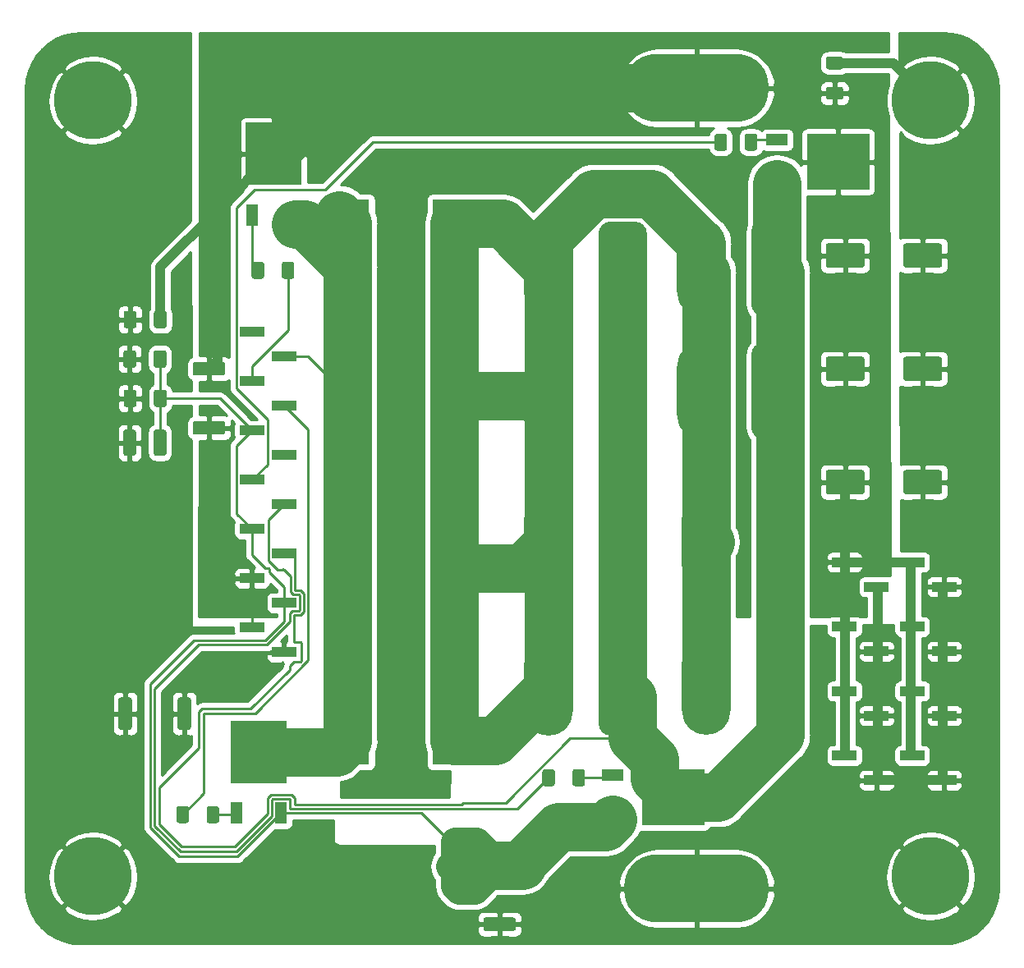
<source format=gbr>
%TF.GenerationSoftware,KiCad,Pcbnew,5.1.10*%
%TF.CreationDate,2021-09-10T11:18:34+02:00*%
%TF.ProjectId,PeltierSwitchingMainBoard,50656c74-6965-4725-9377-69746368696e,rev?*%
%TF.SameCoordinates,Original*%
%TF.FileFunction,Copper,L1,Top*%
%TF.FilePolarity,Positive*%
%FSLAX46Y46*%
G04 Gerber Fmt 4.6, Leading zero omitted, Abs format (unit mm)*
G04 Created by KiCad (PCBNEW 5.1.10) date 2021-09-10 11:18:34*
%MOMM*%
%LPD*%
G01*
G04 APERTURE LIST*
%TA.AperFunction,SMDPad,CuDef*%
%ADD10R,2.510000X1.000000*%
%TD*%
%TA.AperFunction,ConnectorPad*%
%ADD11C,8.000000*%
%TD*%
%TA.AperFunction,ComponentPad*%
%ADD12C,4.400000*%
%TD*%
%TA.AperFunction,SMDPad,CuDef*%
%ADD13R,6.400000X5.800000*%
%TD*%
%TA.AperFunction,SMDPad,CuDef*%
%ADD14R,2.200000X1.200000*%
%TD*%
%TA.AperFunction,SMDPad,CuDef*%
%ADD15R,5.800000X6.400000*%
%TD*%
%TA.AperFunction,SMDPad,CuDef*%
%ADD16R,1.200000X2.200000*%
%TD*%
%TA.AperFunction,SMDPad,CuDef*%
%ADD17R,4.500000X5.000000*%
%TD*%
%TA.AperFunction,SMDPad,CuDef*%
%ADD18O,5.000000X10.000000*%
%TD*%
%TA.AperFunction,SMDPad,CuDef*%
%ADD19O,15.000000X7.000000*%
%TD*%
%TA.AperFunction,Conductor*%
%ADD20C,1.000000*%
%TD*%
%TA.AperFunction,Conductor*%
%ADD21C,5.000000*%
%TD*%
%TA.AperFunction,Conductor*%
%ADD22C,0.250000*%
%TD*%
%TA.AperFunction,Conductor*%
%ADD23C,3.000000*%
%TD*%
%TA.AperFunction,Conductor*%
%ADD24C,0.254000*%
%TD*%
%TA.AperFunction,Conductor*%
%ADD25C,0.100000*%
%TD*%
G04 APERTURE END LIST*
D10*
%TO.P,J19,2*%
%TO.N,GND*%
X247146000Y-117094000D03*
%TO.P,J19,1*%
%TO.N,+12V*%
X243836000Y-114554000D03*
%TD*%
%TO.P,J18,2*%
%TO.N,GND*%
X254131000Y-117094000D03*
%TO.P,J18,1*%
%TO.N,+12V*%
X250821000Y-114554000D03*
%TD*%
%TO.P,J17,2*%
%TO.N,GND*%
X254131000Y-110447666D03*
%TO.P,J17,1*%
%TO.N,+12V*%
X250821000Y-107907666D03*
%TD*%
%TO.P,J16,2*%
%TO.N,GND*%
X254131000Y-103801333D03*
%TO.P,J16,1*%
%TO.N,+12V*%
X250821000Y-101261333D03*
%TD*%
%TO.P,J15,2*%
%TO.N,GND*%
X247146000Y-110447666D03*
%TO.P,J15,1*%
%TO.N,+12V*%
X243836000Y-107907666D03*
%TD*%
%TO.P,J14,2*%
%TO.N,GND*%
X247146000Y-103801333D03*
%TO.P,J14,1*%
%TO.N,+12V*%
X243836000Y-101261333D03*
%TD*%
%TO.P,J13,2*%
%TO.N,GND*%
X254131000Y-97155000D03*
%TO.P,J13,1*%
%TO.N,+12V*%
X250821000Y-94615000D03*
%TD*%
%TO.P,J12,2*%
%TO.N,GND*%
X247146000Y-97155000D03*
%TO.P,J12,1*%
%TO.N,+12V*%
X243836000Y-94615000D03*
%TD*%
%TO.P,C4,2*%
%TO.N,GND*%
%TA.AperFunction,SMDPad,CuDef*%
G36*
G01*
X249904000Y-63992000D02*
X249904000Y-61992000D01*
G75*
G02*
X250154000Y-61742000I250000J0D01*
G01*
X253654000Y-61742000D01*
G75*
G02*
X253904000Y-61992000I0J-250000D01*
G01*
X253904000Y-63992000D01*
G75*
G02*
X253654000Y-64242000I-250000J0D01*
G01*
X250154000Y-64242000D01*
G75*
G02*
X249904000Y-63992000I0J250000D01*
G01*
G37*
%TD.AperFunction*%
%TO.P,C4,1*%
%TO.N,+12V*%
%TA.AperFunction,SMDPad,CuDef*%
G36*
G01*
X241904000Y-63992000D02*
X241904000Y-61992000D01*
G75*
G02*
X242154000Y-61742000I250000J0D01*
G01*
X245654000Y-61742000D01*
G75*
G02*
X245904000Y-61992000I0J-250000D01*
G01*
X245904000Y-63992000D01*
G75*
G02*
X245654000Y-64242000I-250000J0D01*
G01*
X242154000Y-64242000D01*
G75*
G02*
X241904000Y-63992000I0J250000D01*
G01*
G37*
%TD.AperFunction*%
%TD*%
%TO.P,C5,2*%
%TO.N,GND*%
%TA.AperFunction,SMDPad,CuDef*%
G36*
G01*
X249904000Y-75676000D02*
X249904000Y-73676000D01*
G75*
G02*
X250154000Y-73426000I250000J0D01*
G01*
X253654000Y-73426000D01*
G75*
G02*
X253904000Y-73676000I0J-250000D01*
G01*
X253904000Y-75676000D01*
G75*
G02*
X253654000Y-75926000I-250000J0D01*
G01*
X250154000Y-75926000D01*
G75*
G02*
X249904000Y-75676000I0J250000D01*
G01*
G37*
%TD.AperFunction*%
%TO.P,C5,1*%
%TO.N,+12V*%
%TA.AperFunction,SMDPad,CuDef*%
G36*
G01*
X241904000Y-75676000D02*
X241904000Y-73676000D01*
G75*
G02*
X242154000Y-73426000I250000J0D01*
G01*
X245654000Y-73426000D01*
G75*
G02*
X245904000Y-73676000I0J-250000D01*
G01*
X245904000Y-75676000D01*
G75*
G02*
X245654000Y-75926000I-250000J0D01*
G01*
X242154000Y-75926000D01*
G75*
G02*
X241904000Y-75676000I0J250000D01*
G01*
G37*
%TD.AperFunction*%
%TD*%
%TO.P,C3,2*%
%TO.N,GND*%
%TA.AperFunction,SMDPad,CuDef*%
G36*
G01*
X249904000Y-87360000D02*
X249904000Y-85360000D01*
G75*
G02*
X250154000Y-85110000I250000J0D01*
G01*
X253654000Y-85110000D01*
G75*
G02*
X253904000Y-85360000I0J-250000D01*
G01*
X253904000Y-87360000D01*
G75*
G02*
X253654000Y-87610000I-250000J0D01*
G01*
X250154000Y-87610000D01*
G75*
G02*
X249904000Y-87360000I0J250000D01*
G01*
G37*
%TD.AperFunction*%
%TO.P,C3,1*%
%TO.N,+12V*%
%TA.AperFunction,SMDPad,CuDef*%
G36*
G01*
X241904000Y-87360000D02*
X241904000Y-85360000D01*
G75*
G02*
X242154000Y-85110000I250000J0D01*
G01*
X245654000Y-85110000D01*
G75*
G02*
X245904000Y-85360000I0J-250000D01*
G01*
X245904000Y-87360000D01*
G75*
G02*
X245654000Y-87610000I-250000J0D01*
G01*
X242154000Y-87610000D01*
G75*
G02*
X241904000Y-87360000I0J250000D01*
G01*
G37*
%TD.AperFunction*%
%TD*%
%TO.P,R2,2*%
%TO.N,GND*%
%TA.AperFunction,SMDPad,CuDef*%
G36*
G01*
X175070000Y-111661001D02*
X175070000Y-108810999D01*
G75*
G02*
X175319999Y-108561000I249999J0D01*
G01*
X176220001Y-108561000D01*
G75*
G02*
X176470000Y-108810999I0J-249999D01*
G01*
X176470000Y-111661001D01*
G75*
G02*
X176220001Y-111911000I-249999J0D01*
G01*
X175319999Y-111911000D01*
G75*
G02*
X175070000Y-111661001I0J249999D01*
G01*
G37*
%TD.AperFunction*%
%TO.P,R2,1*%
%TA.AperFunction,SMDPad,CuDef*%
G36*
G01*
X168970000Y-111661001D02*
X168970000Y-108810999D01*
G75*
G02*
X169219999Y-108561000I249999J0D01*
G01*
X170120001Y-108561000D01*
G75*
G02*
X170370000Y-108810999I0J-249999D01*
G01*
X170370000Y-111661001D01*
G75*
G02*
X170120001Y-111911000I-249999J0D01*
G01*
X169219999Y-111911000D01*
G75*
G02*
X168970000Y-111661001I0J249999D01*
G01*
G37*
%TD.AperFunction*%
%TD*%
%TO.P,R1,2*%
%TO.N,+12V*%
%TA.AperFunction,SMDPad,CuDef*%
G36*
G01*
X179733001Y-75374000D02*
X176882999Y-75374000D01*
G75*
G02*
X176633000Y-75124001I0J249999D01*
G01*
X176633000Y-74223999D01*
G75*
G02*
X176882999Y-73974000I249999J0D01*
G01*
X179733001Y-73974000D01*
G75*
G02*
X179983000Y-74223999I0J-249999D01*
G01*
X179983000Y-75124001D01*
G75*
G02*
X179733001Y-75374000I-249999J0D01*
G01*
G37*
%TD.AperFunction*%
%TO.P,R1,1*%
%TA.AperFunction,SMDPad,CuDef*%
G36*
G01*
X179733001Y-81474000D02*
X176882999Y-81474000D01*
G75*
G02*
X176633000Y-81224001I0J249999D01*
G01*
X176633000Y-80323999D01*
G75*
G02*
X176882999Y-80074000I249999J0D01*
G01*
X179733001Y-80074000D01*
G75*
G02*
X179983000Y-80323999I0J-249999D01*
G01*
X179983000Y-81224001D01*
G75*
G02*
X179733001Y-81474000I-249999J0D01*
G01*
G37*
%TD.AperFunction*%
%TD*%
%TO.P,C11,2*%
%TO.N,GND*%
%TA.AperFunction,SMDPad,CuDef*%
G36*
G01*
X170804000Y-73009998D02*
X170804000Y-74310002D01*
G75*
G02*
X170554002Y-74560000I-249998J0D01*
G01*
X169728998Y-74560000D01*
G75*
G02*
X169479000Y-74310002I0J249998D01*
G01*
X169479000Y-73009998D01*
G75*
G02*
X169728998Y-72760000I249998J0D01*
G01*
X170554002Y-72760000D01*
G75*
G02*
X170804000Y-73009998I0J-249998D01*
G01*
G37*
%TD.AperFunction*%
%TO.P,C11,1*%
%TO.N,/ALS*%
%TA.AperFunction,SMDPad,CuDef*%
G36*
G01*
X173929000Y-73009998D02*
X173929000Y-74310002D01*
G75*
G02*
X173679002Y-74560000I-249998J0D01*
G01*
X172853998Y-74560000D01*
G75*
G02*
X172604000Y-74310002I0J249998D01*
G01*
X172604000Y-73009998D01*
G75*
G02*
X172853998Y-72760000I249998J0D01*
G01*
X173679002Y-72760000D01*
G75*
G02*
X173929000Y-73009998I0J-249998D01*
G01*
G37*
%TD.AperFunction*%
%TD*%
%TO.P,C10,2*%
%TO.N,GND*%
%TA.AperFunction,SMDPad,CuDef*%
G36*
G01*
X170804000Y-81195998D02*
X170804000Y-83396002D01*
G75*
G02*
X170554002Y-83646000I-249998J0D01*
G01*
X169728998Y-83646000D01*
G75*
G02*
X169479000Y-83396002I0J249998D01*
G01*
X169479000Y-81195998D01*
G75*
G02*
X169728998Y-80946000I249998J0D01*
G01*
X170554002Y-80946000D01*
G75*
G02*
X170804000Y-81195998I0J-249998D01*
G01*
G37*
%TD.AperFunction*%
%TO.P,C10,1*%
%TO.N,/ALS*%
%TA.AperFunction,SMDPad,CuDef*%
G36*
G01*
X173929000Y-81195998D02*
X173929000Y-83396002D01*
G75*
G02*
X173679002Y-83646000I-249998J0D01*
G01*
X172853998Y-83646000D01*
G75*
G02*
X172604000Y-83396002I0J249998D01*
G01*
X172604000Y-81195998D01*
G75*
G02*
X172853998Y-80946000I249998J0D01*
G01*
X173679002Y-80946000D01*
G75*
G02*
X173929000Y-81195998I0J-249998D01*
G01*
G37*
%TD.AperFunction*%
%TD*%
%TO.P,C9,2*%
%TO.N,GND*%
%TA.AperFunction,SMDPad,CuDef*%
G36*
G01*
X170842500Y-77073998D02*
X170842500Y-78374002D01*
G75*
G02*
X170592502Y-78624000I-249998J0D01*
G01*
X169767498Y-78624000D01*
G75*
G02*
X169517500Y-78374002I0J249998D01*
G01*
X169517500Y-77073998D01*
G75*
G02*
X169767498Y-76824000I249998J0D01*
G01*
X170592502Y-76824000D01*
G75*
G02*
X170842500Y-77073998I0J-249998D01*
G01*
G37*
%TD.AperFunction*%
%TO.P,C9,1*%
%TO.N,/ALS*%
%TA.AperFunction,SMDPad,CuDef*%
G36*
G01*
X173967500Y-77073998D02*
X173967500Y-78374002D01*
G75*
G02*
X173717502Y-78624000I-249998J0D01*
G01*
X172892498Y-78624000D01*
G75*
G02*
X172642500Y-78374002I0J249998D01*
G01*
X172642500Y-77073998D01*
G75*
G02*
X172892498Y-76824000I249998J0D01*
G01*
X173717502Y-76824000D01*
G75*
G02*
X173967500Y-77073998I0J-249998D01*
G01*
G37*
%TD.AperFunction*%
%TD*%
%TO.P,C1,2*%
%TO.N,GND*%
%TA.AperFunction,SMDPad,CuDef*%
G36*
G01*
X170842500Y-68945998D02*
X170842500Y-70246002D01*
G75*
G02*
X170592502Y-70496000I-249998J0D01*
G01*
X169767498Y-70496000D01*
G75*
G02*
X169517500Y-70246002I0J249998D01*
G01*
X169517500Y-68945998D01*
G75*
G02*
X169767498Y-68696000I249998J0D01*
G01*
X170592502Y-68696000D01*
G75*
G02*
X170842500Y-68945998I0J-249998D01*
G01*
G37*
%TD.AperFunction*%
%TO.P,C1,1*%
%TO.N,+12V*%
%TA.AperFunction,SMDPad,CuDef*%
G36*
G01*
X173967500Y-68945998D02*
X173967500Y-70246002D01*
G75*
G02*
X173717502Y-70496000I-249998J0D01*
G01*
X172892498Y-70496000D01*
G75*
G02*
X172642500Y-70246002I0J249998D01*
G01*
X172642500Y-68945998D01*
G75*
G02*
X172892498Y-68696000I249998J0D01*
G01*
X173717502Y-68696000D01*
G75*
G02*
X173967500Y-68945998I0J-249998D01*
G01*
G37*
%TD.AperFunction*%
%TD*%
%TO.P,J3,14*%
%TO.N,GND*%
X186059000Y-103886000D03*
%TO.P,J3,12*%
%TO.N,/ALS*%
X186059000Y-98806000D03*
%TO.P,J3,10*%
%TO.N,/BHS*%
X186059000Y-93726000D03*
%TO.P,J3,8*%
%TO.N,/BLO*%
X186059000Y-88646000D03*
%TO.P,J3,6*%
%TO.N,Net-(J3-Pad6)*%
X186059000Y-83566000D03*
%TO.P,J3,4*%
%TO.N,/ALO*%
X186059000Y-78486000D03*
%TO.P,J3,2*%
%TO.N,/AHS*%
X186059000Y-73406000D03*
%TO.P,J3,13*%
%TO.N,+12V*%
X182749000Y-101346000D03*
%TO.P,J3,11*%
X182749000Y-96266000D03*
%TO.P,J3,9*%
%TO.N,/ALS*%
X182749000Y-91186000D03*
%TO.P,J3,7*%
%TO.N,/BHO*%
X182749000Y-86106000D03*
%TO.P,J3,5*%
%TO.N,/ALS*%
X182749000Y-81026000D03*
%TO.P,J3,3*%
%TO.N,/AHO*%
X182749000Y-75946000D03*
%TO.P,J3,1*%
%TO.N,Net-(J3-Pad1)*%
X182749000Y-70866000D03*
%TD*%
D11*
%TO.P,H3,1*%
%TO.N,GND*%
X252730000Y-46990000D03*
D12*
X252730000Y-46990000D03*
%TD*%
D11*
%TO.P,H4,1*%
%TO.N,GND*%
X166370000Y-46990000D03*
D12*
X166370000Y-46990000D03*
%TD*%
D11*
%TO.P,H2,1*%
%TO.N,GND*%
X166370000Y-127000000D03*
D12*
X166370000Y-127000000D03*
%TD*%
D11*
%TO.P,H1,1*%
%TO.N,GND*%
X252730000Y-127000000D03*
D12*
X252730000Y-127000000D03*
%TD*%
D13*
%TO.P,U5,2*%
%TO.N,/BHS*%
X226211000Y-118871000D03*
D14*
%TO.P,U5,3*%
%TO.N,/ALS*%
X219911000Y-121151000D03*
%TO.P,U5,1*%
%TO.N,Net-(R11-Pad1)*%
X219911000Y-116591000D03*
%TD*%
D13*
%TO.P,U4,2*%
%TO.N,+12V*%
X243181000Y-53341000D03*
D14*
%TO.P,U4,3*%
%TO.N,/BHS*%
X236881000Y-55621000D03*
%TO.P,U4,1*%
%TO.N,Net-(R10-Pad1)*%
X236881000Y-51061000D03*
%TD*%
D15*
%TO.P,U3,2*%
%TO.N,/AHS*%
X183475000Y-114175000D03*
D16*
%TO.P,U3,3*%
%TO.N,/ALS*%
X185755000Y-120475000D03*
%TO.P,U3,1*%
%TO.N,Net-(R8-Pad1)*%
X181195000Y-120475000D03*
%TD*%
D15*
%TO.P,U2,2*%
%TO.N,+12V*%
X185000000Y-52500000D03*
D16*
%TO.P,U2,3*%
%TO.N,/AHS*%
X187280000Y-58800000D03*
%TO.P,U2,1*%
%TO.N,Net-(R7-Pad1)*%
X182720000Y-58800000D03*
%TD*%
%TO.P,R11,2*%
%TO.N,/BLO*%
%TA.AperFunction,SMDPad,CuDef*%
G36*
G01*
X213984000Y-116214999D02*
X213984000Y-117465001D01*
G75*
G02*
X213734001Y-117715000I-249999J0D01*
G01*
X212933999Y-117715000D01*
G75*
G02*
X212684000Y-117465001I0J249999D01*
G01*
X212684000Y-116214999D01*
G75*
G02*
X212933999Y-115965000I249999J0D01*
G01*
X213734001Y-115965000D01*
G75*
G02*
X213984000Y-116214999I0J-249999D01*
G01*
G37*
%TD.AperFunction*%
%TO.P,R11,1*%
%TO.N,Net-(R11-Pad1)*%
%TA.AperFunction,SMDPad,CuDef*%
G36*
G01*
X217084000Y-116214999D02*
X217084000Y-117465001D01*
G75*
G02*
X216834001Y-117715000I-249999J0D01*
G01*
X216033999Y-117715000D01*
G75*
G02*
X215784000Y-117465001I0J249999D01*
G01*
X215784000Y-116214999D01*
G75*
G02*
X216033999Y-115965000I249999J0D01*
G01*
X216834001Y-115965000D01*
G75*
G02*
X217084000Y-116214999I0J-249999D01*
G01*
G37*
%TD.AperFunction*%
%TD*%
%TO.P,R10,2*%
%TO.N,/BHO*%
%TA.AperFunction,SMDPad,CuDef*%
G36*
G01*
X231738000Y-50682999D02*
X231738000Y-51933001D01*
G75*
G02*
X231488001Y-52183000I-249999J0D01*
G01*
X230687999Y-52183000D01*
G75*
G02*
X230438000Y-51933001I0J249999D01*
G01*
X230438000Y-50682999D01*
G75*
G02*
X230687999Y-50433000I249999J0D01*
G01*
X231488001Y-50433000D01*
G75*
G02*
X231738000Y-50682999I0J-249999D01*
G01*
G37*
%TD.AperFunction*%
%TO.P,R10,1*%
%TO.N,Net-(R10-Pad1)*%
%TA.AperFunction,SMDPad,CuDef*%
G36*
G01*
X234838000Y-50682999D02*
X234838000Y-51933001D01*
G75*
G02*
X234588001Y-52183000I-249999J0D01*
G01*
X233787999Y-52183000D01*
G75*
G02*
X233538000Y-51933001I0J249999D01*
G01*
X233538000Y-50682999D01*
G75*
G02*
X233787999Y-50433000I249999J0D01*
G01*
X234588001Y-50433000D01*
G75*
G02*
X234838000Y-50682999I0J-249999D01*
G01*
G37*
%TD.AperFunction*%
%TD*%
%TO.P,R9,2*%
%TO.N,GND*%
%TA.AperFunction,SMDPad,CuDef*%
G36*
G01*
X206854999Y-131255000D02*
X209705001Y-131255000D01*
G75*
G02*
X209955000Y-131504999I0J-249999D01*
G01*
X209955000Y-132405001D01*
G75*
G02*
X209705001Y-132655000I-249999J0D01*
G01*
X206854999Y-132655000D01*
G75*
G02*
X206605000Y-132405001I0J249999D01*
G01*
X206605000Y-131504999D01*
G75*
G02*
X206854999Y-131255000I249999J0D01*
G01*
G37*
%TD.AperFunction*%
%TO.P,R9,1*%
%TO.N,/ALS*%
%TA.AperFunction,SMDPad,CuDef*%
G36*
G01*
X206854999Y-125155000D02*
X209705001Y-125155000D01*
G75*
G02*
X209955000Y-125404999I0J-249999D01*
G01*
X209955000Y-126305001D01*
G75*
G02*
X209705001Y-126555000I-249999J0D01*
G01*
X206854999Y-126555000D01*
G75*
G02*
X206605000Y-126305001I0J249999D01*
G01*
X206605000Y-125404999D01*
G75*
G02*
X206854999Y-125155000I249999J0D01*
G01*
G37*
%TD.AperFunction*%
%TD*%
%TO.P,R8,2*%
%TO.N,/ALO*%
%TA.AperFunction,SMDPad,CuDef*%
G36*
G01*
X176265000Y-120024999D02*
X176265000Y-121275001D01*
G75*
G02*
X176015001Y-121525000I-249999J0D01*
G01*
X175214999Y-121525000D01*
G75*
G02*
X174965000Y-121275001I0J249999D01*
G01*
X174965000Y-120024999D01*
G75*
G02*
X175214999Y-119775000I249999J0D01*
G01*
X176015001Y-119775000D01*
G75*
G02*
X176265000Y-120024999I0J-249999D01*
G01*
G37*
%TD.AperFunction*%
%TO.P,R8,1*%
%TO.N,Net-(R8-Pad1)*%
%TA.AperFunction,SMDPad,CuDef*%
G36*
G01*
X179365000Y-120024999D02*
X179365000Y-121275001D01*
G75*
G02*
X179115001Y-121525000I-249999J0D01*
G01*
X178314999Y-121525000D01*
G75*
G02*
X178065000Y-121275001I0J249999D01*
G01*
X178065000Y-120024999D01*
G75*
G02*
X178314999Y-119775000I249999J0D01*
G01*
X179115001Y-119775000D01*
G75*
G02*
X179365000Y-120024999I0J-249999D01*
G01*
G37*
%TD.AperFunction*%
%TD*%
%TO.P,R7,2*%
%TO.N,/AHO*%
%TA.AperFunction,SMDPad,CuDef*%
G36*
G01*
X185812000Y-65141001D02*
X185812000Y-63890999D01*
G75*
G02*
X186061999Y-63641000I249999J0D01*
G01*
X186862001Y-63641000D01*
G75*
G02*
X187112000Y-63890999I0J-249999D01*
G01*
X187112000Y-65141001D01*
G75*
G02*
X186862001Y-65391000I-249999J0D01*
G01*
X186061999Y-65391000D01*
G75*
G02*
X185812000Y-65141001I0J249999D01*
G01*
G37*
%TD.AperFunction*%
%TO.P,R7,1*%
%TO.N,Net-(R7-Pad1)*%
%TA.AperFunction,SMDPad,CuDef*%
G36*
G01*
X182712000Y-65141001D02*
X182712000Y-63890999D01*
G75*
G02*
X182961999Y-63641000I249999J0D01*
G01*
X183762001Y-63641000D01*
G75*
G02*
X184012000Y-63890999I0J-249999D01*
G01*
X184012000Y-65141001D01*
G75*
G02*
X183762001Y-65391000I-249999J0D01*
G01*
X182961999Y-65391000D01*
G75*
G02*
X182712000Y-65141001I0J249999D01*
G01*
G37*
%TD.AperFunction*%
%TD*%
D17*
%TO.P,L4,2*%
%TO.N,/PeltierLeft*%
X203620000Y-77470000D03*
%TO.P,L4,1*%
%TO.N,/AHS*%
X192620000Y-77470000D03*
%TD*%
%TO.P,L3,2*%
%TO.N,/PeltierLeft*%
X203620000Y-95250000D03*
%TO.P,L3,1*%
%TO.N,/AHS*%
X192620000Y-95250000D03*
%TD*%
%TO.P,L2,2*%
%TO.N,/PeltierLeft*%
X203620000Y-113030000D03*
%TO.P,L2,1*%
%TO.N,/AHS*%
X192620000Y-113030000D03*
%TD*%
%TO.P,L1,2*%
%TO.N,/PeltierLeft*%
X203620000Y-59690000D03*
%TO.P,L1,1*%
%TO.N,/AHS*%
X192620000Y-59690000D03*
%TD*%
%TO.P,J11,2*%
%TO.N,/BHS*%
%TA.AperFunction,SMDPad,CuDef*%
G36*
G01*
X234736000Y-96250000D02*
X234736000Y-88750000D01*
G75*
G02*
X235986000Y-87500000I1250000J0D01*
G01*
X238486000Y-87500000D01*
G75*
G02*
X239736000Y-88750000I0J-1250000D01*
G01*
X239736000Y-96250000D01*
G75*
G02*
X238486000Y-97500000I-1250000J0D01*
G01*
X235986000Y-97500000D01*
G75*
G02*
X234736000Y-96250000I0J1250000D01*
G01*
G37*
%TD.AperFunction*%
D18*
%TO.P,J11,1*%
%TO.N,/PeltierLeft*%
X229616000Y-92500000D03*
%TD*%
%TO.P,J10,2*%
%TO.N,/BHS*%
%TA.AperFunction,SMDPad,CuDef*%
G36*
G01*
X234228000Y-68012000D02*
X234228000Y-60512000D01*
G75*
G02*
X235478000Y-59262000I1250000J0D01*
G01*
X237978000Y-59262000D01*
G75*
G02*
X239228000Y-60512000I0J-1250000D01*
G01*
X239228000Y-68012000D01*
G75*
G02*
X237978000Y-69262000I-1250000J0D01*
G01*
X235478000Y-69262000D01*
G75*
G02*
X234228000Y-68012000I0J1250000D01*
G01*
G37*
%TD.AperFunction*%
%TO.P,J10,1*%
%TO.N,/PeltierLeft*%
X229108000Y-64262000D03*
%TD*%
%TO.P,J9,2*%
%TO.N,/BHS*%
%TA.AperFunction,SMDPad,CuDef*%
G36*
G01*
X218480000Y-68240000D02*
X218480000Y-60740000D01*
G75*
G02*
X219730000Y-59490000I1250000J0D01*
G01*
X222230000Y-59490000D01*
G75*
G02*
X223480000Y-60740000I0J-1250000D01*
G01*
X223480000Y-68240000D01*
G75*
G02*
X222230000Y-69490000I-1250000J0D01*
G01*
X219730000Y-69490000D01*
G75*
G02*
X218480000Y-68240000I0J1250000D01*
G01*
G37*
%TD.AperFunction*%
%TO.P,J9,1*%
%TO.N,/PeltierLeft*%
X213360000Y-64490000D03*
%TD*%
%TO.P,J8,2*%
%TO.N,/BHS*%
%TA.AperFunction,SMDPad,CuDef*%
G36*
G01*
X218480000Y-96250000D02*
X218480000Y-88750000D01*
G75*
G02*
X219730000Y-87500000I1250000J0D01*
G01*
X222230000Y-87500000D01*
G75*
G02*
X223480000Y-88750000I0J-1250000D01*
G01*
X223480000Y-96250000D01*
G75*
G02*
X222230000Y-97500000I-1250000J0D01*
G01*
X219730000Y-97500000D01*
G75*
G02*
X218480000Y-96250000I0J1250000D01*
G01*
G37*
%TD.AperFunction*%
%TO.P,J8,1*%
%TO.N,/PeltierLeft*%
X213360000Y-92500000D03*
%TD*%
%TO.P,J7,2*%
%TO.N,/BHS*%
%TA.AperFunction,SMDPad,CuDef*%
G36*
G01*
X234228000Y-80712000D02*
X234228000Y-73212000D01*
G75*
G02*
X235478000Y-71962000I1250000J0D01*
G01*
X237978000Y-71962000D01*
G75*
G02*
X239228000Y-73212000I0J-1250000D01*
G01*
X239228000Y-80712000D01*
G75*
G02*
X237978000Y-81962000I-1250000J0D01*
G01*
X235478000Y-81962000D01*
G75*
G02*
X234228000Y-80712000I0J1250000D01*
G01*
G37*
%TD.AperFunction*%
%TO.P,J7,1*%
%TO.N,/PeltierLeft*%
X229108000Y-76962000D03*
%TD*%
%TO.P,J6,2*%
%TO.N,/BHS*%
%TA.AperFunction,SMDPad,CuDef*%
G36*
G01*
X218480000Y-81250000D02*
X218480000Y-73750000D01*
G75*
G02*
X219730000Y-72500000I1250000J0D01*
G01*
X222230000Y-72500000D01*
G75*
G02*
X223480000Y-73750000I0J-1250000D01*
G01*
X223480000Y-81250000D01*
G75*
G02*
X222230000Y-82500000I-1250000J0D01*
G01*
X219730000Y-82500000D01*
G75*
G02*
X218480000Y-81250000I0J1250000D01*
G01*
G37*
%TD.AperFunction*%
%TO.P,J6,1*%
%TO.N,/PeltierLeft*%
X213360000Y-77500000D03*
%TD*%
%TO.P,J5,2*%
%TO.N,/BHS*%
%TA.AperFunction,SMDPad,CuDef*%
G36*
G01*
X234736000Y-111192000D02*
X234736000Y-103692000D01*
G75*
G02*
X235986000Y-102442000I1250000J0D01*
G01*
X238486000Y-102442000D01*
G75*
G02*
X239736000Y-103692000I0J-1250000D01*
G01*
X239736000Y-111192000D01*
G75*
G02*
X238486000Y-112442000I-1250000J0D01*
G01*
X235986000Y-112442000D01*
G75*
G02*
X234736000Y-111192000I0J1250000D01*
G01*
G37*
%TD.AperFunction*%
%TO.P,J5,1*%
%TO.N,/PeltierLeft*%
X229616000Y-107442000D03*
%TD*%
%TO.P,J4,2*%
%TO.N,/BHS*%
%TA.AperFunction,SMDPad,CuDef*%
G36*
G01*
X218480000Y-111250000D02*
X218480000Y-103750000D01*
G75*
G02*
X219730000Y-102500000I1250000J0D01*
G01*
X222230000Y-102500000D01*
G75*
G02*
X223480000Y-103750000I0J-1250000D01*
G01*
X223480000Y-111250000D01*
G75*
G02*
X222230000Y-112500000I-1250000J0D01*
G01*
X219730000Y-112500000D01*
G75*
G02*
X218480000Y-111250000I0J1250000D01*
G01*
G37*
%TD.AperFunction*%
%TO.P,J4,1*%
%TO.N,/PeltierLeft*%
X213360000Y-107500000D03*
%TD*%
D19*
%TO.P,J2,1*%
%TO.N,GND*%
X228600000Y-128270000D03*
%TD*%
%TO.P,J1,1*%
%TO.N,+12V*%
X228600000Y-45720000D03*
%TD*%
%TO.P,C2,2*%
%TO.N,GND*%
%TA.AperFunction,SMDPad,CuDef*%
G36*
G01*
X243474002Y-43804000D02*
X242173998Y-43804000D01*
G75*
G02*
X241924000Y-43554002I0J249998D01*
G01*
X241924000Y-42728998D01*
G75*
G02*
X242173998Y-42479000I249998J0D01*
G01*
X243474002Y-42479000D01*
G75*
G02*
X243724000Y-42728998I0J-249998D01*
G01*
X243724000Y-43554002D01*
G75*
G02*
X243474002Y-43804000I-249998J0D01*
G01*
G37*
%TD.AperFunction*%
%TO.P,C2,1*%
%TO.N,+12V*%
%TA.AperFunction,SMDPad,CuDef*%
G36*
G01*
X243474002Y-46929000D02*
X242173998Y-46929000D01*
G75*
G02*
X241924000Y-46679002I0J249998D01*
G01*
X241924000Y-45853998D01*
G75*
G02*
X242173998Y-45604000I249998J0D01*
G01*
X243474002Y-45604000D01*
G75*
G02*
X243724000Y-45853998I0J-249998D01*
G01*
X243724000Y-46679002D01*
G75*
G02*
X243474002Y-46929000I-249998J0D01*
G01*
G37*
%TD.AperFunction*%
%TD*%
D20*
%TO.N,GND*%
X248881500Y-43141500D02*
X252730000Y-46990000D01*
X242824000Y-43141500D02*
X248881500Y-43141500D01*
X247268000Y-116840000D02*
X247014000Y-117094000D01*
X247268000Y-97155000D02*
X247268000Y-116840000D01*
X247014000Y-117094000D02*
X254126000Y-117094000D01*
X253999000Y-116967000D02*
X254126000Y-117094000D01*
X253999000Y-97282000D02*
X253999000Y-116967000D01*
D21*
%TO.N,+12V*%
X191780000Y-45720000D02*
X228600000Y-45720000D01*
X185000000Y-52500000D02*
X191780000Y-45720000D01*
D20*
X173305000Y-69596000D02*
X173305000Y-64195000D01*
D22*
X182749000Y-96266000D02*
X182749000Y-101346000D01*
D20*
X179202000Y-73780000D02*
X178308000Y-74674000D01*
X179202000Y-58298000D02*
X179202000Y-73780000D01*
X173305000Y-64195000D02*
X179202000Y-58298000D01*
X179202000Y-58298000D02*
X185000000Y-52500000D01*
X243904000Y-114364000D02*
X243714000Y-114554000D01*
X243904000Y-86360000D02*
X243904000Y-114364000D01*
X250572000Y-94615000D02*
X250699000Y-94742000D01*
X243968000Y-94615000D02*
X250572000Y-94615000D01*
X250699000Y-114427000D02*
X250826000Y-114554000D01*
X250699000Y-94742000D02*
X250699000Y-114427000D01*
D23*
%TO.N,/ALS*%
X203331000Y-125855000D02*
X203202000Y-125984000D01*
X208280000Y-125855000D02*
X205869000Y-123444000D01*
X205869000Y-123444000D02*
X203708000Y-123444000D01*
X208280000Y-125855000D02*
X205740000Y-128395000D01*
X205740000Y-128395000D02*
X204087000Y-128395000D01*
X203708000Y-128016000D02*
X204087000Y-128395000D01*
X203708000Y-123444000D02*
X203708000Y-128016000D01*
D22*
X203202000Y-125984000D02*
X204216000Y-125984000D01*
D21*
X214329030Y-121869990D02*
X219192010Y-121869990D01*
X210579990Y-125619030D02*
X214329030Y-121869990D01*
X219192010Y-121869990D02*
X219911000Y-121151000D01*
X210579990Y-125855000D02*
X210579990Y-125619030D01*
X208280000Y-125855000D02*
X210579990Y-125855000D01*
D22*
X173266500Y-73660000D02*
X173266500Y-82296000D01*
X179447000Y-77724000D02*
X182749000Y-81026000D01*
X173305000Y-77724000D02*
X179447000Y-77724000D01*
X200231000Y-120475000D02*
X205611000Y-125855000D01*
X185755000Y-120475000D02*
X200231000Y-120475000D01*
D23*
X205611000Y-125855000D02*
X203331000Y-125855000D01*
X208280000Y-125855000D02*
X205611000Y-125855000D01*
D22*
X181168999Y-82606001D02*
X181168999Y-89605999D01*
X181168999Y-89605999D02*
X182749000Y-91186000D01*
X182749000Y-81026000D02*
X181168999Y-82606001D01*
X184140999Y-95240999D02*
X182749000Y-93849000D01*
X184529001Y-95345999D02*
X184424001Y-95240999D01*
X182749000Y-93849000D02*
X182749000Y-91186000D01*
X184424001Y-95240999D02*
X184140999Y-95240999D01*
X184529001Y-95629001D02*
X184529001Y-95345999D01*
X186059000Y-97159000D02*
X184529001Y-95629001D01*
X186059000Y-98806000D02*
X186059000Y-97159000D01*
X181262000Y-124968000D02*
X185755000Y-120475000D01*
X175260000Y-124968000D02*
X181262000Y-124968000D01*
X172269989Y-121977989D02*
X175260000Y-124968000D01*
X176726011Y-102673989D02*
X172269989Y-107130011D01*
X184121013Y-102673989D02*
X176726011Y-102673989D01*
X186059000Y-100736002D02*
X184121013Y-102673989D01*
X172269989Y-107130011D02*
X172269989Y-121977989D01*
X186059000Y-98806000D02*
X186059000Y-100736002D01*
D21*
%TO.N,/PeltierLeft*%
X229880000Y-92380000D02*
X230000000Y-92500000D01*
X229616000Y-64770000D02*
X229108000Y-64262000D01*
X229616000Y-107442000D02*
X229616000Y-64770000D01*
X213360000Y-61241000D02*
X213360000Y-64490000D01*
X218011010Y-56589990D02*
X213360000Y-61241000D01*
X223948990Y-56589990D02*
X218011010Y-56589990D01*
X229108000Y-61749000D02*
X223948990Y-56589990D01*
X229108000Y-64262000D02*
X229108000Y-61749000D01*
X213360000Y-64490000D02*
X213360000Y-107500000D01*
X203620000Y-59690000D02*
X203620000Y-113030000D01*
X210610000Y-95250000D02*
X213360000Y-92500000D01*
X203620000Y-95250000D02*
X210610000Y-95250000D01*
X207830000Y-113030000D02*
X213360000Y-107500000D01*
X203620000Y-113030000D02*
X207830000Y-113030000D01*
X213330000Y-77470000D02*
X213360000Y-77500000D01*
X203620000Y-77470000D02*
X213330000Y-77470000D01*
X208560000Y-59690000D02*
X213360000Y-64490000D01*
X203620000Y-59690000D02*
X208560000Y-59690000D01*
D22*
%TO.N,/AHO*%
X186462000Y-70662998D02*
X186462000Y-64516000D01*
X182749000Y-74375998D02*
X186462000Y-70662998D01*
X182749000Y-75946000D02*
X182749000Y-74375998D01*
%TO.N,Net-(R7-Pad1)*%
X182720000Y-63771590D02*
X183413205Y-64464795D01*
X182720000Y-58800000D02*
X182720000Y-63771590D01*
%TO.N,/ALO*%
X177800000Y-118465000D02*
X175615000Y-120650000D01*
X177800000Y-110199988D02*
X177800000Y-118465000D01*
X188539023Y-104742390D02*
X183081425Y-110199988D01*
X183081425Y-110199988D02*
X177800000Y-110199988D01*
X188539023Y-80966023D02*
X188539023Y-104742390D01*
X186059000Y-78486000D02*
X188539023Y-80966023D01*
%TO.N,Net-(R8-Pad1)*%
X181020000Y-120650000D02*
X181195000Y-120475000D01*
X178715000Y-120650000D02*
X181020000Y-120650000D01*
%TO.N,/BHO*%
X195226834Y-51308000D02*
X231088000Y-51308000D01*
X190309833Y-56225001D02*
X195226834Y-51308000D01*
X183009997Y-56225001D02*
X190309833Y-56225001D01*
X181168999Y-58065999D02*
X183009997Y-56225001D01*
X184329001Y-79866003D02*
X181168999Y-76706001D01*
X181168999Y-76706001D02*
X181168999Y-58065999D01*
X184329001Y-84525999D02*
X184329001Y-79866003D01*
X182749000Y-86106000D02*
X184329001Y-84525999D01*
%TO.N,Net-(R10-Pad1)*%
X234435000Y-51061000D02*
X234188000Y-51308000D01*
X236881000Y-51061000D02*
X234435000Y-51061000D01*
%TO.N,/BLO*%
X184478999Y-90226001D02*
X186059000Y-88646000D01*
X184478999Y-94486001D02*
X184478999Y-90226001D01*
X185394294Y-95401296D02*
X184478999Y-94486001D01*
X186030704Y-95401296D02*
X185394294Y-95401296D01*
X186030704Y-95401296D02*
X185928000Y-95298592D01*
X210149010Y-120024990D02*
X210299000Y-119875000D01*
X186680001Y-120024990D02*
X210149010Y-120024990D01*
X186615001Y-119049999D02*
X186680001Y-119114999D01*
X210299000Y-119875000D02*
X213334000Y-116840000D01*
X184829999Y-119114999D02*
X184894999Y-119049999D01*
X175388410Y-124460000D02*
X181133590Y-124460000D01*
X172720000Y-107696000D02*
X172720000Y-121791590D01*
X186680001Y-119114999D02*
X186680001Y-120024990D01*
X186030704Y-95401296D02*
X186738979Y-96109571D01*
X187002590Y-97980999D02*
X187574001Y-97980999D01*
X184894999Y-119049999D02*
X186615001Y-119049999D01*
X187574001Y-97980999D02*
X187639001Y-98045999D01*
X184829999Y-120763591D02*
X184829999Y-119114999D01*
X184307413Y-103124000D02*
X177292000Y-103124000D01*
X187639001Y-98045999D02*
X187639001Y-99566001D01*
X187639001Y-99566001D02*
X187574001Y-99631001D01*
X186738979Y-97717388D02*
X187002590Y-97980999D01*
X187574001Y-99631001D02*
X186931567Y-99631001D01*
X186931567Y-99631001D02*
X186667956Y-99894612D01*
X172720000Y-121791590D02*
X175388410Y-124460000D01*
X186738979Y-96109571D02*
X186738979Y-97717388D01*
X186667956Y-99894612D02*
X186667956Y-100763457D01*
X186667956Y-100763457D02*
X184307413Y-103124000D01*
X181133590Y-124460000D02*
X184829999Y-120763591D01*
X177292000Y-103124000D02*
X172720000Y-107696000D01*
%TO.N,Net-(R11-Pad1)*%
X219662000Y-116840000D02*
X219911000Y-116591000D01*
X216434000Y-116840000D02*
X219662000Y-116840000D01*
D21*
%TO.N,/BHS*%
X220980000Y-64490000D02*
X220980000Y-107500000D01*
X237236000Y-64770000D02*
X236728000Y-64262000D01*
X237236000Y-107442000D02*
X237236000Y-64770000D01*
X236881000Y-64109000D02*
X236728000Y-64262000D01*
X236881000Y-55621000D02*
X236881000Y-64109000D01*
X237236000Y-112442000D02*
X237236000Y-107442000D01*
X230807000Y-118871000D02*
X237236000Y-112442000D01*
X226211000Y-118871000D02*
X230807000Y-118871000D01*
X221996000Y-108516000D02*
X220980000Y-107500000D01*
X221996000Y-112776000D02*
X221996000Y-108516000D01*
X224215990Y-114995990D02*
X221996000Y-112776000D01*
X224215990Y-116875990D02*
X224215990Y-114995990D01*
X226211000Y-118871000D02*
X224215990Y-116875990D01*
D22*
X187188990Y-93726000D02*
X186059000Y-93726000D01*
X187188990Y-97530988D02*
X187188990Y-93726000D01*
X181005180Y-123952000D02*
X175516820Y-123952000D01*
X184379988Y-120577192D02*
X181005180Y-123952000D01*
X184379988Y-118928599D02*
X184379988Y-120577192D01*
X187130012Y-118928599D02*
X186801401Y-118599988D01*
X184708599Y-118599988D02*
X184379988Y-118928599D01*
X187760401Y-97530988D02*
X187188990Y-97530988D01*
X187130012Y-119574979D02*
X187130012Y-118928599D01*
X215559810Y-112776000D02*
X208897821Y-119437989D01*
X186659402Y-105349189D02*
X187097591Y-104911001D01*
X186801401Y-118599988D02*
X184708599Y-118599988D01*
X187097591Y-104911001D02*
X187734001Y-104911001D01*
X188089012Y-99752401D02*
X188089012Y-97859599D01*
X204496646Y-119437989D02*
X204359656Y-119574979D01*
X173228000Y-121663180D02*
X173228000Y-117856000D01*
X177613600Y-109749977D02*
X182601203Y-109749977D01*
X188089012Y-97859599D02*
X187760401Y-97530988D01*
X204359656Y-119574979D02*
X187130012Y-119574979D01*
X173228000Y-117856000D02*
X177292000Y-113792000D01*
X182601203Y-109749977D02*
X186659402Y-105691778D01*
X177292000Y-110071577D02*
X177613600Y-109749977D01*
X186659402Y-105691778D02*
X186659402Y-105349189D01*
X175516820Y-123952000D02*
X173228000Y-121663180D01*
X187760401Y-100081012D02*
X188089012Y-99752401D01*
X221996000Y-112776000D02*
X215559810Y-112776000D01*
X187734001Y-104911001D02*
X187839001Y-104806001D01*
X177292000Y-113792000D02*
X177292000Y-110071577D01*
X187839001Y-104806001D02*
X187839001Y-102965999D01*
X187839001Y-102965999D02*
X187734001Y-102860999D01*
X208897821Y-119437989D02*
X204496646Y-119437989D01*
X187734001Y-102860999D02*
X187117967Y-102860999D01*
X187117967Y-102860999D02*
X187117967Y-100081012D01*
X187117967Y-100081012D02*
X187760401Y-100081012D01*
D21*
%TO.N,/AHS*%
X191475000Y-114175000D02*
X192620000Y-113030000D01*
X183475000Y-114175000D02*
X191475000Y-114175000D01*
X191730000Y-58800000D02*
X192620000Y-59690000D01*
X188201010Y-59721010D02*
X187280000Y-59721010D01*
X192620000Y-64140000D02*
X188201010Y-59721010D01*
X192620000Y-65620000D02*
X192620000Y-64140000D01*
X192620000Y-59690000D02*
X192620000Y-65620000D01*
X192620000Y-65620000D02*
X192620000Y-113030000D01*
D22*
X188556000Y-73406000D02*
X192620000Y-77470000D01*
X186059000Y-73406000D02*
X188556000Y-73406000D01*
%TD*%
D24*
%TO.N,+12V*%
X248355878Y-42006500D02*
X243986767Y-42006500D01*
X243967387Y-41990595D01*
X243813852Y-41908528D01*
X243647256Y-41857992D01*
X243474002Y-41840928D01*
X242173998Y-41840928D01*
X242000744Y-41857992D01*
X241834148Y-41908528D01*
X241680613Y-41990595D01*
X241546038Y-42101038D01*
X241435595Y-42235613D01*
X241353528Y-42389148D01*
X241302992Y-42555744D01*
X241285928Y-42728998D01*
X241285928Y-43554002D01*
X241302992Y-43727256D01*
X241353528Y-43893852D01*
X241435595Y-44047387D01*
X241546038Y-44181962D01*
X241680613Y-44292405D01*
X241834148Y-44374472D01*
X242000744Y-44425008D01*
X242173998Y-44442072D01*
X243474002Y-44442072D01*
X243647256Y-44425008D01*
X243813852Y-44374472D01*
X243967387Y-44292405D01*
X243986767Y-44276500D01*
X248363003Y-44276500D01*
X248366568Y-45412417D01*
X248273120Y-45638020D01*
X248095000Y-46533492D01*
X248095000Y-47446508D01*
X248273120Y-48341980D01*
X248376547Y-48591674D01*
X248525438Y-96029184D01*
X248401000Y-96016928D01*
X247292561Y-96016928D01*
X247268000Y-96014509D01*
X247243439Y-96016928D01*
X245891000Y-96016928D01*
X245766518Y-96029188D01*
X245646820Y-96065498D01*
X245536506Y-96124463D01*
X245439815Y-96203815D01*
X245360463Y-96300506D01*
X245301498Y-96410820D01*
X245265188Y-96530518D01*
X245252928Y-96655000D01*
X245252928Y-97655000D01*
X245265188Y-97779482D01*
X245301498Y-97899180D01*
X245360463Y-98009494D01*
X245439815Y-98106185D01*
X245536506Y-98185537D01*
X245646820Y-98244502D01*
X245766518Y-98280812D01*
X245891000Y-98293072D01*
X246133000Y-98293072D01*
X246133000Y-100220890D01*
X245425782Y-100220260D01*
X245335180Y-100171831D01*
X245215482Y-100135521D01*
X245091000Y-100123261D01*
X244121750Y-100126333D01*
X244029068Y-100219015D01*
X243642587Y-100218670D01*
X243550250Y-100126333D01*
X242581000Y-100123261D01*
X242456518Y-100135521D01*
X242336820Y-100171831D01*
X242251511Y-100217431D01*
X240371000Y-100215755D01*
X240371000Y-96281190D01*
X240374072Y-96250000D01*
X240374072Y-95115000D01*
X241942928Y-95115000D01*
X241955188Y-95239482D01*
X241991498Y-95359180D01*
X242050463Y-95469494D01*
X242129815Y-95566185D01*
X242226506Y-95645537D01*
X242336820Y-95704502D01*
X242456518Y-95740812D01*
X242581000Y-95753072D01*
X243550250Y-95750000D01*
X243709000Y-95591250D01*
X243709000Y-94742000D01*
X243963000Y-94742000D01*
X243963000Y-95591250D01*
X244121750Y-95750000D01*
X245091000Y-95753072D01*
X245215482Y-95740812D01*
X245335180Y-95704502D01*
X245445494Y-95645537D01*
X245542185Y-95566185D01*
X245621537Y-95469494D01*
X245680502Y-95359180D01*
X245716812Y-95239482D01*
X245729072Y-95115000D01*
X245726000Y-94900750D01*
X245567250Y-94742000D01*
X243963000Y-94742000D01*
X243709000Y-94742000D01*
X242104750Y-94742000D01*
X241946000Y-94900750D01*
X241942928Y-95115000D01*
X240374072Y-95115000D01*
X240374072Y-94115000D01*
X241942928Y-94115000D01*
X241946000Y-94329250D01*
X242104750Y-94488000D01*
X243709000Y-94488000D01*
X243709000Y-93638750D01*
X243963000Y-93638750D01*
X243963000Y-94488000D01*
X245567250Y-94488000D01*
X245726000Y-94329250D01*
X245729072Y-94115000D01*
X245716812Y-93990518D01*
X245680502Y-93870820D01*
X245621537Y-93760506D01*
X245542185Y-93663815D01*
X245445494Y-93584463D01*
X245335180Y-93525498D01*
X245215482Y-93489188D01*
X245091000Y-93476928D01*
X244121750Y-93480000D01*
X243963000Y-93638750D01*
X243709000Y-93638750D01*
X243550250Y-93480000D01*
X242581000Y-93476928D01*
X242456518Y-93489188D01*
X242336820Y-93525498D01*
X242226506Y-93584463D01*
X242129815Y-93663815D01*
X242050463Y-93760506D01*
X241991498Y-93870820D01*
X241955188Y-93990518D01*
X241942928Y-94115000D01*
X240374072Y-94115000D01*
X240374072Y-88750000D01*
X240371000Y-88718810D01*
X240371000Y-87610000D01*
X241265928Y-87610000D01*
X241278188Y-87734482D01*
X241314498Y-87854180D01*
X241373463Y-87964494D01*
X241452815Y-88061185D01*
X241549506Y-88140537D01*
X241659820Y-88199502D01*
X241779518Y-88235812D01*
X241904000Y-88248072D01*
X243618250Y-88245000D01*
X243777000Y-88086250D01*
X243777000Y-86487000D01*
X244031000Y-86487000D01*
X244031000Y-88086250D01*
X244189750Y-88245000D01*
X245904000Y-88248072D01*
X246028482Y-88235812D01*
X246148180Y-88199502D01*
X246258494Y-88140537D01*
X246355185Y-88061185D01*
X246434537Y-87964494D01*
X246493502Y-87854180D01*
X246529812Y-87734482D01*
X246542072Y-87610000D01*
X246539000Y-86645750D01*
X246380250Y-86487000D01*
X244031000Y-86487000D01*
X243777000Y-86487000D01*
X241427750Y-86487000D01*
X241269000Y-86645750D01*
X241265928Y-87610000D01*
X240371000Y-87610000D01*
X240371000Y-85110000D01*
X241265928Y-85110000D01*
X241269000Y-86074250D01*
X241427750Y-86233000D01*
X243777000Y-86233000D01*
X243777000Y-84633750D01*
X244031000Y-84633750D01*
X244031000Y-86233000D01*
X246380250Y-86233000D01*
X246539000Y-86074250D01*
X246542072Y-85110000D01*
X246529812Y-84985518D01*
X246493502Y-84865820D01*
X246434537Y-84755506D01*
X246355185Y-84658815D01*
X246258494Y-84579463D01*
X246148180Y-84520498D01*
X246028482Y-84484188D01*
X245904000Y-84471928D01*
X244189750Y-84475000D01*
X244031000Y-84633750D01*
X243777000Y-84633750D01*
X243618250Y-84475000D01*
X241904000Y-84471928D01*
X241779518Y-84484188D01*
X241659820Y-84520498D01*
X241549506Y-84579463D01*
X241452815Y-84658815D01*
X241373463Y-84755506D01*
X241314498Y-84865820D01*
X241278188Y-84985518D01*
X241265928Y-85110000D01*
X240371000Y-85110000D01*
X240371000Y-75926000D01*
X241265928Y-75926000D01*
X241278188Y-76050482D01*
X241314498Y-76170180D01*
X241373463Y-76280494D01*
X241452815Y-76377185D01*
X241549506Y-76456537D01*
X241659820Y-76515502D01*
X241779518Y-76551812D01*
X241904000Y-76564072D01*
X243618250Y-76561000D01*
X243777000Y-76402250D01*
X243777000Y-74803000D01*
X244031000Y-74803000D01*
X244031000Y-76402250D01*
X244189750Y-76561000D01*
X245904000Y-76564072D01*
X246028482Y-76551812D01*
X246148180Y-76515502D01*
X246258494Y-76456537D01*
X246355185Y-76377185D01*
X246434537Y-76280494D01*
X246493502Y-76170180D01*
X246529812Y-76050482D01*
X246542072Y-75926000D01*
X246539000Y-74961750D01*
X246380250Y-74803000D01*
X244031000Y-74803000D01*
X243777000Y-74803000D01*
X241427750Y-74803000D01*
X241269000Y-74961750D01*
X241265928Y-75926000D01*
X240371000Y-75926000D01*
X240371000Y-73426000D01*
X241265928Y-73426000D01*
X241269000Y-74390250D01*
X241427750Y-74549000D01*
X243777000Y-74549000D01*
X243777000Y-72949750D01*
X244031000Y-72949750D01*
X244031000Y-74549000D01*
X246380250Y-74549000D01*
X246539000Y-74390250D01*
X246542072Y-73426000D01*
X246529812Y-73301518D01*
X246493502Y-73181820D01*
X246434537Y-73071506D01*
X246355185Y-72974815D01*
X246258494Y-72895463D01*
X246148180Y-72836498D01*
X246028482Y-72800188D01*
X245904000Y-72787928D01*
X244189750Y-72791000D01*
X244031000Y-72949750D01*
X243777000Y-72949750D01*
X243618250Y-72791000D01*
X241904000Y-72787928D01*
X241779518Y-72800188D01*
X241659820Y-72836498D01*
X241549506Y-72895463D01*
X241452815Y-72974815D01*
X241373463Y-73071506D01*
X241314498Y-73181820D01*
X241278188Y-73301518D01*
X241265928Y-73426000D01*
X240371000Y-73426000D01*
X240371000Y-64923994D01*
X240386167Y-64769999D01*
X240371000Y-64616005D01*
X240371000Y-64615998D01*
X240334165Y-64242000D01*
X241265928Y-64242000D01*
X241278188Y-64366482D01*
X241314498Y-64486180D01*
X241373463Y-64596494D01*
X241452815Y-64693185D01*
X241549506Y-64772537D01*
X241659820Y-64831502D01*
X241779518Y-64867812D01*
X241904000Y-64880072D01*
X243618250Y-64877000D01*
X243777000Y-64718250D01*
X243777000Y-63119000D01*
X244031000Y-63119000D01*
X244031000Y-64718250D01*
X244189750Y-64877000D01*
X245904000Y-64880072D01*
X246028482Y-64867812D01*
X246148180Y-64831502D01*
X246258494Y-64772537D01*
X246355185Y-64693185D01*
X246434537Y-64596494D01*
X246493502Y-64486180D01*
X246529812Y-64366482D01*
X246542072Y-64242000D01*
X246539000Y-63277750D01*
X246380250Y-63119000D01*
X244031000Y-63119000D01*
X243777000Y-63119000D01*
X241427750Y-63119000D01*
X241269000Y-63277750D01*
X241265928Y-64242000D01*
X240334165Y-64242000D01*
X240325638Y-64155433D01*
X240146376Y-63564483D01*
X240016000Y-63320567D01*
X240016000Y-61742000D01*
X241265928Y-61742000D01*
X241269000Y-62706250D01*
X241427750Y-62865000D01*
X243777000Y-62865000D01*
X243777000Y-61265750D01*
X244031000Y-61265750D01*
X244031000Y-62865000D01*
X246380250Y-62865000D01*
X246539000Y-62706250D01*
X246542072Y-61742000D01*
X246529812Y-61617518D01*
X246493502Y-61497820D01*
X246434537Y-61387506D01*
X246355185Y-61290815D01*
X246258494Y-61211463D01*
X246148180Y-61152498D01*
X246028482Y-61116188D01*
X245904000Y-61103928D01*
X244189750Y-61107000D01*
X244031000Y-61265750D01*
X243777000Y-61265750D01*
X243618250Y-61107000D01*
X241904000Y-61103928D01*
X241779518Y-61116188D01*
X241659820Y-61152498D01*
X241549506Y-61211463D01*
X241452815Y-61290815D01*
X241373463Y-61387506D01*
X241314498Y-61497820D01*
X241278188Y-61617518D01*
X241265928Y-61742000D01*
X240016000Y-61742000D01*
X240016000Y-56879035D01*
X242895250Y-56876000D01*
X243054000Y-56717250D01*
X243054000Y-53468000D01*
X243308000Y-53468000D01*
X243308000Y-56717250D01*
X243466750Y-56876000D01*
X246381000Y-56879072D01*
X246505482Y-56866812D01*
X246625180Y-56830502D01*
X246735494Y-56771537D01*
X246832185Y-56692185D01*
X246911537Y-56595494D01*
X246970502Y-56485180D01*
X247006812Y-56365482D01*
X247019072Y-56241000D01*
X247016000Y-53626750D01*
X246857250Y-53468000D01*
X243308000Y-53468000D01*
X243054000Y-53468000D01*
X239504750Y-53468000D01*
X239346000Y-53626750D01*
X239345934Y-53682803D01*
X239108505Y-53393495D01*
X238631139Y-53001731D01*
X238086516Y-52710624D01*
X237495566Y-52531362D01*
X236881000Y-52470832D01*
X236266433Y-52531362D01*
X235675483Y-52710624D01*
X235130860Y-53001731D01*
X234653495Y-53393495D01*
X234261731Y-53870861D01*
X233970624Y-54415484D01*
X233791362Y-55006434D01*
X233746000Y-55466999D01*
X233746000Y-59766358D01*
X233733649Y-59789466D01*
X233626207Y-60143655D01*
X233589928Y-60512000D01*
X233589928Y-64139196D01*
X233577833Y-64262000D01*
X233589928Y-64384804D01*
X233589928Y-68012000D01*
X233626207Y-68380345D01*
X233733649Y-68734534D01*
X233908126Y-69060957D01*
X234101001Y-69295977D01*
X234101001Y-71928023D01*
X233908126Y-72163043D01*
X233733649Y-72489466D01*
X233626207Y-72843655D01*
X233589928Y-73212000D01*
X233589928Y-80712000D01*
X233626207Y-81080345D01*
X233733649Y-81434534D01*
X233908126Y-81760957D01*
X234101001Y-81995976D01*
X234101000Y-88718805D01*
X234097928Y-88750000D01*
X234097928Y-96250000D01*
X234101000Y-96281193D01*
X234101000Y-100210166D01*
X232751000Y-100208963D01*
X232751000Y-94003687D01*
X232910376Y-93705517D01*
X233089638Y-93114567D01*
X233150168Y-92500000D01*
X233089638Y-91885434D01*
X232910376Y-91294483D01*
X232751000Y-90996313D01*
X232751000Y-64923994D01*
X232766167Y-64769999D01*
X232751000Y-64616005D01*
X232751000Y-64615998D01*
X232705638Y-64155433D01*
X232526376Y-63564483D01*
X232243000Y-63034324D01*
X232243000Y-61902995D01*
X232258167Y-61749000D01*
X232243000Y-61595005D01*
X232243000Y-61594998D01*
X232197638Y-61134433D01*
X232018376Y-60543483D01*
X231727269Y-59998860D01*
X231335505Y-59521495D01*
X231215881Y-59423322D01*
X226274673Y-54482115D01*
X226176495Y-54362485D01*
X225699130Y-53970721D01*
X225154507Y-53679614D01*
X224563557Y-53500352D01*
X224102992Y-53454990D01*
X224102985Y-53454990D01*
X223948990Y-53439823D01*
X223794995Y-53454990D01*
X218165004Y-53454990D01*
X218011009Y-53439823D01*
X217857014Y-53454990D01*
X217857008Y-53454990D01*
X217458480Y-53494242D01*
X217396442Y-53500352D01*
X217217180Y-53554731D01*
X216805493Y-53679614D01*
X216260870Y-53970721D01*
X215783505Y-54362485D01*
X215685336Y-54482104D01*
X211735500Y-58431942D01*
X210885683Y-57582125D01*
X210787505Y-57462495D01*
X210310140Y-57070731D01*
X209765517Y-56779624D01*
X209174567Y-56600362D01*
X208714002Y-56555000D01*
X208713995Y-56555000D01*
X208560000Y-56539833D01*
X208406005Y-56555000D01*
X205901192Y-56555000D01*
X205870000Y-56551928D01*
X203742812Y-56551928D01*
X203620000Y-56539832D01*
X203497188Y-56551928D01*
X201370000Y-56551928D01*
X201245518Y-56564188D01*
X201125820Y-56600498D01*
X201015506Y-56659463D01*
X200918815Y-56738815D01*
X200839463Y-56835506D01*
X200780498Y-56945820D01*
X200744188Y-57065518D01*
X200731928Y-57190000D01*
X200731928Y-58442755D01*
X200709624Y-58484483D01*
X200530362Y-59075433D01*
X200469832Y-59690000D01*
X200485000Y-59844002D01*
X200485000Y-77315994D01*
X200469832Y-77470000D01*
X200485000Y-77624006D01*
X200485001Y-95095991D01*
X200469832Y-95250000D01*
X200485001Y-95404009D01*
X200485001Y-112875988D01*
X200469832Y-113030000D01*
X200530362Y-113644567D01*
X200709624Y-114235517D01*
X200731928Y-114277245D01*
X200731928Y-115530000D01*
X200744188Y-115654482D01*
X200780498Y-115774180D01*
X200839463Y-115884494D01*
X200918815Y-115981185D01*
X201015506Y-116060537D01*
X201125820Y-116119502D01*
X201245518Y-116155812D01*
X201370000Y-116168072D01*
X203150945Y-116168072D01*
X203121561Y-118814979D01*
X191897000Y-118814979D01*
X191897000Y-117283604D01*
X192089567Y-117264638D01*
X192680517Y-117085376D01*
X193225140Y-116794269D01*
X193702505Y-116402505D01*
X193800683Y-116282875D01*
X193915486Y-116168072D01*
X194870000Y-116168072D01*
X194994482Y-116155812D01*
X195114180Y-116119502D01*
X195224494Y-116060537D01*
X195321185Y-115981185D01*
X195400537Y-115884494D01*
X195459502Y-115774180D01*
X195495812Y-115654482D01*
X195508072Y-115530000D01*
X195508072Y-114277245D01*
X195530376Y-114235517D01*
X195576263Y-114084247D01*
X195709639Y-113644567D01*
X195770168Y-113030000D01*
X195755000Y-112875995D01*
X195755000Y-64294005D01*
X195770168Y-64140000D01*
X195755000Y-63985995D01*
X195755000Y-59843994D01*
X195770167Y-59689999D01*
X195755000Y-59536004D01*
X195755000Y-59535998D01*
X195709638Y-59075433D01*
X195690850Y-59013495D01*
X195641839Y-58851928D01*
X195530376Y-58484483D01*
X195508072Y-58442755D01*
X195508072Y-57190000D01*
X195495812Y-57065518D01*
X195459502Y-56945820D01*
X195400537Y-56835506D01*
X195321185Y-56738815D01*
X195224494Y-56659463D01*
X195114180Y-56600498D01*
X194994482Y-56564188D01*
X194870000Y-56551928D01*
X193915486Y-56551928D01*
X193837883Y-56474325D01*
X193480139Y-56180732D01*
X192935517Y-55889625D01*
X192344567Y-55710362D01*
X191939198Y-55670437D01*
X195541636Y-52068000D01*
X229813224Y-52068000D01*
X229816992Y-52106255D01*
X229867528Y-52272851D01*
X229949595Y-52426387D01*
X230060038Y-52560962D01*
X230194613Y-52671405D01*
X230348149Y-52753472D01*
X230514745Y-52804008D01*
X230687999Y-52821072D01*
X231488001Y-52821072D01*
X231661255Y-52804008D01*
X231827851Y-52753472D01*
X231981387Y-52671405D01*
X232115962Y-52560962D01*
X232226405Y-52426387D01*
X232308472Y-52272851D01*
X232359008Y-52106255D01*
X232376072Y-51933001D01*
X232376072Y-50682999D01*
X232899928Y-50682999D01*
X232899928Y-51933001D01*
X232916992Y-52106255D01*
X232967528Y-52272851D01*
X233049595Y-52426387D01*
X233160038Y-52560962D01*
X233294613Y-52671405D01*
X233448149Y-52753472D01*
X233614745Y-52804008D01*
X233787999Y-52821072D01*
X234588001Y-52821072D01*
X234761255Y-52804008D01*
X234927851Y-52753472D01*
X235081387Y-52671405D01*
X235215962Y-52560962D01*
X235326405Y-52426387D01*
X235408472Y-52272851D01*
X235432213Y-52194587D01*
X235536820Y-52250502D01*
X235656518Y-52286812D01*
X235781000Y-52299072D01*
X237981000Y-52299072D01*
X238105482Y-52286812D01*
X238225180Y-52250502D01*
X238335494Y-52191537D01*
X238432185Y-52112185D01*
X238511537Y-52015494D01*
X238570502Y-51905180D01*
X238606812Y-51785482D01*
X238619072Y-51661000D01*
X238619072Y-50461000D01*
X238617103Y-50441000D01*
X239342928Y-50441000D01*
X239346000Y-53055250D01*
X239504750Y-53214000D01*
X243054000Y-53214000D01*
X243054000Y-49964750D01*
X243308000Y-49964750D01*
X243308000Y-53214000D01*
X246857250Y-53214000D01*
X247016000Y-53055250D01*
X247019072Y-50441000D01*
X247006812Y-50316518D01*
X246970502Y-50196820D01*
X246911537Y-50086506D01*
X246832185Y-49989815D01*
X246735494Y-49910463D01*
X246625180Y-49851498D01*
X246505482Y-49815188D01*
X246381000Y-49802928D01*
X243466750Y-49806000D01*
X243308000Y-49964750D01*
X243054000Y-49964750D01*
X242895250Y-49806000D01*
X239981000Y-49802928D01*
X239856518Y-49815188D01*
X239736820Y-49851498D01*
X239626506Y-49910463D01*
X239529815Y-49989815D01*
X239450463Y-50086506D01*
X239391498Y-50196820D01*
X239355188Y-50316518D01*
X239342928Y-50441000D01*
X238617103Y-50441000D01*
X238606812Y-50336518D01*
X238570502Y-50216820D01*
X238511537Y-50106506D01*
X238432185Y-50009815D01*
X238335494Y-49930463D01*
X238225180Y-49871498D01*
X238105482Y-49835188D01*
X237981000Y-49822928D01*
X235781000Y-49822928D01*
X235656518Y-49835188D01*
X235536820Y-49871498D01*
X235426506Y-49930463D01*
X235329815Y-50009815D01*
X235254332Y-50101792D01*
X235215962Y-50055038D01*
X235081387Y-49944595D01*
X234927851Y-49862528D01*
X234761255Y-49811992D01*
X234588001Y-49794928D01*
X233787999Y-49794928D01*
X233614745Y-49811992D01*
X233448149Y-49862528D01*
X233294613Y-49944595D01*
X233160038Y-50055038D01*
X233049595Y-50189613D01*
X232967528Y-50343149D01*
X232916992Y-50509745D01*
X232899928Y-50682999D01*
X232376072Y-50682999D01*
X232359008Y-50509745D01*
X232308472Y-50343149D01*
X232226405Y-50189613D01*
X232115962Y-50055038D01*
X231981387Y-49944595D01*
X231827851Y-49862528D01*
X231803034Y-49855000D01*
X232727000Y-49855000D01*
X233531258Y-49750771D01*
X234299729Y-49491641D01*
X235002880Y-49087569D01*
X235613689Y-48554083D01*
X236108684Y-47911685D01*
X236468842Y-47185062D01*
X236540315Y-46929000D01*
X241285928Y-46929000D01*
X241298188Y-47053482D01*
X241334498Y-47173180D01*
X241393463Y-47283494D01*
X241472815Y-47380185D01*
X241569506Y-47459537D01*
X241679820Y-47518502D01*
X241799518Y-47554812D01*
X241924000Y-47567072D01*
X242538250Y-47564000D01*
X242697000Y-47405250D01*
X242697000Y-46393500D01*
X242951000Y-46393500D01*
X242951000Y-47405250D01*
X243109750Y-47564000D01*
X243724000Y-47567072D01*
X243848482Y-47554812D01*
X243968180Y-47518502D01*
X244078494Y-47459537D01*
X244175185Y-47380185D01*
X244254537Y-47283494D01*
X244313502Y-47173180D01*
X244349812Y-47053482D01*
X244362072Y-46929000D01*
X244359000Y-46552250D01*
X244200250Y-46393500D01*
X242951000Y-46393500D01*
X242697000Y-46393500D01*
X241447750Y-46393500D01*
X241289000Y-46552250D01*
X241285928Y-46929000D01*
X236540315Y-46929000D01*
X236662297Y-46491988D01*
X236574221Y-45847000D01*
X228727000Y-45847000D01*
X228727000Y-49855000D01*
X230372966Y-49855000D01*
X230348149Y-49862528D01*
X230194613Y-49944595D01*
X230060038Y-50055038D01*
X229949595Y-50189613D01*
X229867528Y-50343149D01*
X229816992Y-50509745D01*
X229813224Y-50548000D01*
X195264167Y-50548000D01*
X195226834Y-50544323D01*
X195189501Y-50548000D01*
X195077848Y-50558997D01*
X194934587Y-50602454D01*
X194802558Y-50673026D01*
X194686833Y-50767999D01*
X194663035Y-50796997D01*
X189995032Y-55465001D01*
X188537824Y-55465001D01*
X188535000Y-52785750D01*
X188376250Y-52627000D01*
X185127000Y-52627000D01*
X185127000Y-52647000D01*
X184873000Y-52647000D01*
X184873000Y-52627000D01*
X181623750Y-52627000D01*
X181465000Y-52785750D01*
X181461928Y-55700000D01*
X181474188Y-55824482D01*
X181510498Y-55944180D01*
X181569463Y-56054494D01*
X181648815Y-56151185D01*
X181745506Y-56230537D01*
X181855820Y-56289502D01*
X181867232Y-56292964D01*
X180657997Y-57502200D01*
X180628999Y-57525998D01*
X180605201Y-57554996D01*
X180605200Y-57554997D01*
X180534025Y-57641723D01*
X180463453Y-57773753D01*
X180433179Y-57873557D01*
X180419997Y-57917013D01*
X180414692Y-57970871D01*
X180405323Y-58065999D01*
X180409000Y-58103332D01*
X180408999Y-73502146D01*
X180337494Y-73443463D01*
X180227180Y-73384498D01*
X180107482Y-73348188D01*
X179983000Y-73335928D01*
X178593750Y-73339000D01*
X178435000Y-73497750D01*
X178435000Y-74547000D01*
X178455000Y-74547000D01*
X178455000Y-74801000D01*
X178435000Y-74801000D01*
X178435000Y-75850250D01*
X178593750Y-76009000D01*
X179983000Y-76012072D01*
X180107482Y-75999812D01*
X180227180Y-75963502D01*
X180337494Y-75904537D01*
X180408999Y-75845855D01*
X180408999Y-76668679D01*
X180405323Y-76706001D01*
X180408999Y-76743323D01*
X180408999Y-76743333D01*
X180419996Y-76854986D01*
X180463453Y-76998247D01*
X180534025Y-77130277D01*
X180572988Y-77177753D01*
X180628998Y-77246002D01*
X180658002Y-77269805D01*
X183276124Y-79887928D01*
X182685730Y-79887928D01*
X180010804Y-77213003D01*
X179987001Y-77183999D01*
X179871276Y-77089026D01*
X179739247Y-77018454D01*
X179595986Y-76974997D01*
X179484333Y-76964000D01*
X179484322Y-76964000D01*
X179447000Y-76960324D01*
X179409678Y-76964000D01*
X177316425Y-76964000D01*
X177317422Y-76010559D01*
X178022250Y-76009000D01*
X178181000Y-75850250D01*
X178181000Y-74801000D01*
X178161000Y-74801000D01*
X178161000Y-74547000D01*
X178181000Y-74547000D01*
X178181000Y-73497750D01*
X178022250Y-73339000D01*
X177320216Y-73337448D01*
X177345349Y-49300000D01*
X181461928Y-49300000D01*
X181465000Y-52214250D01*
X181623750Y-52373000D01*
X184873000Y-52373000D01*
X184873000Y-48823750D01*
X185127000Y-48823750D01*
X185127000Y-52373000D01*
X188376250Y-52373000D01*
X188535000Y-52214250D01*
X188538072Y-49300000D01*
X188525812Y-49175518D01*
X188489502Y-49055820D01*
X188430537Y-48945506D01*
X188351185Y-48848815D01*
X188254494Y-48769463D01*
X188144180Y-48710498D01*
X188024482Y-48674188D01*
X187900000Y-48661928D01*
X185285750Y-48665000D01*
X185127000Y-48823750D01*
X184873000Y-48823750D01*
X184714250Y-48665000D01*
X182100000Y-48661928D01*
X181975518Y-48674188D01*
X181855820Y-48710498D01*
X181745506Y-48769463D01*
X181648815Y-48848815D01*
X181569463Y-48945506D01*
X181510498Y-49055820D01*
X181474188Y-49175518D01*
X181461928Y-49300000D01*
X177345349Y-49300000D01*
X177348285Y-46491988D01*
X220537703Y-46491988D01*
X220731158Y-47185062D01*
X221091316Y-47911685D01*
X221586311Y-48554083D01*
X222197120Y-49087569D01*
X222900271Y-49491641D01*
X223668742Y-49750771D01*
X224473000Y-49855000D01*
X228473000Y-49855000D01*
X228473000Y-45847000D01*
X220625779Y-45847000D01*
X220537703Y-46491988D01*
X177348285Y-46491988D01*
X177349213Y-45604000D01*
X241285928Y-45604000D01*
X241289000Y-45980750D01*
X241447750Y-46139500D01*
X242697000Y-46139500D01*
X242697000Y-45127750D01*
X242951000Y-45127750D01*
X242951000Y-46139500D01*
X244200250Y-46139500D01*
X244359000Y-45980750D01*
X244362072Y-45604000D01*
X244349812Y-45479518D01*
X244313502Y-45359820D01*
X244254537Y-45249506D01*
X244175185Y-45152815D01*
X244078494Y-45073463D01*
X243968180Y-45014498D01*
X243848482Y-44978188D01*
X243724000Y-44965928D01*
X243109750Y-44969000D01*
X242951000Y-45127750D01*
X242697000Y-45127750D01*
X242538250Y-44969000D01*
X241924000Y-44965928D01*
X241799518Y-44978188D01*
X241679820Y-45014498D01*
X241569506Y-45073463D01*
X241472815Y-45152815D01*
X241393463Y-45249506D01*
X241334498Y-45359820D01*
X241298188Y-45479518D01*
X241285928Y-45604000D01*
X177349213Y-45604000D01*
X177349899Y-44948012D01*
X220537703Y-44948012D01*
X220625779Y-45593000D01*
X228473000Y-45593000D01*
X228473000Y-41585000D01*
X228727000Y-41585000D01*
X228727000Y-45593000D01*
X236574221Y-45593000D01*
X236662297Y-44948012D01*
X236468842Y-44254938D01*
X236108684Y-43528315D01*
X235613689Y-42885917D01*
X235002880Y-42352431D01*
X234299729Y-41948359D01*
X233531258Y-41689229D01*
X232727000Y-41585000D01*
X228727000Y-41585000D01*
X228473000Y-41585000D01*
X224473000Y-41585000D01*
X223668742Y-41689229D01*
X222900271Y-41948359D01*
X222197120Y-42352431D01*
X221586311Y-42885917D01*
X221091316Y-43528315D01*
X220731158Y-44254938D01*
X220537703Y-44948012D01*
X177349899Y-44948012D01*
X177355042Y-40030000D01*
X248349674Y-40030000D01*
X248355878Y-42006500D01*
%TA.AperFunction,Conductor*%
D25*
G36*
X248355878Y-42006500D02*
G01*
X243986767Y-42006500D01*
X243967387Y-41990595D01*
X243813852Y-41908528D01*
X243647256Y-41857992D01*
X243474002Y-41840928D01*
X242173998Y-41840928D01*
X242000744Y-41857992D01*
X241834148Y-41908528D01*
X241680613Y-41990595D01*
X241546038Y-42101038D01*
X241435595Y-42235613D01*
X241353528Y-42389148D01*
X241302992Y-42555744D01*
X241285928Y-42728998D01*
X241285928Y-43554002D01*
X241302992Y-43727256D01*
X241353528Y-43893852D01*
X241435595Y-44047387D01*
X241546038Y-44181962D01*
X241680613Y-44292405D01*
X241834148Y-44374472D01*
X242000744Y-44425008D01*
X242173998Y-44442072D01*
X243474002Y-44442072D01*
X243647256Y-44425008D01*
X243813852Y-44374472D01*
X243967387Y-44292405D01*
X243986767Y-44276500D01*
X248363003Y-44276500D01*
X248366568Y-45412417D01*
X248273120Y-45638020D01*
X248095000Y-46533492D01*
X248095000Y-47446508D01*
X248273120Y-48341980D01*
X248376547Y-48591674D01*
X248525438Y-96029184D01*
X248401000Y-96016928D01*
X247292561Y-96016928D01*
X247268000Y-96014509D01*
X247243439Y-96016928D01*
X245891000Y-96016928D01*
X245766518Y-96029188D01*
X245646820Y-96065498D01*
X245536506Y-96124463D01*
X245439815Y-96203815D01*
X245360463Y-96300506D01*
X245301498Y-96410820D01*
X245265188Y-96530518D01*
X245252928Y-96655000D01*
X245252928Y-97655000D01*
X245265188Y-97779482D01*
X245301498Y-97899180D01*
X245360463Y-98009494D01*
X245439815Y-98106185D01*
X245536506Y-98185537D01*
X245646820Y-98244502D01*
X245766518Y-98280812D01*
X245891000Y-98293072D01*
X246133000Y-98293072D01*
X246133000Y-100220890D01*
X245425782Y-100220260D01*
X245335180Y-100171831D01*
X245215482Y-100135521D01*
X245091000Y-100123261D01*
X244121750Y-100126333D01*
X244029068Y-100219015D01*
X243642587Y-100218670D01*
X243550250Y-100126333D01*
X242581000Y-100123261D01*
X242456518Y-100135521D01*
X242336820Y-100171831D01*
X242251511Y-100217431D01*
X240371000Y-100215755D01*
X240371000Y-96281190D01*
X240374072Y-96250000D01*
X240374072Y-95115000D01*
X241942928Y-95115000D01*
X241955188Y-95239482D01*
X241991498Y-95359180D01*
X242050463Y-95469494D01*
X242129815Y-95566185D01*
X242226506Y-95645537D01*
X242336820Y-95704502D01*
X242456518Y-95740812D01*
X242581000Y-95753072D01*
X243550250Y-95750000D01*
X243709000Y-95591250D01*
X243709000Y-94742000D01*
X243963000Y-94742000D01*
X243963000Y-95591250D01*
X244121750Y-95750000D01*
X245091000Y-95753072D01*
X245215482Y-95740812D01*
X245335180Y-95704502D01*
X245445494Y-95645537D01*
X245542185Y-95566185D01*
X245621537Y-95469494D01*
X245680502Y-95359180D01*
X245716812Y-95239482D01*
X245729072Y-95115000D01*
X245726000Y-94900750D01*
X245567250Y-94742000D01*
X243963000Y-94742000D01*
X243709000Y-94742000D01*
X242104750Y-94742000D01*
X241946000Y-94900750D01*
X241942928Y-95115000D01*
X240374072Y-95115000D01*
X240374072Y-94115000D01*
X241942928Y-94115000D01*
X241946000Y-94329250D01*
X242104750Y-94488000D01*
X243709000Y-94488000D01*
X243709000Y-93638750D01*
X243963000Y-93638750D01*
X243963000Y-94488000D01*
X245567250Y-94488000D01*
X245726000Y-94329250D01*
X245729072Y-94115000D01*
X245716812Y-93990518D01*
X245680502Y-93870820D01*
X245621537Y-93760506D01*
X245542185Y-93663815D01*
X245445494Y-93584463D01*
X245335180Y-93525498D01*
X245215482Y-93489188D01*
X245091000Y-93476928D01*
X244121750Y-93480000D01*
X243963000Y-93638750D01*
X243709000Y-93638750D01*
X243550250Y-93480000D01*
X242581000Y-93476928D01*
X242456518Y-93489188D01*
X242336820Y-93525498D01*
X242226506Y-93584463D01*
X242129815Y-93663815D01*
X242050463Y-93760506D01*
X241991498Y-93870820D01*
X241955188Y-93990518D01*
X241942928Y-94115000D01*
X240374072Y-94115000D01*
X240374072Y-88750000D01*
X240371000Y-88718810D01*
X240371000Y-87610000D01*
X241265928Y-87610000D01*
X241278188Y-87734482D01*
X241314498Y-87854180D01*
X241373463Y-87964494D01*
X241452815Y-88061185D01*
X241549506Y-88140537D01*
X241659820Y-88199502D01*
X241779518Y-88235812D01*
X241904000Y-88248072D01*
X243618250Y-88245000D01*
X243777000Y-88086250D01*
X243777000Y-86487000D01*
X244031000Y-86487000D01*
X244031000Y-88086250D01*
X244189750Y-88245000D01*
X245904000Y-88248072D01*
X246028482Y-88235812D01*
X246148180Y-88199502D01*
X246258494Y-88140537D01*
X246355185Y-88061185D01*
X246434537Y-87964494D01*
X246493502Y-87854180D01*
X246529812Y-87734482D01*
X246542072Y-87610000D01*
X246539000Y-86645750D01*
X246380250Y-86487000D01*
X244031000Y-86487000D01*
X243777000Y-86487000D01*
X241427750Y-86487000D01*
X241269000Y-86645750D01*
X241265928Y-87610000D01*
X240371000Y-87610000D01*
X240371000Y-85110000D01*
X241265928Y-85110000D01*
X241269000Y-86074250D01*
X241427750Y-86233000D01*
X243777000Y-86233000D01*
X243777000Y-84633750D01*
X244031000Y-84633750D01*
X244031000Y-86233000D01*
X246380250Y-86233000D01*
X246539000Y-86074250D01*
X246542072Y-85110000D01*
X246529812Y-84985518D01*
X246493502Y-84865820D01*
X246434537Y-84755506D01*
X246355185Y-84658815D01*
X246258494Y-84579463D01*
X246148180Y-84520498D01*
X246028482Y-84484188D01*
X245904000Y-84471928D01*
X244189750Y-84475000D01*
X244031000Y-84633750D01*
X243777000Y-84633750D01*
X243618250Y-84475000D01*
X241904000Y-84471928D01*
X241779518Y-84484188D01*
X241659820Y-84520498D01*
X241549506Y-84579463D01*
X241452815Y-84658815D01*
X241373463Y-84755506D01*
X241314498Y-84865820D01*
X241278188Y-84985518D01*
X241265928Y-85110000D01*
X240371000Y-85110000D01*
X240371000Y-75926000D01*
X241265928Y-75926000D01*
X241278188Y-76050482D01*
X241314498Y-76170180D01*
X241373463Y-76280494D01*
X241452815Y-76377185D01*
X241549506Y-76456537D01*
X241659820Y-76515502D01*
X241779518Y-76551812D01*
X241904000Y-76564072D01*
X243618250Y-76561000D01*
X243777000Y-76402250D01*
X243777000Y-74803000D01*
X244031000Y-74803000D01*
X244031000Y-76402250D01*
X244189750Y-76561000D01*
X245904000Y-76564072D01*
X246028482Y-76551812D01*
X246148180Y-76515502D01*
X246258494Y-76456537D01*
X246355185Y-76377185D01*
X246434537Y-76280494D01*
X246493502Y-76170180D01*
X246529812Y-76050482D01*
X246542072Y-75926000D01*
X246539000Y-74961750D01*
X246380250Y-74803000D01*
X244031000Y-74803000D01*
X243777000Y-74803000D01*
X241427750Y-74803000D01*
X241269000Y-74961750D01*
X241265928Y-75926000D01*
X240371000Y-75926000D01*
X240371000Y-73426000D01*
X241265928Y-73426000D01*
X241269000Y-74390250D01*
X241427750Y-74549000D01*
X243777000Y-74549000D01*
X243777000Y-72949750D01*
X244031000Y-72949750D01*
X244031000Y-74549000D01*
X246380250Y-74549000D01*
X246539000Y-74390250D01*
X246542072Y-73426000D01*
X246529812Y-73301518D01*
X246493502Y-73181820D01*
X246434537Y-73071506D01*
X246355185Y-72974815D01*
X246258494Y-72895463D01*
X246148180Y-72836498D01*
X246028482Y-72800188D01*
X245904000Y-72787928D01*
X244189750Y-72791000D01*
X244031000Y-72949750D01*
X243777000Y-72949750D01*
X243618250Y-72791000D01*
X241904000Y-72787928D01*
X241779518Y-72800188D01*
X241659820Y-72836498D01*
X241549506Y-72895463D01*
X241452815Y-72974815D01*
X241373463Y-73071506D01*
X241314498Y-73181820D01*
X241278188Y-73301518D01*
X241265928Y-73426000D01*
X240371000Y-73426000D01*
X240371000Y-64923994D01*
X240386167Y-64769999D01*
X240371000Y-64616005D01*
X240371000Y-64615998D01*
X240334165Y-64242000D01*
X241265928Y-64242000D01*
X241278188Y-64366482D01*
X241314498Y-64486180D01*
X241373463Y-64596494D01*
X241452815Y-64693185D01*
X241549506Y-64772537D01*
X241659820Y-64831502D01*
X241779518Y-64867812D01*
X241904000Y-64880072D01*
X243618250Y-64877000D01*
X243777000Y-64718250D01*
X243777000Y-63119000D01*
X244031000Y-63119000D01*
X244031000Y-64718250D01*
X244189750Y-64877000D01*
X245904000Y-64880072D01*
X246028482Y-64867812D01*
X246148180Y-64831502D01*
X246258494Y-64772537D01*
X246355185Y-64693185D01*
X246434537Y-64596494D01*
X246493502Y-64486180D01*
X246529812Y-64366482D01*
X246542072Y-64242000D01*
X246539000Y-63277750D01*
X246380250Y-63119000D01*
X244031000Y-63119000D01*
X243777000Y-63119000D01*
X241427750Y-63119000D01*
X241269000Y-63277750D01*
X241265928Y-64242000D01*
X240334165Y-64242000D01*
X240325638Y-64155433D01*
X240146376Y-63564483D01*
X240016000Y-63320567D01*
X240016000Y-61742000D01*
X241265928Y-61742000D01*
X241269000Y-62706250D01*
X241427750Y-62865000D01*
X243777000Y-62865000D01*
X243777000Y-61265750D01*
X244031000Y-61265750D01*
X244031000Y-62865000D01*
X246380250Y-62865000D01*
X246539000Y-62706250D01*
X246542072Y-61742000D01*
X246529812Y-61617518D01*
X246493502Y-61497820D01*
X246434537Y-61387506D01*
X246355185Y-61290815D01*
X246258494Y-61211463D01*
X246148180Y-61152498D01*
X246028482Y-61116188D01*
X245904000Y-61103928D01*
X244189750Y-61107000D01*
X244031000Y-61265750D01*
X243777000Y-61265750D01*
X243618250Y-61107000D01*
X241904000Y-61103928D01*
X241779518Y-61116188D01*
X241659820Y-61152498D01*
X241549506Y-61211463D01*
X241452815Y-61290815D01*
X241373463Y-61387506D01*
X241314498Y-61497820D01*
X241278188Y-61617518D01*
X241265928Y-61742000D01*
X240016000Y-61742000D01*
X240016000Y-56879035D01*
X242895250Y-56876000D01*
X243054000Y-56717250D01*
X243054000Y-53468000D01*
X243308000Y-53468000D01*
X243308000Y-56717250D01*
X243466750Y-56876000D01*
X246381000Y-56879072D01*
X246505482Y-56866812D01*
X246625180Y-56830502D01*
X246735494Y-56771537D01*
X246832185Y-56692185D01*
X246911537Y-56595494D01*
X246970502Y-56485180D01*
X247006812Y-56365482D01*
X247019072Y-56241000D01*
X247016000Y-53626750D01*
X246857250Y-53468000D01*
X243308000Y-53468000D01*
X243054000Y-53468000D01*
X239504750Y-53468000D01*
X239346000Y-53626750D01*
X239345934Y-53682803D01*
X239108505Y-53393495D01*
X238631139Y-53001731D01*
X238086516Y-52710624D01*
X237495566Y-52531362D01*
X236881000Y-52470832D01*
X236266433Y-52531362D01*
X235675483Y-52710624D01*
X235130860Y-53001731D01*
X234653495Y-53393495D01*
X234261731Y-53870861D01*
X233970624Y-54415484D01*
X233791362Y-55006434D01*
X233746000Y-55466999D01*
X233746000Y-59766358D01*
X233733649Y-59789466D01*
X233626207Y-60143655D01*
X233589928Y-60512000D01*
X233589928Y-64139196D01*
X233577833Y-64262000D01*
X233589928Y-64384804D01*
X233589928Y-68012000D01*
X233626207Y-68380345D01*
X233733649Y-68734534D01*
X233908126Y-69060957D01*
X234101001Y-69295977D01*
X234101001Y-71928023D01*
X233908126Y-72163043D01*
X233733649Y-72489466D01*
X233626207Y-72843655D01*
X233589928Y-73212000D01*
X233589928Y-80712000D01*
X233626207Y-81080345D01*
X233733649Y-81434534D01*
X233908126Y-81760957D01*
X234101001Y-81995976D01*
X234101000Y-88718805D01*
X234097928Y-88750000D01*
X234097928Y-96250000D01*
X234101000Y-96281193D01*
X234101000Y-100210166D01*
X232751000Y-100208963D01*
X232751000Y-94003687D01*
X232910376Y-93705517D01*
X233089638Y-93114567D01*
X233150168Y-92500000D01*
X233089638Y-91885434D01*
X232910376Y-91294483D01*
X232751000Y-90996313D01*
X232751000Y-64923994D01*
X232766167Y-64769999D01*
X232751000Y-64616005D01*
X232751000Y-64615998D01*
X232705638Y-64155433D01*
X232526376Y-63564483D01*
X232243000Y-63034324D01*
X232243000Y-61902995D01*
X232258167Y-61749000D01*
X232243000Y-61595005D01*
X232243000Y-61594998D01*
X232197638Y-61134433D01*
X232018376Y-60543483D01*
X231727269Y-59998860D01*
X231335505Y-59521495D01*
X231215881Y-59423322D01*
X226274673Y-54482115D01*
X226176495Y-54362485D01*
X225699130Y-53970721D01*
X225154507Y-53679614D01*
X224563557Y-53500352D01*
X224102992Y-53454990D01*
X224102985Y-53454990D01*
X223948990Y-53439823D01*
X223794995Y-53454990D01*
X218165004Y-53454990D01*
X218011009Y-53439823D01*
X217857014Y-53454990D01*
X217857008Y-53454990D01*
X217458480Y-53494242D01*
X217396442Y-53500352D01*
X217217180Y-53554731D01*
X216805493Y-53679614D01*
X216260870Y-53970721D01*
X215783505Y-54362485D01*
X215685336Y-54482104D01*
X211735500Y-58431942D01*
X210885683Y-57582125D01*
X210787505Y-57462495D01*
X210310140Y-57070731D01*
X209765517Y-56779624D01*
X209174567Y-56600362D01*
X208714002Y-56555000D01*
X208713995Y-56555000D01*
X208560000Y-56539833D01*
X208406005Y-56555000D01*
X205901192Y-56555000D01*
X205870000Y-56551928D01*
X203742812Y-56551928D01*
X203620000Y-56539832D01*
X203497188Y-56551928D01*
X201370000Y-56551928D01*
X201245518Y-56564188D01*
X201125820Y-56600498D01*
X201015506Y-56659463D01*
X200918815Y-56738815D01*
X200839463Y-56835506D01*
X200780498Y-56945820D01*
X200744188Y-57065518D01*
X200731928Y-57190000D01*
X200731928Y-58442755D01*
X200709624Y-58484483D01*
X200530362Y-59075433D01*
X200469832Y-59690000D01*
X200485000Y-59844002D01*
X200485000Y-77315994D01*
X200469832Y-77470000D01*
X200485000Y-77624006D01*
X200485001Y-95095991D01*
X200469832Y-95250000D01*
X200485001Y-95404009D01*
X200485001Y-112875988D01*
X200469832Y-113030000D01*
X200530362Y-113644567D01*
X200709624Y-114235517D01*
X200731928Y-114277245D01*
X200731928Y-115530000D01*
X200744188Y-115654482D01*
X200780498Y-115774180D01*
X200839463Y-115884494D01*
X200918815Y-115981185D01*
X201015506Y-116060537D01*
X201125820Y-116119502D01*
X201245518Y-116155812D01*
X201370000Y-116168072D01*
X203150945Y-116168072D01*
X203121561Y-118814979D01*
X191897000Y-118814979D01*
X191897000Y-117283604D01*
X192089567Y-117264638D01*
X192680517Y-117085376D01*
X193225140Y-116794269D01*
X193702505Y-116402505D01*
X193800683Y-116282875D01*
X193915486Y-116168072D01*
X194870000Y-116168072D01*
X194994482Y-116155812D01*
X195114180Y-116119502D01*
X195224494Y-116060537D01*
X195321185Y-115981185D01*
X195400537Y-115884494D01*
X195459502Y-115774180D01*
X195495812Y-115654482D01*
X195508072Y-115530000D01*
X195508072Y-114277245D01*
X195530376Y-114235517D01*
X195576263Y-114084247D01*
X195709639Y-113644567D01*
X195770168Y-113030000D01*
X195755000Y-112875995D01*
X195755000Y-64294005D01*
X195770168Y-64140000D01*
X195755000Y-63985995D01*
X195755000Y-59843994D01*
X195770167Y-59689999D01*
X195755000Y-59536004D01*
X195755000Y-59535998D01*
X195709638Y-59075433D01*
X195690850Y-59013495D01*
X195641839Y-58851928D01*
X195530376Y-58484483D01*
X195508072Y-58442755D01*
X195508072Y-57190000D01*
X195495812Y-57065518D01*
X195459502Y-56945820D01*
X195400537Y-56835506D01*
X195321185Y-56738815D01*
X195224494Y-56659463D01*
X195114180Y-56600498D01*
X194994482Y-56564188D01*
X194870000Y-56551928D01*
X193915486Y-56551928D01*
X193837883Y-56474325D01*
X193480139Y-56180732D01*
X192935517Y-55889625D01*
X192344567Y-55710362D01*
X191939198Y-55670437D01*
X195541636Y-52068000D01*
X229813224Y-52068000D01*
X229816992Y-52106255D01*
X229867528Y-52272851D01*
X229949595Y-52426387D01*
X230060038Y-52560962D01*
X230194613Y-52671405D01*
X230348149Y-52753472D01*
X230514745Y-52804008D01*
X230687999Y-52821072D01*
X231488001Y-52821072D01*
X231661255Y-52804008D01*
X231827851Y-52753472D01*
X231981387Y-52671405D01*
X232115962Y-52560962D01*
X232226405Y-52426387D01*
X232308472Y-52272851D01*
X232359008Y-52106255D01*
X232376072Y-51933001D01*
X232376072Y-50682999D01*
X232899928Y-50682999D01*
X232899928Y-51933001D01*
X232916992Y-52106255D01*
X232967528Y-52272851D01*
X233049595Y-52426387D01*
X233160038Y-52560962D01*
X233294613Y-52671405D01*
X233448149Y-52753472D01*
X233614745Y-52804008D01*
X233787999Y-52821072D01*
X234588001Y-52821072D01*
X234761255Y-52804008D01*
X234927851Y-52753472D01*
X235081387Y-52671405D01*
X235215962Y-52560962D01*
X235326405Y-52426387D01*
X235408472Y-52272851D01*
X235432213Y-52194587D01*
X235536820Y-52250502D01*
X235656518Y-52286812D01*
X235781000Y-52299072D01*
X237981000Y-52299072D01*
X238105482Y-52286812D01*
X238225180Y-52250502D01*
X238335494Y-52191537D01*
X238432185Y-52112185D01*
X238511537Y-52015494D01*
X238570502Y-51905180D01*
X238606812Y-51785482D01*
X238619072Y-51661000D01*
X238619072Y-50461000D01*
X238617103Y-50441000D01*
X239342928Y-50441000D01*
X239346000Y-53055250D01*
X239504750Y-53214000D01*
X243054000Y-53214000D01*
X243054000Y-49964750D01*
X243308000Y-49964750D01*
X243308000Y-53214000D01*
X246857250Y-53214000D01*
X247016000Y-53055250D01*
X247019072Y-50441000D01*
X247006812Y-50316518D01*
X246970502Y-50196820D01*
X246911537Y-50086506D01*
X246832185Y-49989815D01*
X246735494Y-49910463D01*
X246625180Y-49851498D01*
X246505482Y-49815188D01*
X246381000Y-49802928D01*
X243466750Y-49806000D01*
X243308000Y-49964750D01*
X243054000Y-49964750D01*
X242895250Y-49806000D01*
X239981000Y-49802928D01*
X239856518Y-49815188D01*
X239736820Y-49851498D01*
X239626506Y-49910463D01*
X239529815Y-49989815D01*
X239450463Y-50086506D01*
X239391498Y-50196820D01*
X239355188Y-50316518D01*
X239342928Y-50441000D01*
X238617103Y-50441000D01*
X238606812Y-50336518D01*
X238570502Y-50216820D01*
X238511537Y-50106506D01*
X238432185Y-50009815D01*
X238335494Y-49930463D01*
X238225180Y-49871498D01*
X238105482Y-49835188D01*
X237981000Y-49822928D01*
X235781000Y-49822928D01*
X235656518Y-49835188D01*
X235536820Y-49871498D01*
X235426506Y-49930463D01*
X235329815Y-50009815D01*
X235254332Y-50101792D01*
X235215962Y-50055038D01*
X235081387Y-49944595D01*
X234927851Y-49862528D01*
X234761255Y-49811992D01*
X234588001Y-49794928D01*
X233787999Y-49794928D01*
X233614745Y-49811992D01*
X233448149Y-49862528D01*
X233294613Y-49944595D01*
X233160038Y-50055038D01*
X233049595Y-50189613D01*
X232967528Y-50343149D01*
X232916992Y-50509745D01*
X232899928Y-50682999D01*
X232376072Y-50682999D01*
X232359008Y-50509745D01*
X232308472Y-50343149D01*
X232226405Y-50189613D01*
X232115962Y-50055038D01*
X231981387Y-49944595D01*
X231827851Y-49862528D01*
X231803034Y-49855000D01*
X232727000Y-49855000D01*
X233531258Y-49750771D01*
X234299729Y-49491641D01*
X235002880Y-49087569D01*
X235613689Y-48554083D01*
X236108684Y-47911685D01*
X236468842Y-47185062D01*
X236540315Y-46929000D01*
X241285928Y-46929000D01*
X241298188Y-47053482D01*
X241334498Y-47173180D01*
X241393463Y-47283494D01*
X241472815Y-47380185D01*
X241569506Y-47459537D01*
X241679820Y-47518502D01*
X241799518Y-47554812D01*
X241924000Y-47567072D01*
X242538250Y-47564000D01*
X242697000Y-47405250D01*
X242697000Y-46393500D01*
X242951000Y-46393500D01*
X242951000Y-47405250D01*
X243109750Y-47564000D01*
X243724000Y-47567072D01*
X243848482Y-47554812D01*
X243968180Y-47518502D01*
X244078494Y-47459537D01*
X244175185Y-47380185D01*
X244254537Y-47283494D01*
X244313502Y-47173180D01*
X244349812Y-47053482D01*
X244362072Y-46929000D01*
X244359000Y-46552250D01*
X244200250Y-46393500D01*
X242951000Y-46393500D01*
X242697000Y-46393500D01*
X241447750Y-46393500D01*
X241289000Y-46552250D01*
X241285928Y-46929000D01*
X236540315Y-46929000D01*
X236662297Y-46491988D01*
X236574221Y-45847000D01*
X228727000Y-45847000D01*
X228727000Y-49855000D01*
X230372966Y-49855000D01*
X230348149Y-49862528D01*
X230194613Y-49944595D01*
X230060038Y-50055038D01*
X229949595Y-50189613D01*
X229867528Y-50343149D01*
X229816992Y-50509745D01*
X229813224Y-50548000D01*
X195264167Y-50548000D01*
X195226834Y-50544323D01*
X195189501Y-50548000D01*
X195077848Y-50558997D01*
X194934587Y-50602454D01*
X194802558Y-50673026D01*
X194686833Y-50767999D01*
X194663035Y-50796997D01*
X189995032Y-55465001D01*
X188537824Y-55465001D01*
X188535000Y-52785750D01*
X188376250Y-52627000D01*
X185127000Y-52627000D01*
X185127000Y-52647000D01*
X184873000Y-52647000D01*
X184873000Y-52627000D01*
X181623750Y-52627000D01*
X181465000Y-52785750D01*
X181461928Y-55700000D01*
X181474188Y-55824482D01*
X181510498Y-55944180D01*
X181569463Y-56054494D01*
X181648815Y-56151185D01*
X181745506Y-56230537D01*
X181855820Y-56289502D01*
X181867232Y-56292964D01*
X180657997Y-57502200D01*
X180628999Y-57525998D01*
X180605201Y-57554996D01*
X180605200Y-57554997D01*
X180534025Y-57641723D01*
X180463453Y-57773753D01*
X180433179Y-57873557D01*
X180419997Y-57917013D01*
X180414692Y-57970871D01*
X180405323Y-58065999D01*
X180409000Y-58103332D01*
X180408999Y-73502146D01*
X180337494Y-73443463D01*
X180227180Y-73384498D01*
X180107482Y-73348188D01*
X179983000Y-73335928D01*
X178593750Y-73339000D01*
X178435000Y-73497750D01*
X178435000Y-74547000D01*
X178455000Y-74547000D01*
X178455000Y-74801000D01*
X178435000Y-74801000D01*
X178435000Y-75850250D01*
X178593750Y-76009000D01*
X179983000Y-76012072D01*
X180107482Y-75999812D01*
X180227180Y-75963502D01*
X180337494Y-75904537D01*
X180408999Y-75845855D01*
X180408999Y-76668679D01*
X180405323Y-76706001D01*
X180408999Y-76743323D01*
X180408999Y-76743333D01*
X180419996Y-76854986D01*
X180463453Y-76998247D01*
X180534025Y-77130277D01*
X180572988Y-77177753D01*
X180628998Y-77246002D01*
X180658002Y-77269805D01*
X183276124Y-79887928D01*
X182685730Y-79887928D01*
X180010804Y-77213003D01*
X179987001Y-77183999D01*
X179871276Y-77089026D01*
X179739247Y-77018454D01*
X179595986Y-76974997D01*
X179484333Y-76964000D01*
X179484322Y-76964000D01*
X179447000Y-76960324D01*
X179409678Y-76964000D01*
X177316425Y-76964000D01*
X177317422Y-76010559D01*
X178022250Y-76009000D01*
X178181000Y-75850250D01*
X178181000Y-74801000D01*
X178161000Y-74801000D01*
X178161000Y-74547000D01*
X178181000Y-74547000D01*
X178181000Y-73497750D01*
X178022250Y-73339000D01*
X177320216Y-73337448D01*
X177345349Y-49300000D01*
X181461928Y-49300000D01*
X181465000Y-52214250D01*
X181623750Y-52373000D01*
X184873000Y-52373000D01*
X184873000Y-48823750D01*
X185127000Y-48823750D01*
X185127000Y-52373000D01*
X188376250Y-52373000D01*
X188535000Y-52214250D01*
X188538072Y-49300000D01*
X188525812Y-49175518D01*
X188489502Y-49055820D01*
X188430537Y-48945506D01*
X188351185Y-48848815D01*
X188254494Y-48769463D01*
X188144180Y-48710498D01*
X188024482Y-48674188D01*
X187900000Y-48661928D01*
X185285750Y-48665000D01*
X185127000Y-48823750D01*
X184873000Y-48823750D01*
X184714250Y-48665000D01*
X182100000Y-48661928D01*
X181975518Y-48674188D01*
X181855820Y-48710498D01*
X181745506Y-48769463D01*
X181648815Y-48848815D01*
X181569463Y-48945506D01*
X181510498Y-49055820D01*
X181474188Y-49175518D01*
X181461928Y-49300000D01*
X177345349Y-49300000D01*
X177348285Y-46491988D01*
X220537703Y-46491988D01*
X220731158Y-47185062D01*
X221091316Y-47911685D01*
X221586311Y-48554083D01*
X222197120Y-49087569D01*
X222900271Y-49491641D01*
X223668742Y-49750771D01*
X224473000Y-49855000D01*
X228473000Y-49855000D01*
X228473000Y-45847000D01*
X220625779Y-45847000D01*
X220537703Y-46491988D01*
X177348285Y-46491988D01*
X177349213Y-45604000D01*
X241285928Y-45604000D01*
X241289000Y-45980750D01*
X241447750Y-46139500D01*
X242697000Y-46139500D01*
X242697000Y-45127750D01*
X242951000Y-45127750D01*
X242951000Y-46139500D01*
X244200250Y-46139500D01*
X244359000Y-45980750D01*
X244362072Y-45604000D01*
X244349812Y-45479518D01*
X244313502Y-45359820D01*
X244254537Y-45249506D01*
X244175185Y-45152815D01*
X244078494Y-45073463D01*
X243968180Y-45014498D01*
X243848482Y-44978188D01*
X243724000Y-44965928D01*
X243109750Y-44969000D01*
X242951000Y-45127750D01*
X242697000Y-45127750D01*
X242538250Y-44969000D01*
X241924000Y-44965928D01*
X241799518Y-44978188D01*
X241679820Y-45014498D01*
X241569506Y-45073463D01*
X241472815Y-45152815D01*
X241393463Y-45249506D01*
X241334498Y-45359820D01*
X241298188Y-45479518D01*
X241285928Y-45604000D01*
X177349213Y-45604000D01*
X177349899Y-44948012D01*
X220537703Y-44948012D01*
X220625779Y-45593000D01*
X228473000Y-45593000D01*
X228473000Y-41585000D01*
X228727000Y-41585000D01*
X228727000Y-45593000D01*
X236574221Y-45593000D01*
X236662297Y-44948012D01*
X236468842Y-44254938D01*
X236108684Y-43528315D01*
X235613689Y-42885917D01*
X235002880Y-42352431D01*
X234299729Y-41948359D01*
X233531258Y-41689229D01*
X232727000Y-41585000D01*
X228727000Y-41585000D01*
X228473000Y-41585000D01*
X224473000Y-41585000D01*
X223668742Y-41689229D01*
X222900271Y-41948359D01*
X222197120Y-42352431D01*
X221586311Y-42885917D01*
X221091316Y-43528315D01*
X220731158Y-44254938D01*
X220537703Y-44948012D01*
X177349899Y-44948012D01*
X177355042Y-40030000D01*
X248349674Y-40030000D01*
X248355878Y-42006500D01*
G37*
%TD.AperFunction*%
D24*
X180095174Y-79446976D02*
X179983000Y-79435928D01*
X178593750Y-79439000D01*
X178435000Y-79597750D01*
X178435000Y-80647000D01*
X180459250Y-80647000D01*
X180618000Y-80488250D01*
X180621072Y-80074000D01*
X180610024Y-79961826D01*
X180913388Y-80265189D01*
X180904498Y-80281820D01*
X180868188Y-80401518D01*
X180855928Y-80526000D01*
X180855928Y-81526000D01*
X180868188Y-81650482D01*
X180904498Y-81770180D01*
X180913388Y-81786811D01*
X180658002Y-82042197D01*
X180628998Y-82066000D01*
X180591188Y-82112072D01*
X180534025Y-82181725D01*
X180509555Y-82227505D01*
X180463453Y-82313755D01*
X180419996Y-82457016D01*
X180408999Y-82568669D01*
X180408999Y-82568679D01*
X180405323Y-82606001D01*
X180408999Y-82643324D01*
X180409000Y-89568667D01*
X180405323Y-89605999D01*
X180409000Y-89643332D01*
X180419997Y-89754985D01*
X180428820Y-89784072D01*
X180463453Y-89898245D01*
X180534025Y-90030275D01*
X180605200Y-90117001D01*
X180628999Y-90146000D01*
X180657997Y-90169798D01*
X180913388Y-90425189D01*
X180904498Y-90441820D01*
X180868188Y-90561518D01*
X180855928Y-90686000D01*
X180855928Y-91686000D01*
X180868188Y-91810482D01*
X180904498Y-91930180D01*
X180963463Y-92040494D01*
X181042815Y-92137185D01*
X181139506Y-92216537D01*
X181249820Y-92275502D01*
X181369518Y-92311812D01*
X181494000Y-92324072D01*
X181989001Y-92324072D01*
X181989000Y-93811677D01*
X181985324Y-93849000D01*
X181989000Y-93886322D01*
X181989000Y-93886332D01*
X181999997Y-93997985D01*
X182035493Y-94115000D01*
X182043454Y-94141246D01*
X182114026Y-94273276D01*
X182153871Y-94321826D01*
X182208999Y-94389001D01*
X182238003Y-94412804D01*
X182995474Y-95170276D01*
X182876000Y-95289750D01*
X182876000Y-96139000D01*
X182896000Y-96139000D01*
X182896000Y-96393000D01*
X182876000Y-96393000D01*
X182876000Y-97242250D01*
X183034750Y-97401000D01*
X184004000Y-97404072D01*
X184128482Y-97391812D01*
X184248180Y-97355502D01*
X184358494Y-97296537D01*
X184455185Y-97217185D01*
X184534537Y-97120494D01*
X184593502Y-97010180D01*
X184629812Y-96890482D01*
X184637511Y-96812312D01*
X185299001Y-97473803D01*
X185299001Y-97667928D01*
X184804000Y-97667928D01*
X184679518Y-97680188D01*
X184559820Y-97716498D01*
X184449506Y-97775463D01*
X184352815Y-97854815D01*
X184273463Y-97951506D01*
X184214498Y-98061820D01*
X184178188Y-98181518D01*
X184165928Y-98306000D01*
X184165928Y-99306000D01*
X184178188Y-99430482D01*
X184214498Y-99550180D01*
X184273463Y-99660494D01*
X184352815Y-99757185D01*
X184449506Y-99836537D01*
X184559820Y-99895502D01*
X184679518Y-99931812D01*
X184804000Y-99944072D01*
X185299001Y-99944072D01*
X185299001Y-100203741D01*
X177292133Y-100196605D01*
X177295719Y-96766000D01*
X180855928Y-96766000D01*
X180868188Y-96890482D01*
X180904498Y-97010180D01*
X180963463Y-97120494D01*
X181042815Y-97217185D01*
X181139506Y-97296537D01*
X181249820Y-97355502D01*
X181369518Y-97391812D01*
X181494000Y-97404072D01*
X182463250Y-97401000D01*
X182622000Y-97242250D01*
X182622000Y-96393000D01*
X181017750Y-96393000D01*
X180859000Y-96551750D01*
X180855928Y-96766000D01*
X177295719Y-96766000D01*
X177296764Y-95766000D01*
X180855928Y-95766000D01*
X180859000Y-95980250D01*
X181017750Y-96139000D01*
X182622000Y-96139000D01*
X182622000Y-95289750D01*
X182463250Y-95131000D01*
X181494000Y-95127928D01*
X181369518Y-95140188D01*
X181249820Y-95176498D01*
X181139506Y-95235463D01*
X181042815Y-95314815D01*
X180963463Y-95411506D01*
X180904498Y-95521820D01*
X180868188Y-95641518D01*
X180855928Y-95766000D01*
X177296764Y-95766000D01*
X177311043Y-82110573D01*
X178022250Y-82109000D01*
X178181000Y-81950250D01*
X178181000Y-80901000D01*
X178435000Y-80901000D01*
X178435000Y-81950250D01*
X178593750Y-82109000D01*
X179983000Y-82112072D01*
X180107482Y-82099812D01*
X180227180Y-82063502D01*
X180337494Y-82004537D01*
X180434185Y-81925185D01*
X180513537Y-81828494D01*
X180572502Y-81718180D01*
X180608812Y-81598482D01*
X180621072Y-81474000D01*
X180618000Y-81059750D01*
X180459250Y-80901000D01*
X178435000Y-80901000D01*
X178181000Y-80901000D01*
X178161000Y-80901000D01*
X178161000Y-80647000D01*
X178181000Y-80647000D01*
X178181000Y-79597750D01*
X178022250Y-79439000D01*
X177313838Y-79437434D01*
X177314835Y-78484000D01*
X179132199Y-78484000D01*
X180095174Y-79446976D01*
%TA.AperFunction,Conductor*%
D25*
G36*
X180095174Y-79446976D02*
G01*
X179983000Y-79435928D01*
X178593750Y-79439000D01*
X178435000Y-79597750D01*
X178435000Y-80647000D01*
X180459250Y-80647000D01*
X180618000Y-80488250D01*
X180621072Y-80074000D01*
X180610024Y-79961826D01*
X180913388Y-80265189D01*
X180904498Y-80281820D01*
X180868188Y-80401518D01*
X180855928Y-80526000D01*
X180855928Y-81526000D01*
X180868188Y-81650482D01*
X180904498Y-81770180D01*
X180913388Y-81786811D01*
X180658002Y-82042197D01*
X180628998Y-82066000D01*
X180591188Y-82112072D01*
X180534025Y-82181725D01*
X180509555Y-82227505D01*
X180463453Y-82313755D01*
X180419996Y-82457016D01*
X180408999Y-82568669D01*
X180408999Y-82568679D01*
X180405323Y-82606001D01*
X180408999Y-82643324D01*
X180409000Y-89568667D01*
X180405323Y-89605999D01*
X180409000Y-89643332D01*
X180419997Y-89754985D01*
X180428820Y-89784072D01*
X180463453Y-89898245D01*
X180534025Y-90030275D01*
X180605200Y-90117001D01*
X180628999Y-90146000D01*
X180657997Y-90169798D01*
X180913388Y-90425189D01*
X180904498Y-90441820D01*
X180868188Y-90561518D01*
X180855928Y-90686000D01*
X180855928Y-91686000D01*
X180868188Y-91810482D01*
X180904498Y-91930180D01*
X180963463Y-92040494D01*
X181042815Y-92137185D01*
X181139506Y-92216537D01*
X181249820Y-92275502D01*
X181369518Y-92311812D01*
X181494000Y-92324072D01*
X181989001Y-92324072D01*
X181989000Y-93811677D01*
X181985324Y-93849000D01*
X181989000Y-93886322D01*
X181989000Y-93886332D01*
X181999997Y-93997985D01*
X182035493Y-94115000D01*
X182043454Y-94141246D01*
X182114026Y-94273276D01*
X182153871Y-94321826D01*
X182208999Y-94389001D01*
X182238003Y-94412804D01*
X182995474Y-95170276D01*
X182876000Y-95289750D01*
X182876000Y-96139000D01*
X182896000Y-96139000D01*
X182896000Y-96393000D01*
X182876000Y-96393000D01*
X182876000Y-97242250D01*
X183034750Y-97401000D01*
X184004000Y-97404072D01*
X184128482Y-97391812D01*
X184248180Y-97355502D01*
X184358494Y-97296537D01*
X184455185Y-97217185D01*
X184534537Y-97120494D01*
X184593502Y-97010180D01*
X184629812Y-96890482D01*
X184637511Y-96812312D01*
X185299001Y-97473803D01*
X185299001Y-97667928D01*
X184804000Y-97667928D01*
X184679518Y-97680188D01*
X184559820Y-97716498D01*
X184449506Y-97775463D01*
X184352815Y-97854815D01*
X184273463Y-97951506D01*
X184214498Y-98061820D01*
X184178188Y-98181518D01*
X184165928Y-98306000D01*
X184165928Y-99306000D01*
X184178188Y-99430482D01*
X184214498Y-99550180D01*
X184273463Y-99660494D01*
X184352815Y-99757185D01*
X184449506Y-99836537D01*
X184559820Y-99895502D01*
X184679518Y-99931812D01*
X184804000Y-99944072D01*
X185299001Y-99944072D01*
X185299001Y-100203741D01*
X177292133Y-100196605D01*
X177295719Y-96766000D01*
X180855928Y-96766000D01*
X180868188Y-96890482D01*
X180904498Y-97010180D01*
X180963463Y-97120494D01*
X181042815Y-97217185D01*
X181139506Y-97296537D01*
X181249820Y-97355502D01*
X181369518Y-97391812D01*
X181494000Y-97404072D01*
X182463250Y-97401000D01*
X182622000Y-97242250D01*
X182622000Y-96393000D01*
X181017750Y-96393000D01*
X180859000Y-96551750D01*
X180855928Y-96766000D01*
X177295719Y-96766000D01*
X177296764Y-95766000D01*
X180855928Y-95766000D01*
X180859000Y-95980250D01*
X181017750Y-96139000D01*
X182622000Y-96139000D01*
X182622000Y-95289750D01*
X182463250Y-95131000D01*
X181494000Y-95127928D01*
X181369518Y-95140188D01*
X181249820Y-95176498D01*
X181139506Y-95235463D01*
X181042815Y-95314815D01*
X180963463Y-95411506D01*
X180904498Y-95521820D01*
X180868188Y-95641518D01*
X180855928Y-95766000D01*
X177296764Y-95766000D01*
X177311043Y-82110573D01*
X178022250Y-82109000D01*
X178181000Y-81950250D01*
X178181000Y-80901000D01*
X178435000Y-80901000D01*
X178435000Y-81950250D01*
X178593750Y-82109000D01*
X179983000Y-82112072D01*
X180107482Y-82099812D01*
X180227180Y-82063502D01*
X180337494Y-82004537D01*
X180434185Y-81925185D01*
X180513537Y-81828494D01*
X180572502Y-81718180D01*
X180608812Y-81598482D01*
X180621072Y-81474000D01*
X180618000Y-81059750D01*
X180459250Y-80901000D01*
X178435000Y-80901000D01*
X178181000Y-80901000D01*
X178161000Y-80901000D01*
X178161000Y-80647000D01*
X178181000Y-80647000D01*
X178181000Y-79597750D01*
X178022250Y-79439000D01*
X177313838Y-79437434D01*
X177314835Y-78484000D01*
X179132199Y-78484000D01*
X180095174Y-79446976D01*
G37*
%TD.AperFunction*%
%TD*%
D24*
%TO.N,GND*%
X176433940Y-59460928D02*
X172541860Y-63353009D01*
X172498552Y-63388551D01*
X172356717Y-63561377D01*
X172300384Y-63666770D01*
X172251324Y-63758554D01*
X172186423Y-63972502D01*
X172164509Y-64195000D01*
X172170001Y-64250761D01*
X172170000Y-68433232D01*
X172154095Y-68452613D01*
X172072028Y-68606148D01*
X172021492Y-68772744D01*
X172004428Y-68945998D01*
X172004428Y-70246002D01*
X172021492Y-70419256D01*
X172072028Y-70585852D01*
X172154095Y-70739387D01*
X172264538Y-70873962D01*
X172399113Y-70984405D01*
X172552648Y-71066472D01*
X172719244Y-71117008D01*
X172892498Y-71134072D01*
X173717502Y-71134072D01*
X173890756Y-71117008D01*
X174057352Y-71066472D01*
X174210887Y-70984405D01*
X174345462Y-70873962D01*
X174455905Y-70739387D01*
X174537972Y-70585852D01*
X174588508Y-70419256D01*
X174605572Y-70246002D01*
X174605572Y-68945998D01*
X174588508Y-68772744D01*
X174537972Y-68606148D01*
X174455905Y-68452613D01*
X174440000Y-68433233D01*
X174440000Y-64665131D01*
X176438877Y-62666254D01*
X176455485Y-73450386D01*
X176389613Y-73485595D01*
X176255038Y-73596038D01*
X176144595Y-73730613D01*
X176062528Y-73884149D01*
X176011992Y-74050745D01*
X175994928Y-74223999D01*
X175994928Y-75124001D01*
X176011992Y-75297255D01*
X176062528Y-75463851D01*
X176144595Y-75617387D01*
X176255038Y-75751962D01*
X176389613Y-75862405D01*
X176459257Y-75899630D01*
X176460896Y-76964000D01*
X174594738Y-76964000D01*
X174588508Y-76900744D01*
X174537972Y-76734148D01*
X174455905Y-76580613D01*
X174345462Y-76446038D01*
X174210887Y-76335595D01*
X174057352Y-76253528D01*
X174026500Y-76244169D01*
X174026500Y-75126384D01*
X174172387Y-75048405D01*
X174306962Y-74937962D01*
X174417405Y-74803387D01*
X174499472Y-74649852D01*
X174550008Y-74483256D01*
X174567072Y-74310002D01*
X174567072Y-73009998D01*
X174550008Y-72836744D01*
X174499472Y-72670148D01*
X174417405Y-72516613D01*
X174306962Y-72382038D01*
X174172387Y-72271595D01*
X174018852Y-72189528D01*
X173852256Y-72138992D01*
X173679002Y-72121928D01*
X172853998Y-72121928D01*
X172680744Y-72138992D01*
X172514148Y-72189528D01*
X172360613Y-72271595D01*
X172226038Y-72382038D01*
X172115595Y-72516613D01*
X172033528Y-72670148D01*
X171982992Y-72836744D01*
X171965928Y-73009998D01*
X171965928Y-74310002D01*
X171982992Y-74483256D01*
X172033528Y-74649852D01*
X172115595Y-74803387D01*
X172226038Y-74937962D01*
X172360613Y-75048405D01*
X172506500Y-75126384D01*
X172506500Y-76278195D01*
X172399113Y-76335595D01*
X172264538Y-76446038D01*
X172154095Y-76580613D01*
X172072028Y-76734148D01*
X172021492Y-76900744D01*
X172004428Y-77073998D01*
X172004428Y-78374002D01*
X172021492Y-78547256D01*
X172072028Y-78713852D01*
X172154095Y-78867387D01*
X172264538Y-79001962D01*
X172399113Y-79112405D01*
X172506501Y-79169805D01*
X172506501Y-80379616D01*
X172360613Y-80457595D01*
X172226038Y-80568038D01*
X172115595Y-80702613D01*
X172033528Y-80856148D01*
X171982992Y-81022744D01*
X171965928Y-81195998D01*
X171965928Y-83396002D01*
X171982992Y-83569256D01*
X172033528Y-83735852D01*
X172115595Y-83889387D01*
X172226038Y-84023962D01*
X172360613Y-84134405D01*
X172514148Y-84216472D01*
X172680744Y-84267008D01*
X172853998Y-84284072D01*
X173679002Y-84284072D01*
X173852256Y-84267008D01*
X174018852Y-84216472D01*
X174172387Y-84134405D01*
X174306962Y-84023962D01*
X174417405Y-83889387D01*
X174499472Y-83735852D01*
X174550008Y-83569256D01*
X174567072Y-83396002D01*
X174567072Y-81195998D01*
X174550008Y-81022744D01*
X174499472Y-80856148D01*
X174417405Y-80702613D01*
X174306962Y-80568038D01*
X174172387Y-80457595D01*
X174026500Y-80379616D01*
X174026500Y-79203831D01*
X174057352Y-79194472D01*
X174210887Y-79112405D01*
X174345462Y-79001962D01*
X174455905Y-78867387D01*
X174537972Y-78713852D01*
X174588508Y-78547256D01*
X174594738Y-78484000D01*
X176463237Y-78484000D01*
X176464871Y-79545368D01*
X176389613Y-79585595D01*
X176255038Y-79696038D01*
X176144595Y-79830613D01*
X176062528Y-79984149D01*
X176011992Y-80150745D01*
X175994928Y-80323999D01*
X175994928Y-81224001D01*
X176011992Y-81397255D01*
X176062528Y-81563851D01*
X176144595Y-81717387D01*
X176255038Y-81851962D01*
X176389613Y-81962405D01*
X176468659Y-82004656D01*
X176498250Y-101219196D01*
X176500729Y-101243968D01*
X176507992Y-101267781D01*
X176519762Y-101289720D01*
X176535586Y-101308941D01*
X176554855Y-101324705D01*
X176576830Y-101336407D01*
X176600665Y-101343598D01*
X176625692Y-101345999D01*
X180855928Y-101331266D01*
X180855928Y-101846000D01*
X180862624Y-101913989D01*
X176763336Y-101913989D01*
X176726011Y-101910313D01*
X176688686Y-101913989D01*
X176688678Y-101913989D01*
X176577025Y-101924986D01*
X176433764Y-101968443D01*
X176301735Y-102039015D01*
X176186010Y-102133988D01*
X176162212Y-102162986D01*
X171758992Y-106566207D01*
X171729988Y-106590010D01*
X171674860Y-106657185D01*
X171635015Y-106705735D01*
X171594328Y-106781854D01*
X171564443Y-106837765D01*
X171520986Y-106981026D01*
X171509989Y-107092679D01*
X171509989Y-107092689D01*
X171506313Y-107130011D01*
X171509989Y-107167333D01*
X171509990Y-121940657D01*
X171506313Y-121977989D01*
X171509990Y-122015322D01*
X171520987Y-122126975D01*
X171534169Y-122170431D01*
X171564443Y-122270235D01*
X171635015Y-122402265D01*
X171702551Y-122484557D01*
X171729989Y-122517990D01*
X171758987Y-122541788D01*
X174696201Y-125479003D01*
X174719999Y-125508001D01*
X174748997Y-125531799D01*
X174835723Y-125602974D01*
X174967753Y-125673546D01*
X175111014Y-125717003D01*
X175222667Y-125728000D01*
X175222676Y-125728000D01*
X175259999Y-125731676D01*
X175297322Y-125728000D01*
X181224678Y-125728000D01*
X181262000Y-125731676D01*
X181299322Y-125728000D01*
X181299333Y-125728000D01*
X181410986Y-125717003D01*
X181554247Y-125673546D01*
X181686276Y-125602974D01*
X181802001Y-125508001D01*
X181825804Y-125478997D01*
X185097402Y-122207399D01*
X185155000Y-122213072D01*
X186355000Y-122213072D01*
X186479482Y-122200812D01*
X186599180Y-122164502D01*
X186709494Y-122105537D01*
X186806185Y-122026185D01*
X186885537Y-121929494D01*
X186944502Y-121819180D01*
X186980812Y-121699482D01*
X186993072Y-121575000D01*
X186993072Y-121235000D01*
X191135000Y-121235000D01*
X191135000Y-123190000D01*
X191147201Y-123313882D01*
X191183336Y-123433004D01*
X191242017Y-123542787D01*
X191320987Y-123639013D01*
X191417213Y-123717983D01*
X191526996Y-123776664D01*
X191646118Y-123812799D01*
X191770000Y-123825000D01*
X201573000Y-123825000D01*
X201573000Y-124603523D01*
X201418224Y-124792119D01*
X201219975Y-125163018D01*
X201097893Y-125565467D01*
X201056671Y-125984000D01*
X201097893Y-126402533D01*
X201219975Y-126804982D01*
X201418224Y-127175881D01*
X201573001Y-127364477D01*
X201573001Y-127911118D01*
X201562671Y-128016000D01*
X201603893Y-128434533D01*
X201725975Y-128836982D01*
X201924224Y-129207881D01*
X202124165Y-129451510D01*
X202124168Y-129451513D01*
X202191024Y-129532977D01*
X202272488Y-129599833D01*
X202503163Y-129830508D01*
X202570023Y-129911977D01*
X202895119Y-130178777D01*
X203266018Y-130377026D01*
X203668467Y-130499108D01*
X203982118Y-130530000D01*
X203982128Y-130530000D01*
X204087000Y-130540329D01*
X204191872Y-130530000D01*
X205635128Y-130530000D01*
X205740000Y-130540329D01*
X205844872Y-130530000D01*
X205844882Y-130530000D01*
X206158533Y-130499108D01*
X206560982Y-130377026D01*
X206931881Y-130178777D01*
X207256977Y-129911977D01*
X207323837Y-129830508D01*
X208112357Y-129041988D01*
X220537703Y-129041988D01*
X220731158Y-129735062D01*
X221091316Y-130461685D01*
X221586311Y-131104083D01*
X222197120Y-131637569D01*
X222900271Y-132041641D01*
X223668742Y-132300771D01*
X224473000Y-132405000D01*
X228473000Y-132405000D01*
X228473000Y-128397000D01*
X228727000Y-128397000D01*
X228727000Y-132405000D01*
X232727000Y-132405000D01*
X233531258Y-132300771D01*
X234299729Y-132041641D01*
X235002880Y-131637569D01*
X235613689Y-131104083D01*
X236108684Y-130461685D01*
X236203902Y-130269580D01*
X249640025Y-130269580D01*
X250096197Y-130841185D01*
X250896183Y-131281207D01*
X251766641Y-131556704D01*
X252674121Y-131657091D01*
X253583748Y-131578508D01*
X254460566Y-131323975D01*
X255270879Y-130903275D01*
X255363803Y-130841185D01*
X255819975Y-130269580D01*
X252730000Y-127179605D01*
X249640025Y-130269580D01*
X236203902Y-130269580D01*
X236468842Y-129735062D01*
X236662297Y-129041988D01*
X236574221Y-128397000D01*
X228727000Y-128397000D01*
X228473000Y-128397000D01*
X220625779Y-128397000D01*
X220537703Y-129041988D01*
X208112357Y-129041988D01*
X208164345Y-128990000D01*
X210425988Y-128990000D01*
X210579990Y-129005168D01*
X210733992Y-128990000D01*
X211194557Y-128944638D01*
X211785507Y-128765376D01*
X212330130Y-128474269D01*
X212807495Y-128082505D01*
X213199259Y-127605140D01*
X213256520Y-127498012D01*
X220537703Y-127498012D01*
X220625779Y-128143000D01*
X228473000Y-128143000D01*
X228473000Y-124135000D01*
X228727000Y-124135000D01*
X228727000Y-128143000D01*
X236574221Y-128143000D01*
X236662297Y-127498012D01*
X236507692Y-126944121D01*
X248072909Y-126944121D01*
X248151492Y-127853748D01*
X248406025Y-128730566D01*
X248826725Y-129540879D01*
X248888815Y-129633803D01*
X249460420Y-130089975D01*
X252550395Y-127000000D01*
X252909605Y-127000000D01*
X255999580Y-130089975D01*
X256571185Y-129633803D01*
X257011207Y-128833817D01*
X257286704Y-127963359D01*
X257387091Y-127055879D01*
X257308508Y-126146252D01*
X257053975Y-125269434D01*
X256633275Y-124459121D01*
X256571185Y-124366197D01*
X255999580Y-123910025D01*
X252909605Y-127000000D01*
X252550395Y-127000000D01*
X249460420Y-123910025D01*
X248888815Y-124366197D01*
X248448793Y-125166183D01*
X248173296Y-126036641D01*
X248072909Y-126944121D01*
X236507692Y-126944121D01*
X236468842Y-126804938D01*
X236108684Y-126078315D01*
X235613689Y-125435917D01*
X235002880Y-124902431D01*
X234299729Y-124498359D01*
X233531258Y-124239229D01*
X232727000Y-124135000D01*
X228727000Y-124135000D01*
X228473000Y-124135000D01*
X224473000Y-124135000D01*
X223668742Y-124239229D01*
X222900271Y-124498359D01*
X222197120Y-124902431D01*
X221586311Y-125435917D01*
X221091316Y-126078315D01*
X220731158Y-126804938D01*
X220537703Y-127498012D01*
X213256520Y-127498012D01*
X213396557Y-127236021D01*
X215627589Y-125004990D01*
X219038015Y-125004990D01*
X219192010Y-125020157D01*
X219346005Y-125004990D01*
X219346012Y-125004990D01*
X219806577Y-124959628D01*
X220397527Y-124780366D01*
X220942150Y-124489259D01*
X221419515Y-124097495D01*
X221517692Y-123977866D01*
X221765138Y-123730420D01*
X249640025Y-123730420D01*
X252730000Y-126820395D01*
X255819975Y-123730420D01*
X255363803Y-123158815D01*
X254563817Y-122718793D01*
X253693359Y-122443296D01*
X252785879Y-122342909D01*
X251876252Y-122421492D01*
X250999434Y-122676025D01*
X250189121Y-123096725D01*
X250096197Y-123158815D01*
X249640025Y-123730420D01*
X221765138Y-123730420D01*
X222236675Y-123258884D01*
X222530268Y-122901139D01*
X222811931Y-122374186D01*
X222886518Y-122396812D01*
X223011000Y-122409072D01*
X229411000Y-122409072D01*
X229535482Y-122396812D01*
X229655180Y-122360502D01*
X229765494Y-122301537D01*
X229862185Y-122222185D01*
X229941537Y-122125494D01*
X230000502Y-122015180D01*
X230003287Y-122006000D01*
X230653005Y-122006000D01*
X230807000Y-122021167D01*
X230960995Y-122006000D01*
X230961002Y-122006000D01*
X231421567Y-121960638D01*
X232012517Y-121781376D01*
X232557140Y-121490269D01*
X233034505Y-121098505D01*
X233132683Y-120978875D01*
X236517558Y-117594000D01*
X245252928Y-117594000D01*
X245265188Y-117718482D01*
X245301498Y-117838180D01*
X245360463Y-117948494D01*
X245439815Y-118045185D01*
X245536506Y-118124537D01*
X245646820Y-118183502D01*
X245766518Y-118219812D01*
X245891000Y-118232072D01*
X246860250Y-118229000D01*
X247019000Y-118070250D01*
X247019000Y-117221000D01*
X247273000Y-117221000D01*
X247273000Y-118070250D01*
X247431750Y-118229000D01*
X248401000Y-118232072D01*
X248525482Y-118219812D01*
X248645180Y-118183502D01*
X248755494Y-118124537D01*
X248852185Y-118045185D01*
X248931537Y-117948494D01*
X248990502Y-117838180D01*
X249026812Y-117718482D01*
X249039072Y-117594000D01*
X252237928Y-117594000D01*
X252250188Y-117718482D01*
X252286498Y-117838180D01*
X252345463Y-117948494D01*
X252424815Y-118045185D01*
X252521506Y-118124537D01*
X252631820Y-118183502D01*
X252751518Y-118219812D01*
X252876000Y-118232072D01*
X253845250Y-118229000D01*
X254004000Y-118070250D01*
X254004000Y-117221000D01*
X254258000Y-117221000D01*
X254258000Y-118070250D01*
X254416750Y-118229000D01*
X255386000Y-118232072D01*
X255510482Y-118219812D01*
X255630180Y-118183502D01*
X255740494Y-118124537D01*
X255837185Y-118045185D01*
X255916537Y-117948494D01*
X255975502Y-117838180D01*
X256011812Y-117718482D01*
X256024072Y-117594000D01*
X256021000Y-117379750D01*
X255862250Y-117221000D01*
X254258000Y-117221000D01*
X254004000Y-117221000D01*
X252399750Y-117221000D01*
X252241000Y-117379750D01*
X252237928Y-117594000D01*
X249039072Y-117594000D01*
X249036000Y-117379750D01*
X248877250Y-117221000D01*
X247273000Y-117221000D01*
X247019000Y-117221000D01*
X245414750Y-117221000D01*
X245256000Y-117379750D01*
X245252928Y-117594000D01*
X236517558Y-117594000D01*
X237517558Y-116594000D01*
X245252928Y-116594000D01*
X245256000Y-116808250D01*
X245414750Y-116967000D01*
X247019000Y-116967000D01*
X247019000Y-116117750D01*
X247273000Y-116117750D01*
X247273000Y-116967000D01*
X248877250Y-116967000D01*
X249036000Y-116808250D01*
X249039072Y-116594000D01*
X252237928Y-116594000D01*
X252241000Y-116808250D01*
X252399750Y-116967000D01*
X254004000Y-116967000D01*
X254004000Y-116117750D01*
X254258000Y-116117750D01*
X254258000Y-116967000D01*
X255862250Y-116967000D01*
X256021000Y-116808250D01*
X256024072Y-116594000D01*
X256011812Y-116469518D01*
X255975502Y-116349820D01*
X255916537Y-116239506D01*
X255837185Y-116142815D01*
X255740494Y-116063463D01*
X255630180Y-116004498D01*
X255510482Y-115968188D01*
X255386000Y-115955928D01*
X254416750Y-115959000D01*
X254258000Y-116117750D01*
X254004000Y-116117750D01*
X253845250Y-115959000D01*
X252876000Y-115955928D01*
X252751518Y-115968188D01*
X252631820Y-116004498D01*
X252521506Y-116063463D01*
X252424815Y-116142815D01*
X252345463Y-116239506D01*
X252286498Y-116349820D01*
X252250188Y-116469518D01*
X252237928Y-116594000D01*
X249039072Y-116594000D01*
X249026812Y-116469518D01*
X248990502Y-116349820D01*
X248931537Y-116239506D01*
X248852185Y-116142815D01*
X248755494Y-116063463D01*
X248645180Y-116004498D01*
X248525482Y-115968188D01*
X248401000Y-115955928D01*
X247431750Y-115959000D01*
X247273000Y-116117750D01*
X247019000Y-116117750D01*
X246860250Y-115959000D01*
X245891000Y-115955928D01*
X245766518Y-115968188D01*
X245646820Y-116004498D01*
X245536506Y-116063463D01*
X245439815Y-116142815D01*
X245360463Y-116239506D01*
X245301498Y-116349820D01*
X245265188Y-116469518D01*
X245252928Y-116594000D01*
X237517558Y-116594000D01*
X239343882Y-114767677D01*
X239463505Y-114669505D01*
X239855269Y-114192140D01*
X240146376Y-113647517D01*
X240325638Y-113056567D01*
X240326975Y-113042998D01*
X240338104Y-112930001D01*
X240371000Y-112596002D01*
X240371000Y-112595995D01*
X240386167Y-112442000D01*
X240371000Y-112288005D01*
X240371000Y-111223190D01*
X240374072Y-111192000D01*
X240374072Y-103692000D01*
X240371000Y-103660810D01*
X240371000Y-101123987D01*
X241942928Y-101118512D01*
X241942928Y-101761333D01*
X241955188Y-101885815D01*
X241991498Y-102005513D01*
X242050463Y-102115827D01*
X242129815Y-102212518D01*
X242226506Y-102291870D01*
X242336820Y-102350835D01*
X242456518Y-102387145D01*
X242581000Y-102399405D01*
X242769001Y-102399405D01*
X242769001Y-106769594D01*
X242581000Y-106769594D01*
X242456518Y-106781854D01*
X242336820Y-106818164D01*
X242226506Y-106877129D01*
X242129815Y-106956481D01*
X242050463Y-107053172D01*
X241991498Y-107163486D01*
X241955188Y-107283184D01*
X241942928Y-107407666D01*
X241942928Y-108407666D01*
X241955188Y-108532148D01*
X241991498Y-108651846D01*
X242050463Y-108762160D01*
X242129815Y-108858851D01*
X242226506Y-108938203D01*
X242336820Y-108997168D01*
X242456518Y-109033478D01*
X242581000Y-109045738D01*
X242769001Y-109045738D01*
X242769001Y-113415928D01*
X242581000Y-113415928D01*
X242456518Y-113428188D01*
X242336820Y-113464498D01*
X242226506Y-113523463D01*
X242129815Y-113602815D01*
X242050463Y-113699506D01*
X241991498Y-113809820D01*
X241955188Y-113929518D01*
X241942928Y-114054000D01*
X241942928Y-115054000D01*
X241955188Y-115178482D01*
X241991498Y-115298180D01*
X242050463Y-115408494D01*
X242129815Y-115505185D01*
X242226506Y-115584537D01*
X242336820Y-115643502D01*
X242456518Y-115679812D01*
X242581000Y-115692072D01*
X243689439Y-115692072D01*
X243714000Y-115694491D01*
X243738561Y-115692072D01*
X245091000Y-115692072D01*
X245215482Y-115679812D01*
X245335180Y-115643502D01*
X245445494Y-115584537D01*
X245542185Y-115505185D01*
X245621537Y-115408494D01*
X245680502Y-115298180D01*
X245716812Y-115178482D01*
X245729072Y-115054000D01*
X245729072Y-114054000D01*
X245716812Y-113929518D01*
X245680502Y-113809820D01*
X245621537Y-113699506D01*
X245542185Y-113602815D01*
X245445494Y-113523463D01*
X245335180Y-113464498D01*
X245215482Y-113428188D01*
X245091000Y-113415928D01*
X245039000Y-113415928D01*
X245039000Y-110947666D01*
X245252928Y-110947666D01*
X245265188Y-111072148D01*
X245301498Y-111191846D01*
X245360463Y-111302160D01*
X245439815Y-111398851D01*
X245536506Y-111478203D01*
X245646820Y-111537168D01*
X245766518Y-111573478D01*
X245891000Y-111585738D01*
X246860250Y-111582666D01*
X247019000Y-111423916D01*
X247019000Y-110574666D01*
X247273000Y-110574666D01*
X247273000Y-111423916D01*
X247431750Y-111582666D01*
X248401000Y-111585738D01*
X248525482Y-111573478D01*
X248645180Y-111537168D01*
X248755494Y-111478203D01*
X248852185Y-111398851D01*
X248931537Y-111302160D01*
X248990502Y-111191846D01*
X249026812Y-111072148D01*
X249039072Y-110947666D01*
X249036000Y-110733416D01*
X248877250Y-110574666D01*
X247273000Y-110574666D01*
X247019000Y-110574666D01*
X245414750Y-110574666D01*
X245256000Y-110733416D01*
X245252928Y-110947666D01*
X245039000Y-110947666D01*
X245039000Y-109947666D01*
X245252928Y-109947666D01*
X245256000Y-110161916D01*
X245414750Y-110320666D01*
X247019000Y-110320666D01*
X247019000Y-109471416D01*
X247273000Y-109471416D01*
X247273000Y-110320666D01*
X248877250Y-110320666D01*
X249036000Y-110161916D01*
X249039072Y-109947666D01*
X249026812Y-109823184D01*
X248990502Y-109703486D01*
X248931537Y-109593172D01*
X248852185Y-109496481D01*
X248755494Y-109417129D01*
X248645180Y-109358164D01*
X248525482Y-109321854D01*
X248401000Y-109309594D01*
X247431750Y-109312666D01*
X247273000Y-109471416D01*
X247019000Y-109471416D01*
X246860250Y-109312666D01*
X245891000Y-109309594D01*
X245766518Y-109321854D01*
X245646820Y-109358164D01*
X245536506Y-109417129D01*
X245439815Y-109496481D01*
X245360463Y-109593172D01*
X245301498Y-109703486D01*
X245265188Y-109823184D01*
X245252928Y-109947666D01*
X245039000Y-109947666D01*
X245039000Y-109045738D01*
X245091000Y-109045738D01*
X245215482Y-109033478D01*
X245335180Y-108997168D01*
X245445494Y-108938203D01*
X245542185Y-108858851D01*
X245621537Y-108762160D01*
X245680502Y-108651846D01*
X245716812Y-108532148D01*
X245729072Y-108407666D01*
X245729072Y-107407666D01*
X245716812Y-107283184D01*
X245680502Y-107163486D01*
X245621537Y-107053172D01*
X245542185Y-106956481D01*
X245445494Y-106877129D01*
X245335180Y-106818164D01*
X245215482Y-106781854D01*
X245091000Y-106769594D01*
X245039000Y-106769594D01*
X245039000Y-104301333D01*
X245252928Y-104301333D01*
X245265188Y-104425815D01*
X245301498Y-104545513D01*
X245360463Y-104655827D01*
X245439815Y-104752518D01*
X245536506Y-104831870D01*
X245646820Y-104890835D01*
X245766518Y-104927145D01*
X245891000Y-104939405D01*
X246860250Y-104936333D01*
X247019000Y-104777583D01*
X247019000Y-103928333D01*
X247273000Y-103928333D01*
X247273000Y-104777583D01*
X247431750Y-104936333D01*
X248401000Y-104939405D01*
X248525482Y-104927145D01*
X248645180Y-104890835D01*
X248755494Y-104831870D01*
X248852185Y-104752518D01*
X248931537Y-104655827D01*
X248990502Y-104545513D01*
X249026812Y-104425815D01*
X249039072Y-104301333D01*
X249036000Y-104087083D01*
X248877250Y-103928333D01*
X247273000Y-103928333D01*
X247019000Y-103928333D01*
X245414750Y-103928333D01*
X245256000Y-104087083D01*
X245252928Y-104301333D01*
X245039000Y-104301333D01*
X245039000Y-103301333D01*
X245252928Y-103301333D01*
X245256000Y-103515583D01*
X245414750Y-103674333D01*
X247019000Y-103674333D01*
X247019000Y-102825083D01*
X247273000Y-102825083D01*
X247273000Y-103674333D01*
X248877250Y-103674333D01*
X249036000Y-103515583D01*
X249039072Y-103301333D01*
X249026812Y-103176851D01*
X248990502Y-103057153D01*
X248931537Y-102946839D01*
X248852185Y-102850148D01*
X248755494Y-102770796D01*
X248645180Y-102711831D01*
X248525482Y-102675521D01*
X248401000Y-102663261D01*
X247431750Y-102666333D01*
X247273000Y-102825083D01*
X247019000Y-102825083D01*
X246860250Y-102666333D01*
X245891000Y-102663261D01*
X245766518Y-102675521D01*
X245646820Y-102711831D01*
X245536506Y-102770796D01*
X245439815Y-102850148D01*
X245360463Y-102946839D01*
X245301498Y-103057153D01*
X245265188Y-103176851D01*
X245252928Y-103301333D01*
X245039000Y-103301333D01*
X245039000Y-102399405D01*
X245091000Y-102399405D01*
X245215482Y-102387145D01*
X245335180Y-102350835D01*
X245445494Y-102291870D01*
X245542185Y-102212518D01*
X245621537Y-102115827D01*
X245680502Y-102005513D01*
X245716812Y-101885815D01*
X245729072Y-101761333D01*
X245729072Y-101105325D01*
X248927928Y-101094185D01*
X248927928Y-101761333D01*
X248940188Y-101885815D01*
X248976498Y-102005513D01*
X249035463Y-102115827D01*
X249114815Y-102212518D01*
X249211506Y-102291870D01*
X249321820Y-102350835D01*
X249441518Y-102387145D01*
X249564000Y-102399208D01*
X249564001Y-106769791D01*
X249441518Y-106781854D01*
X249321820Y-106818164D01*
X249211506Y-106877129D01*
X249114815Y-106956481D01*
X249035463Y-107053172D01*
X248976498Y-107163486D01*
X248940188Y-107283184D01*
X248927928Y-107407666D01*
X248927928Y-108407666D01*
X248940188Y-108532148D01*
X248976498Y-108651846D01*
X249035463Y-108762160D01*
X249114815Y-108858851D01*
X249211506Y-108938203D01*
X249321820Y-108997168D01*
X249441518Y-109033478D01*
X249564001Y-109045541D01*
X249564001Y-113416125D01*
X249441518Y-113428188D01*
X249321820Y-113464498D01*
X249211506Y-113523463D01*
X249114815Y-113602815D01*
X249035463Y-113699506D01*
X248976498Y-113809820D01*
X248940188Y-113929518D01*
X248927928Y-114054000D01*
X248927928Y-115054000D01*
X248940188Y-115178482D01*
X248976498Y-115298180D01*
X249035463Y-115408494D01*
X249114815Y-115505185D01*
X249211506Y-115584537D01*
X249321820Y-115643502D01*
X249441518Y-115679812D01*
X249566000Y-115692072D01*
X250801438Y-115692072D01*
X250825999Y-115694491D01*
X250850560Y-115692072D01*
X252076000Y-115692072D01*
X252200482Y-115679812D01*
X252320180Y-115643502D01*
X252430494Y-115584537D01*
X252527185Y-115505185D01*
X252606537Y-115408494D01*
X252665502Y-115298180D01*
X252701812Y-115178482D01*
X252714072Y-115054000D01*
X252714072Y-114054000D01*
X252701812Y-113929518D01*
X252665502Y-113809820D01*
X252606537Y-113699506D01*
X252527185Y-113602815D01*
X252430494Y-113523463D01*
X252320180Y-113464498D01*
X252200482Y-113428188D01*
X252076000Y-113415928D01*
X251834000Y-113415928D01*
X251834000Y-110947666D01*
X252237928Y-110947666D01*
X252250188Y-111072148D01*
X252286498Y-111191846D01*
X252345463Y-111302160D01*
X252424815Y-111398851D01*
X252521506Y-111478203D01*
X252631820Y-111537168D01*
X252751518Y-111573478D01*
X252876000Y-111585738D01*
X253845250Y-111582666D01*
X254004000Y-111423916D01*
X254004000Y-110574666D01*
X254258000Y-110574666D01*
X254258000Y-111423916D01*
X254416750Y-111582666D01*
X255386000Y-111585738D01*
X255510482Y-111573478D01*
X255630180Y-111537168D01*
X255740494Y-111478203D01*
X255837185Y-111398851D01*
X255916537Y-111302160D01*
X255975502Y-111191846D01*
X256011812Y-111072148D01*
X256024072Y-110947666D01*
X256021000Y-110733416D01*
X255862250Y-110574666D01*
X254258000Y-110574666D01*
X254004000Y-110574666D01*
X252399750Y-110574666D01*
X252241000Y-110733416D01*
X252237928Y-110947666D01*
X251834000Y-110947666D01*
X251834000Y-109947666D01*
X252237928Y-109947666D01*
X252241000Y-110161916D01*
X252399750Y-110320666D01*
X254004000Y-110320666D01*
X254004000Y-109471416D01*
X254258000Y-109471416D01*
X254258000Y-110320666D01*
X255862250Y-110320666D01*
X256021000Y-110161916D01*
X256024072Y-109947666D01*
X256011812Y-109823184D01*
X255975502Y-109703486D01*
X255916537Y-109593172D01*
X255837185Y-109496481D01*
X255740494Y-109417129D01*
X255630180Y-109358164D01*
X255510482Y-109321854D01*
X255386000Y-109309594D01*
X254416750Y-109312666D01*
X254258000Y-109471416D01*
X254004000Y-109471416D01*
X253845250Y-109312666D01*
X252876000Y-109309594D01*
X252751518Y-109321854D01*
X252631820Y-109358164D01*
X252521506Y-109417129D01*
X252424815Y-109496481D01*
X252345463Y-109593172D01*
X252286498Y-109703486D01*
X252250188Y-109823184D01*
X252237928Y-109947666D01*
X251834000Y-109947666D01*
X251834000Y-109045738D01*
X252076000Y-109045738D01*
X252200482Y-109033478D01*
X252320180Y-108997168D01*
X252430494Y-108938203D01*
X252527185Y-108858851D01*
X252606537Y-108762160D01*
X252665502Y-108651846D01*
X252701812Y-108532148D01*
X252714072Y-108407666D01*
X252714072Y-107407666D01*
X252701812Y-107283184D01*
X252665502Y-107163486D01*
X252606537Y-107053172D01*
X252527185Y-106956481D01*
X252430494Y-106877129D01*
X252320180Y-106818164D01*
X252200482Y-106781854D01*
X252076000Y-106769594D01*
X251834000Y-106769594D01*
X251834000Y-104301333D01*
X252237928Y-104301333D01*
X252250188Y-104425815D01*
X252286498Y-104545513D01*
X252345463Y-104655827D01*
X252424815Y-104752518D01*
X252521506Y-104831870D01*
X252631820Y-104890835D01*
X252751518Y-104927145D01*
X252876000Y-104939405D01*
X253845250Y-104936333D01*
X254004000Y-104777583D01*
X254004000Y-103928333D01*
X254258000Y-103928333D01*
X254258000Y-104777583D01*
X254416750Y-104936333D01*
X255386000Y-104939405D01*
X255510482Y-104927145D01*
X255630180Y-104890835D01*
X255740494Y-104831870D01*
X255837185Y-104752518D01*
X255916537Y-104655827D01*
X255975502Y-104545513D01*
X256011812Y-104425815D01*
X256024072Y-104301333D01*
X256021000Y-104087083D01*
X255862250Y-103928333D01*
X254258000Y-103928333D01*
X254004000Y-103928333D01*
X252399750Y-103928333D01*
X252241000Y-104087083D01*
X252237928Y-104301333D01*
X251834000Y-104301333D01*
X251834000Y-103301333D01*
X252237928Y-103301333D01*
X252241000Y-103515583D01*
X252399750Y-103674333D01*
X254004000Y-103674333D01*
X254004000Y-102825083D01*
X254258000Y-102825083D01*
X254258000Y-103674333D01*
X255862250Y-103674333D01*
X256021000Y-103515583D01*
X256024072Y-103301333D01*
X256011812Y-103176851D01*
X255975502Y-103057153D01*
X255916537Y-102946839D01*
X255837185Y-102850148D01*
X255740494Y-102770796D01*
X255630180Y-102711831D01*
X255510482Y-102675521D01*
X255386000Y-102663261D01*
X254416750Y-102666333D01*
X254258000Y-102825083D01*
X254004000Y-102825083D01*
X253845250Y-102666333D01*
X252876000Y-102663261D01*
X252751518Y-102675521D01*
X252631820Y-102711831D01*
X252521506Y-102770796D01*
X252424815Y-102850148D01*
X252345463Y-102946839D01*
X252286498Y-103057153D01*
X252250188Y-103176851D01*
X252237928Y-103301333D01*
X251834000Y-103301333D01*
X251834000Y-102399405D01*
X252076000Y-102399405D01*
X252200482Y-102387145D01*
X252320180Y-102350835D01*
X252430494Y-102291870D01*
X252527185Y-102212518D01*
X252606537Y-102115827D01*
X252665502Y-102005513D01*
X252701812Y-101885815D01*
X252714072Y-101761333D01*
X252714072Y-100761333D01*
X252701812Y-100636851D01*
X252665502Y-100517153D01*
X252606537Y-100406839D01*
X252527185Y-100310148D01*
X252430494Y-100230796D01*
X252320180Y-100171831D01*
X252200482Y-100135521D01*
X252076000Y-100123261D01*
X251834000Y-100123261D01*
X251834000Y-97655000D01*
X252237928Y-97655000D01*
X252250188Y-97779482D01*
X252286498Y-97899180D01*
X252345463Y-98009494D01*
X252424815Y-98106185D01*
X252521506Y-98185537D01*
X252631820Y-98244502D01*
X252751518Y-98280812D01*
X252876000Y-98293072D01*
X253845250Y-98290000D01*
X254004000Y-98131250D01*
X254004000Y-97282000D01*
X254258000Y-97282000D01*
X254258000Y-98131250D01*
X254416750Y-98290000D01*
X255386000Y-98293072D01*
X255510482Y-98280812D01*
X255630180Y-98244502D01*
X255740494Y-98185537D01*
X255837185Y-98106185D01*
X255916537Y-98009494D01*
X255975502Y-97899180D01*
X256011812Y-97779482D01*
X256024072Y-97655000D01*
X256021000Y-97440750D01*
X255862250Y-97282000D01*
X254258000Y-97282000D01*
X254004000Y-97282000D01*
X252399750Y-97282000D01*
X252241000Y-97440750D01*
X252237928Y-97655000D01*
X251834000Y-97655000D01*
X251834000Y-96655000D01*
X252237928Y-96655000D01*
X252241000Y-96869250D01*
X252399750Y-97028000D01*
X254004000Y-97028000D01*
X254004000Y-96178750D01*
X254258000Y-96178750D01*
X254258000Y-97028000D01*
X255862250Y-97028000D01*
X256021000Y-96869250D01*
X256024072Y-96655000D01*
X256011812Y-96530518D01*
X255975502Y-96410820D01*
X255916537Y-96300506D01*
X255837185Y-96203815D01*
X255740494Y-96124463D01*
X255630180Y-96065498D01*
X255510482Y-96029188D01*
X255386000Y-96016928D01*
X254416750Y-96020000D01*
X254258000Y-96178750D01*
X254004000Y-96178750D01*
X253845250Y-96020000D01*
X252876000Y-96016928D01*
X252751518Y-96029188D01*
X252631820Y-96065498D01*
X252521506Y-96124463D01*
X252424815Y-96203815D01*
X252345463Y-96300506D01*
X252286498Y-96410820D01*
X252250188Y-96530518D01*
X252237928Y-96655000D01*
X251834000Y-96655000D01*
X251834000Y-95753072D01*
X252076000Y-95753072D01*
X252200482Y-95740812D01*
X252320180Y-95704502D01*
X252430494Y-95645537D01*
X252527185Y-95566185D01*
X252606537Y-95469494D01*
X252665502Y-95359180D01*
X252701812Y-95239482D01*
X252714072Y-95115000D01*
X252714072Y-94115000D01*
X252701812Y-93990518D01*
X252665502Y-93870820D01*
X252606537Y-93760506D01*
X252527185Y-93663815D01*
X252430494Y-93584463D01*
X252320180Y-93525498D01*
X252200482Y-93489188D01*
X252076000Y-93476928D01*
X250596561Y-93476928D01*
X250572000Y-93474509D01*
X250547439Y-93476928D01*
X249658745Y-93476928D01*
X249642327Y-88190152D01*
X249659820Y-88199502D01*
X249779518Y-88235812D01*
X249904000Y-88248072D01*
X251618250Y-88245000D01*
X251777000Y-88086250D01*
X251777000Y-86487000D01*
X252031000Y-86487000D01*
X252031000Y-88086250D01*
X252189750Y-88245000D01*
X253904000Y-88248072D01*
X254028482Y-88235812D01*
X254148180Y-88199502D01*
X254258494Y-88140537D01*
X254355185Y-88061185D01*
X254434537Y-87964494D01*
X254493502Y-87854180D01*
X254529812Y-87734482D01*
X254542072Y-87610000D01*
X254539000Y-86645750D01*
X254380250Y-86487000D01*
X252031000Y-86487000D01*
X251777000Y-86487000D01*
X251757000Y-86487000D01*
X251757000Y-86233000D01*
X251777000Y-86233000D01*
X251777000Y-84633750D01*
X252031000Y-84633750D01*
X252031000Y-86233000D01*
X254380250Y-86233000D01*
X254539000Y-86074250D01*
X254542072Y-85110000D01*
X254529812Y-84985518D01*
X254493502Y-84865820D01*
X254434537Y-84755506D01*
X254355185Y-84658815D01*
X254258494Y-84579463D01*
X254148180Y-84520498D01*
X254028482Y-84484188D01*
X253904000Y-84471928D01*
X252189750Y-84475000D01*
X252031000Y-84633750D01*
X251777000Y-84633750D01*
X251618250Y-84475000D01*
X249904000Y-84471928D01*
X249779518Y-84484188D01*
X249659820Y-84520498D01*
X249630978Y-84535914D01*
X249605981Y-76486724D01*
X249659820Y-76515502D01*
X249779518Y-76551812D01*
X249904000Y-76564072D01*
X251618250Y-76561000D01*
X251777000Y-76402250D01*
X251777000Y-74803000D01*
X252031000Y-74803000D01*
X252031000Y-76402250D01*
X252189750Y-76561000D01*
X253904000Y-76564072D01*
X254028482Y-76551812D01*
X254148180Y-76515502D01*
X254258494Y-76456537D01*
X254355185Y-76377185D01*
X254434537Y-76280494D01*
X254493502Y-76170180D01*
X254529812Y-76050482D01*
X254542072Y-75926000D01*
X254539000Y-74961750D01*
X254380250Y-74803000D01*
X252031000Y-74803000D01*
X251777000Y-74803000D01*
X251757000Y-74803000D01*
X251757000Y-74549000D01*
X251777000Y-74549000D01*
X251777000Y-72949750D01*
X252031000Y-72949750D01*
X252031000Y-74549000D01*
X254380250Y-74549000D01*
X254539000Y-74390250D01*
X254542072Y-73426000D01*
X254529812Y-73301518D01*
X254493502Y-73181820D01*
X254434537Y-73071506D01*
X254355185Y-72974815D01*
X254258494Y-72895463D01*
X254148180Y-72836498D01*
X254028482Y-72800188D01*
X253904000Y-72787928D01*
X252189750Y-72791000D01*
X252031000Y-72949750D01*
X251777000Y-72949750D01*
X251618250Y-72791000D01*
X249904000Y-72787928D01*
X249779518Y-72800188D01*
X249659820Y-72836498D01*
X249594753Y-72871278D01*
X249569635Y-64783296D01*
X249659820Y-64831502D01*
X249779518Y-64867812D01*
X249904000Y-64880072D01*
X251618250Y-64877000D01*
X251777000Y-64718250D01*
X251777000Y-63119000D01*
X252031000Y-63119000D01*
X252031000Y-64718250D01*
X252189750Y-64877000D01*
X253904000Y-64880072D01*
X254028482Y-64867812D01*
X254148180Y-64831502D01*
X254258494Y-64772537D01*
X254355185Y-64693185D01*
X254434537Y-64596494D01*
X254493502Y-64486180D01*
X254529812Y-64366482D01*
X254542072Y-64242000D01*
X254539000Y-63277750D01*
X254380250Y-63119000D01*
X252031000Y-63119000D01*
X251777000Y-63119000D01*
X251757000Y-63119000D01*
X251757000Y-62865000D01*
X251777000Y-62865000D01*
X251777000Y-61265750D01*
X252031000Y-61265750D01*
X252031000Y-62865000D01*
X254380250Y-62865000D01*
X254539000Y-62706250D01*
X254542072Y-61742000D01*
X254529812Y-61617518D01*
X254493502Y-61497820D01*
X254434537Y-61387506D01*
X254355185Y-61290815D01*
X254258494Y-61211463D01*
X254148180Y-61152498D01*
X254028482Y-61116188D01*
X253904000Y-61103928D01*
X252189750Y-61107000D01*
X252031000Y-61265750D01*
X251777000Y-61265750D01*
X251618250Y-61107000D01*
X249904000Y-61103928D01*
X249779518Y-61116188D01*
X249659820Y-61152498D01*
X249558527Y-61206641D01*
X249524875Y-50370601D01*
X249526941Y-50372667D01*
X249640026Y-50259582D01*
X250096197Y-50831185D01*
X250896183Y-51271207D01*
X251766641Y-51546704D01*
X252674121Y-51647091D01*
X253583748Y-51568508D01*
X254460566Y-51313975D01*
X255270879Y-50893275D01*
X255363803Y-50831185D01*
X255819975Y-50259580D01*
X252730000Y-47169605D01*
X252715858Y-47183748D01*
X252536253Y-47004143D01*
X252550395Y-46990000D01*
X252909605Y-46990000D01*
X255999580Y-50079975D01*
X256571185Y-49623803D01*
X257011207Y-48823817D01*
X257286704Y-47953359D01*
X257387091Y-47045879D01*
X257308508Y-46136252D01*
X257053975Y-45259434D01*
X256633275Y-44449121D01*
X256571185Y-44356197D01*
X255999580Y-43900025D01*
X252909605Y-46990000D01*
X252550395Y-46990000D01*
X252536253Y-46975858D01*
X252715858Y-46796253D01*
X252730000Y-46810395D01*
X255819975Y-43720420D01*
X255363803Y-43148815D01*
X254563817Y-42708793D01*
X253693359Y-42433296D01*
X252785879Y-42332909D01*
X251876252Y-42411492D01*
X250999434Y-42666025D01*
X250189121Y-43086725D01*
X250096197Y-43148815D01*
X249640026Y-43720418D01*
X249526941Y-43607333D01*
X249503942Y-43630332D01*
X249492761Y-40030000D01*
X253974074Y-40030000D01*
X254889791Y-40102068D01*
X255757678Y-40310430D01*
X256582275Y-40651989D01*
X257343299Y-41118345D01*
X258021994Y-41698006D01*
X258601655Y-42376701D01*
X259068009Y-43137720D01*
X259409570Y-43962322D01*
X259617931Y-44830207D01*
X259690001Y-45745939D01*
X259690000Y-128244074D01*
X259617931Y-129159793D01*
X259409570Y-130027678D01*
X259068009Y-130852280D01*
X258601655Y-131613299D01*
X258021994Y-132291994D01*
X257343299Y-132871655D01*
X256582275Y-133338011D01*
X255757678Y-133679570D01*
X254889791Y-133887932D01*
X253974074Y-133960000D01*
X165125926Y-133960000D01*
X164210207Y-133887931D01*
X163342322Y-133679570D01*
X162517720Y-133338009D01*
X161756701Y-132871655D01*
X161503031Y-132655000D01*
X205966928Y-132655000D01*
X205979188Y-132779482D01*
X206015498Y-132899180D01*
X206074463Y-133009494D01*
X206153815Y-133106185D01*
X206250506Y-133185537D01*
X206360820Y-133244502D01*
X206480518Y-133280812D01*
X206605000Y-133293072D01*
X207994250Y-133290000D01*
X208153000Y-133131250D01*
X208153000Y-132082000D01*
X208407000Y-132082000D01*
X208407000Y-133131250D01*
X208565750Y-133290000D01*
X209955000Y-133293072D01*
X210079482Y-133280812D01*
X210199180Y-133244502D01*
X210309494Y-133185537D01*
X210406185Y-133106185D01*
X210485537Y-133009494D01*
X210544502Y-132899180D01*
X210580812Y-132779482D01*
X210593072Y-132655000D01*
X210590000Y-132240750D01*
X210431250Y-132082000D01*
X208407000Y-132082000D01*
X208153000Y-132082000D01*
X206128750Y-132082000D01*
X205970000Y-132240750D01*
X205966928Y-132655000D01*
X161503031Y-132655000D01*
X161078006Y-132291994D01*
X160498345Y-131613299D01*
X160031989Y-130852275D01*
X159790630Y-130269580D01*
X163280025Y-130269580D01*
X163736197Y-130841185D01*
X164536183Y-131281207D01*
X165406641Y-131556704D01*
X166314121Y-131657091D01*
X167223748Y-131578508D01*
X168100566Y-131323975D01*
X168233419Y-131255000D01*
X205966928Y-131255000D01*
X205970000Y-131669250D01*
X206128750Y-131828000D01*
X208153000Y-131828000D01*
X208153000Y-130778750D01*
X208407000Y-130778750D01*
X208407000Y-131828000D01*
X210431250Y-131828000D01*
X210590000Y-131669250D01*
X210593072Y-131255000D01*
X210580812Y-131130518D01*
X210544502Y-131010820D01*
X210485537Y-130900506D01*
X210406185Y-130803815D01*
X210309494Y-130724463D01*
X210199180Y-130665498D01*
X210079482Y-130629188D01*
X209955000Y-130616928D01*
X208565750Y-130620000D01*
X208407000Y-130778750D01*
X208153000Y-130778750D01*
X207994250Y-130620000D01*
X206605000Y-130616928D01*
X206480518Y-130629188D01*
X206360820Y-130665498D01*
X206250506Y-130724463D01*
X206153815Y-130803815D01*
X206074463Y-130900506D01*
X206015498Y-131010820D01*
X205979188Y-131130518D01*
X205966928Y-131255000D01*
X168233419Y-131255000D01*
X168910879Y-130903275D01*
X169003803Y-130841185D01*
X169459975Y-130269580D01*
X166370000Y-127179605D01*
X163280025Y-130269580D01*
X159790630Y-130269580D01*
X159690430Y-130027678D01*
X159482068Y-129159791D01*
X159410000Y-128244074D01*
X159410000Y-126944121D01*
X161712909Y-126944121D01*
X161791492Y-127853748D01*
X162046025Y-128730566D01*
X162466725Y-129540879D01*
X162528815Y-129633803D01*
X163100420Y-130089975D01*
X166190395Y-127000000D01*
X166549605Y-127000000D01*
X169639580Y-130089975D01*
X170211185Y-129633803D01*
X170651207Y-128833817D01*
X170926704Y-127963359D01*
X171027091Y-127055879D01*
X170948508Y-126146252D01*
X170693975Y-125269434D01*
X170273275Y-124459121D01*
X170211185Y-124366197D01*
X169639580Y-123910025D01*
X166549605Y-127000000D01*
X166190395Y-127000000D01*
X163100420Y-123910025D01*
X162528815Y-124366197D01*
X162088793Y-125166183D01*
X161813296Y-126036641D01*
X161712909Y-126944121D01*
X159410000Y-126944121D01*
X159410000Y-123730420D01*
X163280025Y-123730420D01*
X166370000Y-126820395D01*
X169459975Y-123730420D01*
X169003803Y-123158815D01*
X168203817Y-122718793D01*
X167333359Y-122443296D01*
X166425879Y-122342909D01*
X165516252Y-122421492D01*
X164639434Y-122676025D01*
X163829121Y-123096725D01*
X163736197Y-123158815D01*
X163280025Y-123730420D01*
X159410000Y-123730420D01*
X159410000Y-111911000D01*
X168331928Y-111911000D01*
X168344188Y-112035482D01*
X168380498Y-112155180D01*
X168439463Y-112265494D01*
X168518815Y-112362185D01*
X168615506Y-112441537D01*
X168725820Y-112500502D01*
X168845518Y-112536812D01*
X168970000Y-112549072D01*
X169384250Y-112546000D01*
X169543000Y-112387250D01*
X169543000Y-110363000D01*
X169797000Y-110363000D01*
X169797000Y-112387250D01*
X169955750Y-112546000D01*
X170370000Y-112549072D01*
X170494482Y-112536812D01*
X170614180Y-112500502D01*
X170724494Y-112441537D01*
X170821185Y-112362185D01*
X170900537Y-112265494D01*
X170959502Y-112155180D01*
X170995812Y-112035482D01*
X171008072Y-111911000D01*
X171005000Y-110521750D01*
X170846250Y-110363000D01*
X169797000Y-110363000D01*
X169543000Y-110363000D01*
X168493750Y-110363000D01*
X168335000Y-110521750D01*
X168331928Y-111911000D01*
X159410000Y-111911000D01*
X159410000Y-108561000D01*
X168331928Y-108561000D01*
X168335000Y-109950250D01*
X168493750Y-110109000D01*
X169543000Y-110109000D01*
X169543000Y-108084750D01*
X169797000Y-108084750D01*
X169797000Y-110109000D01*
X170846250Y-110109000D01*
X171005000Y-109950250D01*
X171008072Y-108561000D01*
X170995812Y-108436518D01*
X170959502Y-108316820D01*
X170900537Y-108206506D01*
X170821185Y-108109815D01*
X170724494Y-108030463D01*
X170614180Y-107971498D01*
X170494482Y-107935188D01*
X170370000Y-107922928D01*
X169955750Y-107926000D01*
X169797000Y-108084750D01*
X169543000Y-108084750D01*
X169384250Y-107926000D01*
X168970000Y-107922928D01*
X168845518Y-107935188D01*
X168725820Y-107971498D01*
X168615506Y-108030463D01*
X168518815Y-108109815D01*
X168439463Y-108206506D01*
X168380498Y-108316820D01*
X168344188Y-108436518D01*
X168331928Y-108561000D01*
X159410000Y-108561000D01*
X159410000Y-83646000D01*
X168840928Y-83646000D01*
X168853188Y-83770482D01*
X168889498Y-83890180D01*
X168948463Y-84000494D01*
X169027815Y-84097185D01*
X169124506Y-84176537D01*
X169234820Y-84235502D01*
X169354518Y-84271812D01*
X169479000Y-84284072D01*
X169855750Y-84281000D01*
X170014500Y-84122250D01*
X170014500Y-82423000D01*
X170268500Y-82423000D01*
X170268500Y-84122250D01*
X170427250Y-84281000D01*
X170804000Y-84284072D01*
X170928482Y-84271812D01*
X171048180Y-84235502D01*
X171158494Y-84176537D01*
X171255185Y-84097185D01*
X171334537Y-84000494D01*
X171393502Y-83890180D01*
X171429812Y-83770482D01*
X171442072Y-83646000D01*
X171439000Y-82581750D01*
X171280250Y-82423000D01*
X170268500Y-82423000D01*
X170014500Y-82423000D01*
X169002750Y-82423000D01*
X168844000Y-82581750D01*
X168840928Y-83646000D01*
X159410000Y-83646000D01*
X159410000Y-80946000D01*
X168840928Y-80946000D01*
X168844000Y-82010250D01*
X169002750Y-82169000D01*
X170014500Y-82169000D01*
X170014500Y-80469750D01*
X170268500Y-80469750D01*
X170268500Y-82169000D01*
X171280250Y-82169000D01*
X171439000Y-82010250D01*
X171442072Y-80946000D01*
X171429812Y-80821518D01*
X171393502Y-80701820D01*
X171334537Y-80591506D01*
X171255185Y-80494815D01*
X171158494Y-80415463D01*
X171048180Y-80356498D01*
X170928482Y-80320188D01*
X170804000Y-80307928D01*
X170427250Y-80311000D01*
X170268500Y-80469750D01*
X170014500Y-80469750D01*
X169855750Y-80311000D01*
X169479000Y-80307928D01*
X169354518Y-80320188D01*
X169234820Y-80356498D01*
X169124506Y-80415463D01*
X169027815Y-80494815D01*
X168948463Y-80591506D01*
X168889498Y-80701820D01*
X168853188Y-80821518D01*
X168840928Y-80946000D01*
X159410000Y-80946000D01*
X159410000Y-78624000D01*
X168879428Y-78624000D01*
X168891688Y-78748482D01*
X168927998Y-78868180D01*
X168986963Y-78978494D01*
X169066315Y-79075185D01*
X169163006Y-79154537D01*
X169273320Y-79213502D01*
X169393018Y-79249812D01*
X169517500Y-79262072D01*
X169894250Y-79259000D01*
X170053000Y-79100250D01*
X170053000Y-77851000D01*
X170307000Y-77851000D01*
X170307000Y-79100250D01*
X170465750Y-79259000D01*
X170842500Y-79262072D01*
X170966982Y-79249812D01*
X171086680Y-79213502D01*
X171196994Y-79154537D01*
X171293685Y-79075185D01*
X171373037Y-78978494D01*
X171432002Y-78868180D01*
X171468312Y-78748482D01*
X171480572Y-78624000D01*
X171477500Y-78009750D01*
X171318750Y-77851000D01*
X170307000Y-77851000D01*
X170053000Y-77851000D01*
X169041250Y-77851000D01*
X168882500Y-78009750D01*
X168879428Y-78624000D01*
X159410000Y-78624000D01*
X159410000Y-76824000D01*
X168879428Y-76824000D01*
X168882500Y-77438250D01*
X169041250Y-77597000D01*
X170053000Y-77597000D01*
X170053000Y-76347750D01*
X170307000Y-76347750D01*
X170307000Y-77597000D01*
X171318750Y-77597000D01*
X171477500Y-77438250D01*
X171480572Y-76824000D01*
X171468312Y-76699518D01*
X171432002Y-76579820D01*
X171373037Y-76469506D01*
X171293685Y-76372815D01*
X171196994Y-76293463D01*
X171086680Y-76234498D01*
X170966982Y-76198188D01*
X170842500Y-76185928D01*
X170465750Y-76189000D01*
X170307000Y-76347750D01*
X170053000Y-76347750D01*
X169894250Y-76189000D01*
X169517500Y-76185928D01*
X169393018Y-76198188D01*
X169273320Y-76234498D01*
X169163006Y-76293463D01*
X169066315Y-76372815D01*
X168986963Y-76469506D01*
X168927998Y-76579820D01*
X168891688Y-76699518D01*
X168879428Y-76824000D01*
X159410000Y-76824000D01*
X159410000Y-74560000D01*
X168840928Y-74560000D01*
X168853188Y-74684482D01*
X168889498Y-74804180D01*
X168948463Y-74914494D01*
X169027815Y-75011185D01*
X169124506Y-75090537D01*
X169234820Y-75149502D01*
X169354518Y-75185812D01*
X169479000Y-75198072D01*
X169855750Y-75195000D01*
X170014500Y-75036250D01*
X170014500Y-73787000D01*
X170268500Y-73787000D01*
X170268500Y-75036250D01*
X170427250Y-75195000D01*
X170804000Y-75198072D01*
X170928482Y-75185812D01*
X171048180Y-75149502D01*
X171158494Y-75090537D01*
X171255185Y-75011185D01*
X171334537Y-74914494D01*
X171393502Y-74804180D01*
X171429812Y-74684482D01*
X171442072Y-74560000D01*
X171439000Y-73945750D01*
X171280250Y-73787000D01*
X170268500Y-73787000D01*
X170014500Y-73787000D01*
X169002750Y-73787000D01*
X168844000Y-73945750D01*
X168840928Y-74560000D01*
X159410000Y-74560000D01*
X159410000Y-72760000D01*
X168840928Y-72760000D01*
X168844000Y-73374250D01*
X169002750Y-73533000D01*
X170014500Y-73533000D01*
X170014500Y-72283750D01*
X170268500Y-72283750D01*
X170268500Y-73533000D01*
X171280250Y-73533000D01*
X171439000Y-73374250D01*
X171442072Y-72760000D01*
X171429812Y-72635518D01*
X171393502Y-72515820D01*
X171334537Y-72405506D01*
X171255185Y-72308815D01*
X171158494Y-72229463D01*
X171048180Y-72170498D01*
X170928482Y-72134188D01*
X170804000Y-72121928D01*
X170427250Y-72125000D01*
X170268500Y-72283750D01*
X170014500Y-72283750D01*
X169855750Y-72125000D01*
X169479000Y-72121928D01*
X169354518Y-72134188D01*
X169234820Y-72170498D01*
X169124506Y-72229463D01*
X169027815Y-72308815D01*
X168948463Y-72405506D01*
X168889498Y-72515820D01*
X168853188Y-72635518D01*
X168840928Y-72760000D01*
X159410000Y-72760000D01*
X159410000Y-70496000D01*
X168879428Y-70496000D01*
X168891688Y-70620482D01*
X168927998Y-70740180D01*
X168986963Y-70850494D01*
X169066315Y-70947185D01*
X169163006Y-71026537D01*
X169273320Y-71085502D01*
X169393018Y-71121812D01*
X169517500Y-71134072D01*
X169894250Y-71131000D01*
X170053000Y-70972250D01*
X170053000Y-69723000D01*
X170307000Y-69723000D01*
X170307000Y-70972250D01*
X170465750Y-71131000D01*
X170842500Y-71134072D01*
X170966982Y-71121812D01*
X171086680Y-71085502D01*
X171196994Y-71026537D01*
X171293685Y-70947185D01*
X171373037Y-70850494D01*
X171432002Y-70740180D01*
X171468312Y-70620482D01*
X171480572Y-70496000D01*
X171477500Y-69881750D01*
X171318750Y-69723000D01*
X170307000Y-69723000D01*
X170053000Y-69723000D01*
X169041250Y-69723000D01*
X168882500Y-69881750D01*
X168879428Y-70496000D01*
X159410000Y-70496000D01*
X159410000Y-68696000D01*
X168879428Y-68696000D01*
X168882500Y-69310250D01*
X169041250Y-69469000D01*
X170053000Y-69469000D01*
X170053000Y-68219750D01*
X170307000Y-68219750D01*
X170307000Y-69469000D01*
X171318750Y-69469000D01*
X171477500Y-69310250D01*
X171480572Y-68696000D01*
X171468312Y-68571518D01*
X171432002Y-68451820D01*
X171373037Y-68341506D01*
X171293685Y-68244815D01*
X171196994Y-68165463D01*
X171086680Y-68106498D01*
X170966982Y-68070188D01*
X170842500Y-68057928D01*
X170465750Y-68061000D01*
X170307000Y-68219750D01*
X170053000Y-68219750D01*
X169894250Y-68061000D01*
X169517500Y-68057928D01*
X169393018Y-68070188D01*
X169273320Y-68106498D01*
X169163006Y-68165463D01*
X169066315Y-68244815D01*
X168986963Y-68341506D01*
X168927998Y-68451820D01*
X168891688Y-68571518D01*
X168879428Y-68696000D01*
X159410000Y-68696000D01*
X159410000Y-50259580D01*
X163280025Y-50259580D01*
X163736197Y-50831185D01*
X164536183Y-51271207D01*
X165406641Y-51546704D01*
X166314121Y-51647091D01*
X167223748Y-51568508D01*
X168100566Y-51313975D01*
X168910879Y-50893275D01*
X169003803Y-50831185D01*
X169459975Y-50259580D01*
X166370000Y-47169605D01*
X163280025Y-50259580D01*
X159410000Y-50259580D01*
X159410000Y-46934121D01*
X161712909Y-46934121D01*
X161791492Y-47843748D01*
X162046025Y-48720566D01*
X162466725Y-49530879D01*
X162528815Y-49623803D01*
X163100420Y-50079975D01*
X166190395Y-46990000D01*
X166549605Y-46990000D01*
X169639580Y-50079975D01*
X170211185Y-49623803D01*
X170651207Y-48823817D01*
X170926704Y-47953359D01*
X171027091Y-47045879D01*
X170948508Y-46136252D01*
X170693975Y-45259434D01*
X170273275Y-44449121D01*
X170211185Y-44356197D01*
X169639580Y-43900025D01*
X166549605Y-46990000D01*
X166190395Y-46990000D01*
X163100420Y-43900025D01*
X162528815Y-44356197D01*
X162088793Y-45156183D01*
X161813296Y-46026641D01*
X161712909Y-46934121D01*
X159410000Y-46934121D01*
X159410000Y-45745926D01*
X159482068Y-44830209D01*
X159690430Y-43962322D01*
X159790629Y-43720420D01*
X163280025Y-43720420D01*
X166370000Y-46810395D01*
X169459975Y-43720420D01*
X169003803Y-43148815D01*
X168203817Y-42708793D01*
X167333359Y-42433296D01*
X166425879Y-42332909D01*
X165516252Y-42411492D01*
X164639434Y-42666025D01*
X163829121Y-43086725D01*
X163736197Y-43148815D01*
X163280025Y-43720420D01*
X159790629Y-43720420D01*
X160031989Y-43137725D01*
X160498345Y-42376701D01*
X161078006Y-41698006D01*
X161756701Y-41118345D01*
X162517720Y-40651991D01*
X163342322Y-40310430D01*
X164210207Y-40102069D01*
X165125926Y-40030000D01*
X176404016Y-40030000D01*
X176433940Y-59460928D01*
%TA.AperFunction,Conductor*%
D25*
G36*
X176433940Y-59460928D02*
G01*
X172541860Y-63353009D01*
X172498552Y-63388551D01*
X172356717Y-63561377D01*
X172300384Y-63666770D01*
X172251324Y-63758554D01*
X172186423Y-63972502D01*
X172164509Y-64195000D01*
X172170001Y-64250761D01*
X172170000Y-68433232D01*
X172154095Y-68452613D01*
X172072028Y-68606148D01*
X172021492Y-68772744D01*
X172004428Y-68945998D01*
X172004428Y-70246002D01*
X172021492Y-70419256D01*
X172072028Y-70585852D01*
X172154095Y-70739387D01*
X172264538Y-70873962D01*
X172399113Y-70984405D01*
X172552648Y-71066472D01*
X172719244Y-71117008D01*
X172892498Y-71134072D01*
X173717502Y-71134072D01*
X173890756Y-71117008D01*
X174057352Y-71066472D01*
X174210887Y-70984405D01*
X174345462Y-70873962D01*
X174455905Y-70739387D01*
X174537972Y-70585852D01*
X174588508Y-70419256D01*
X174605572Y-70246002D01*
X174605572Y-68945998D01*
X174588508Y-68772744D01*
X174537972Y-68606148D01*
X174455905Y-68452613D01*
X174440000Y-68433233D01*
X174440000Y-64665131D01*
X176438877Y-62666254D01*
X176455485Y-73450386D01*
X176389613Y-73485595D01*
X176255038Y-73596038D01*
X176144595Y-73730613D01*
X176062528Y-73884149D01*
X176011992Y-74050745D01*
X175994928Y-74223999D01*
X175994928Y-75124001D01*
X176011992Y-75297255D01*
X176062528Y-75463851D01*
X176144595Y-75617387D01*
X176255038Y-75751962D01*
X176389613Y-75862405D01*
X176459257Y-75899630D01*
X176460896Y-76964000D01*
X174594738Y-76964000D01*
X174588508Y-76900744D01*
X174537972Y-76734148D01*
X174455905Y-76580613D01*
X174345462Y-76446038D01*
X174210887Y-76335595D01*
X174057352Y-76253528D01*
X174026500Y-76244169D01*
X174026500Y-75126384D01*
X174172387Y-75048405D01*
X174306962Y-74937962D01*
X174417405Y-74803387D01*
X174499472Y-74649852D01*
X174550008Y-74483256D01*
X174567072Y-74310002D01*
X174567072Y-73009998D01*
X174550008Y-72836744D01*
X174499472Y-72670148D01*
X174417405Y-72516613D01*
X174306962Y-72382038D01*
X174172387Y-72271595D01*
X174018852Y-72189528D01*
X173852256Y-72138992D01*
X173679002Y-72121928D01*
X172853998Y-72121928D01*
X172680744Y-72138992D01*
X172514148Y-72189528D01*
X172360613Y-72271595D01*
X172226038Y-72382038D01*
X172115595Y-72516613D01*
X172033528Y-72670148D01*
X171982992Y-72836744D01*
X171965928Y-73009998D01*
X171965928Y-74310002D01*
X171982992Y-74483256D01*
X172033528Y-74649852D01*
X172115595Y-74803387D01*
X172226038Y-74937962D01*
X172360613Y-75048405D01*
X172506500Y-75126384D01*
X172506500Y-76278195D01*
X172399113Y-76335595D01*
X172264538Y-76446038D01*
X172154095Y-76580613D01*
X172072028Y-76734148D01*
X172021492Y-76900744D01*
X172004428Y-77073998D01*
X172004428Y-78374002D01*
X172021492Y-78547256D01*
X172072028Y-78713852D01*
X172154095Y-78867387D01*
X172264538Y-79001962D01*
X172399113Y-79112405D01*
X172506501Y-79169805D01*
X172506501Y-80379616D01*
X172360613Y-80457595D01*
X172226038Y-80568038D01*
X172115595Y-80702613D01*
X172033528Y-80856148D01*
X171982992Y-81022744D01*
X171965928Y-81195998D01*
X171965928Y-83396002D01*
X171982992Y-83569256D01*
X172033528Y-83735852D01*
X172115595Y-83889387D01*
X172226038Y-84023962D01*
X172360613Y-84134405D01*
X172514148Y-84216472D01*
X172680744Y-84267008D01*
X172853998Y-84284072D01*
X173679002Y-84284072D01*
X173852256Y-84267008D01*
X174018852Y-84216472D01*
X174172387Y-84134405D01*
X174306962Y-84023962D01*
X174417405Y-83889387D01*
X174499472Y-83735852D01*
X174550008Y-83569256D01*
X174567072Y-83396002D01*
X174567072Y-81195998D01*
X174550008Y-81022744D01*
X174499472Y-80856148D01*
X174417405Y-80702613D01*
X174306962Y-80568038D01*
X174172387Y-80457595D01*
X174026500Y-80379616D01*
X174026500Y-79203831D01*
X174057352Y-79194472D01*
X174210887Y-79112405D01*
X174345462Y-79001962D01*
X174455905Y-78867387D01*
X174537972Y-78713852D01*
X174588508Y-78547256D01*
X174594738Y-78484000D01*
X176463237Y-78484000D01*
X176464871Y-79545368D01*
X176389613Y-79585595D01*
X176255038Y-79696038D01*
X176144595Y-79830613D01*
X176062528Y-79984149D01*
X176011992Y-80150745D01*
X175994928Y-80323999D01*
X175994928Y-81224001D01*
X176011992Y-81397255D01*
X176062528Y-81563851D01*
X176144595Y-81717387D01*
X176255038Y-81851962D01*
X176389613Y-81962405D01*
X176468659Y-82004656D01*
X176498250Y-101219196D01*
X176500729Y-101243968D01*
X176507992Y-101267781D01*
X176519762Y-101289720D01*
X176535586Y-101308941D01*
X176554855Y-101324705D01*
X176576830Y-101336407D01*
X176600665Y-101343598D01*
X176625692Y-101345999D01*
X180855928Y-101331266D01*
X180855928Y-101846000D01*
X180862624Y-101913989D01*
X176763336Y-101913989D01*
X176726011Y-101910313D01*
X176688686Y-101913989D01*
X176688678Y-101913989D01*
X176577025Y-101924986D01*
X176433764Y-101968443D01*
X176301735Y-102039015D01*
X176186010Y-102133988D01*
X176162212Y-102162986D01*
X171758992Y-106566207D01*
X171729988Y-106590010D01*
X171674860Y-106657185D01*
X171635015Y-106705735D01*
X171594328Y-106781854D01*
X171564443Y-106837765D01*
X171520986Y-106981026D01*
X171509989Y-107092679D01*
X171509989Y-107092689D01*
X171506313Y-107130011D01*
X171509989Y-107167333D01*
X171509990Y-121940657D01*
X171506313Y-121977989D01*
X171509990Y-122015322D01*
X171520987Y-122126975D01*
X171534169Y-122170431D01*
X171564443Y-122270235D01*
X171635015Y-122402265D01*
X171702551Y-122484557D01*
X171729989Y-122517990D01*
X171758987Y-122541788D01*
X174696201Y-125479003D01*
X174719999Y-125508001D01*
X174748997Y-125531799D01*
X174835723Y-125602974D01*
X174967753Y-125673546D01*
X175111014Y-125717003D01*
X175222667Y-125728000D01*
X175222676Y-125728000D01*
X175259999Y-125731676D01*
X175297322Y-125728000D01*
X181224678Y-125728000D01*
X181262000Y-125731676D01*
X181299322Y-125728000D01*
X181299333Y-125728000D01*
X181410986Y-125717003D01*
X181554247Y-125673546D01*
X181686276Y-125602974D01*
X181802001Y-125508001D01*
X181825804Y-125478997D01*
X185097402Y-122207399D01*
X185155000Y-122213072D01*
X186355000Y-122213072D01*
X186479482Y-122200812D01*
X186599180Y-122164502D01*
X186709494Y-122105537D01*
X186806185Y-122026185D01*
X186885537Y-121929494D01*
X186944502Y-121819180D01*
X186980812Y-121699482D01*
X186993072Y-121575000D01*
X186993072Y-121235000D01*
X191135000Y-121235000D01*
X191135000Y-123190000D01*
X191147201Y-123313882D01*
X191183336Y-123433004D01*
X191242017Y-123542787D01*
X191320987Y-123639013D01*
X191417213Y-123717983D01*
X191526996Y-123776664D01*
X191646118Y-123812799D01*
X191770000Y-123825000D01*
X201573000Y-123825000D01*
X201573000Y-124603523D01*
X201418224Y-124792119D01*
X201219975Y-125163018D01*
X201097893Y-125565467D01*
X201056671Y-125984000D01*
X201097893Y-126402533D01*
X201219975Y-126804982D01*
X201418224Y-127175881D01*
X201573001Y-127364477D01*
X201573001Y-127911118D01*
X201562671Y-128016000D01*
X201603893Y-128434533D01*
X201725975Y-128836982D01*
X201924224Y-129207881D01*
X202124165Y-129451510D01*
X202124168Y-129451513D01*
X202191024Y-129532977D01*
X202272488Y-129599833D01*
X202503163Y-129830508D01*
X202570023Y-129911977D01*
X202895119Y-130178777D01*
X203266018Y-130377026D01*
X203668467Y-130499108D01*
X203982118Y-130530000D01*
X203982128Y-130530000D01*
X204087000Y-130540329D01*
X204191872Y-130530000D01*
X205635128Y-130530000D01*
X205740000Y-130540329D01*
X205844872Y-130530000D01*
X205844882Y-130530000D01*
X206158533Y-130499108D01*
X206560982Y-130377026D01*
X206931881Y-130178777D01*
X207256977Y-129911977D01*
X207323837Y-129830508D01*
X208112357Y-129041988D01*
X220537703Y-129041988D01*
X220731158Y-129735062D01*
X221091316Y-130461685D01*
X221586311Y-131104083D01*
X222197120Y-131637569D01*
X222900271Y-132041641D01*
X223668742Y-132300771D01*
X224473000Y-132405000D01*
X228473000Y-132405000D01*
X228473000Y-128397000D01*
X228727000Y-128397000D01*
X228727000Y-132405000D01*
X232727000Y-132405000D01*
X233531258Y-132300771D01*
X234299729Y-132041641D01*
X235002880Y-131637569D01*
X235613689Y-131104083D01*
X236108684Y-130461685D01*
X236203902Y-130269580D01*
X249640025Y-130269580D01*
X250096197Y-130841185D01*
X250896183Y-131281207D01*
X251766641Y-131556704D01*
X252674121Y-131657091D01*
X253583748Y-131578508D01*
X254460566Y-131323975D01*
X255270879Y-130903275D01*
X255363803Y-130841185D01*
X255819975Y-130269580D01*
X252730000Y-127179605D01*
X249640025Y-130269580D01*
X236203902Y-130269580D01*
X236468842Y-129735062D01*
X236662297Y-129041988D01*
X236574221Y-128397000D01*
X228727000Y-128397000D01*
X228473000Y-128397000D01*
X220625779Y-128397000D01*
X220537703Y-129041988D01*
X208112357Y-129041988D01*
X208164345Y-128990000D01*
X210425988Y-128990000D01*
X210579990Y-129005168D01*
X210733992Y-128990000D01*
X211194557Y-128944638D01*
X211785507Y-128765376D01*
X212330130Y-128474269D01*
X212807495Y-128082505D01*
X213199259Y-127605140D01*
X213256520Y-127498012D01*
X220537703Y-127498012D01*
X220625779Y-128143000D01*
X228473000Y-128143000D01*
X228473000Y-124135000D01*
X228727000Y-124135000D01*
X228727000Y-128143000D01*
X236574221Y-128143000D01*
X236662297Y-127498012D01*
X236507692Y-126944121D01*
X248072909Y-126944121D01*
X248151492Y-127853748D01*
X248406025Y-128730566D01*
X248826725Y-129540879D01*
X248888815Y-129633803D01*
X249460420Y-130089975D01*
X252550395Y-127000000D01*
X252909605Y-127000000D01*
X255999580Y-130089975D01*
X256571185Y-129633803D01*
X257011207Y-128833817D01*
X257286704Y-127963359D01*
X257387091Y-127055879D01*
X257308508Y-126146252D01*
X257053975Y-125269434D01*
X256633275Y-124459121D01*
X256571185Y-124366197D01*
X255999580Y-123910025D01*
X252909605Y-127000000D01*
X252550395Y-127000000D01*
X249460420Y-123910025D01*
X248888815Y-124366197D01*
X248448793Y-125166183D01*
X248173296Y-126036641D01*
X248072909Y-126944121D01*
X236507692Y-126944121D01*
X236468842Y-126804938D01*
X236108684Y-126078315D01*
X235613689Y-125435917D01*
X235002880Y-124902431D01*
X234299729Y-124498359D01*
X233531258Y-124239229D01*
X232727000Y-124135000D01*
X228727000Y-124135000D01*
X228473000Y-124135000D01*
X224473000Y-124135000D01*
X223668742Y-124239229D01*
X222900271Y-124498359D01*
X222197120Y-124902431D01*
X221586311Y-125435917D01*
X221091316Y-126078315D01*
X220731158Y-126804938D01*
X220537703Y-127498012D01*
X213256520Y-127498012D01*
X213396557Y-127236021D01*
X215627589Y-125004990D01*
X219038015Y-125004990D01*
X219192010Y-125020157D01*
X219346005Y-125004990D01*
X219346012Y-125004990D01*
X219806577Y-124959628D01*
X220397527Y-124780366D01*
X220942150Y-124489259D01*
X221419515Y-124097495D01*
X221517692Y-123977866D01*
X221765138Y-123730420D01*
X249640025Y-123730420D01*
X252730000Y-126820395D01*
X255819975Y-123730420D01*
X255363803Y-123158815D01*
X254563817Y-122718793D01*
X253693359Y-122443296D01*
X252785879Y-122342909D01*
X251876252Y-122421492D01*
X250999434Y-122676025D01*
X250189121Y-123096725D01*
X250096197Y-123158815D01*
X249640025Y-123730420D01*
X221765138Y-123730420D01*
X222236675Y-123258884D01*
X222530268Y-122901139D01*
X222811931Y-122374186D01*
X222886518Y-122396812D01*
X223011000Y-122409072D01*
X229411000Y-122409072D01*
X229535482Y-122396812D01*
X229655180Y-122360502D01*
X229765494Y-122301537D01*
X229862185Y-122222185D01*
X229941537Y-122125494D01*
X230000502Y-122015180D01*
X230003287Y-122006000D01*
X230653005Y-122006000D01*
X230807000Y-122021167D01*
X230960995Y-122006000D01*
X230961002Y-122006000D01*
X231421567Y-121960638D01*
X232012517Y-121781376D01*
X232557140Y-121490269D01*
X233034505Y-121098505D01*
X233132683Y-120978875D01*
X236517558Y-117594000D01*
X245252928Y-117594000D01*
X245265188Y-117718482D01*
X245301498Y-117838180D01*
X245360463Y-117948494D01*
X245439815Y-118045185D01*
X245536506Y-118124537D01*
X245646820Y-118183502D01*
X245766518Y-118219812D01*
X245891000Y-118232072D01*
X246860250Y-118229000D01*
X247019000Y-118070250D01*
X247019000Y-117221000D01*
X247273000Y-117221000D01*
X247273000Y-118070250D01*
X247431750Y-118229000D01*
X248401000Y-118232072D01*
X248525482Y-118219812D01*
X248645180Y-118183502D01*
X248755494Y-118124537D01*
X248852185Y-118045185D01*
X248931537Y-117948494D01*
X248990502Y-117838180D01*
X249026812Y-117718482D01*
X249039072Y-117594000D01*
X252237928Y-117594000D01*
X252250188Y-117718482D01*
X252286498Y-117838180D01*
X252345463Y-117948494D01*
X252424815Y-118045185D01*
X252521506Y-118124537D01*
X252631820Y-118183502D01*
X252751518Y-118219812D01*
X252876000Y-118232072D01*
X253845250Y-118229000D01*
X254004000Y-118070250D01*
X254004000Y-117221000D01*
X254258000Y-117221000D01*
X254258000Y-118070250D01*
X254416750Y-118229000D01*
X255386000Y-118232072D01*
X255510482Y-118219812D01*
X255630180Y-118183502D01*
X255740494Y-118124537D01*
X255837185Y-118045185D01*
X255916537Y-117948494D01*
X255975502Y-117838180D01*
X256011812Y-117718482D01*
X256024072Y-117594000D01*
X256021000Y-117379750D01*
X255862250Y-117221000D01*
X254258000Y-117221000D01*
X254004000Y-117221000D01*
X252399750Y-117221000D01*
X252241000Y-117379750D01*
X252237928Y-117594000D01*
X249039072Y-117594000D01*
X249036000Y-117379750D01*
X248877250Y-117221000D01*
X247273000Y-117221000D01*
X247019000Y-117221000D01*
X245414750Y-117221000D01*
X245256000Y-117379750D01*
X245252928Y-117594000D01*
X236517558Y-117594000D01*
X237517558Y-116594000D01*
X245252928Y-116594000D01*
X245256000Y-116808250D01*
X245414750Y-116967000D01*
X247019000Y-116967000D01*
X247019000Y-116117750D01*
X247273000Y-116117750D01*
X247273000Y-116967000D01*
X248877250Y-116967000D01*
X249036000Y-116808250D01*
X249039072Y-116594000D01*
X252237928Y-116594000D01*
X252241000Y-116808250D01*
X252399750Y-116967000D01*
X254004000Y-116967000D01*
X254004000Y-116117750D01*
X254258000Y-116117750D01*
X254258000Y-116967000D01*
X255862250Y-116967000D01*
X256021000Y-116808250D01*
X256024072Y-116594000D01*
X256011812Y-116469518D01*
X255975502Y-116349820D01*
X255916537Y-116239506D01*
X255837185Y-116142815D01*
X255740494Y-116063463D01*
X255630180Y-116004498D01*
X255510482Y-115968188D01*
X255386000Y-115955928D01*
X254416750Y-115959000D01*
X254258000Y-116117750D01*
X254004000Y-116117750D01*
X253845250Y-115959000D01*
X252876000Y-115955928D01*
X252751518Y-115968188D01*
X252631820Y-116004498D01*
X252521506Y-116063463D01*
X252424815Y-116142815D01*
X252345463Y-116239506D01*
X252286498Y-116349820D01*
X252250188Y-116469518D01*
X252237928Y-116594000D01*
X249039072Y-116594000D01*
X249026812Y-116469518D01*
X248990502Y-116349820D01*
X248931537Y-116239506D01*
X248852185Y-116142815D01*
X248755494Y-116063463D01*
X248645180Y-116004498D01*
X248525482Y-115968188D01*
X248401000Y-115955928D01*
X247431750Y-115959000D01*
X247273000Y-116117750D01*
X247019000Y-116117750D01*
X246860250Y-115959000D01*
X245891000Y-115955928D01*
X245766518Y-115968188D01*
X245646820Y-116004498D01*
X245536506Y-116063463D01*
X245439815Y-116142815D01*
X245360463Y-116239506D01*
X245301498Y-116349820D01*
X245265188Y-116469518D01*
X245252928Y-116594000D01*
X237517558Y-116594000D01*
X239343882Y-114767677D01*
X239463505Y-114669505D01*
X239855269Y-114192140D01*
X240146376Y-113647517D01*
X240325638Y-113056567D01*
X240326975Y-113042998D01*
X240338104Y-112930001D01*
X240371000Y-112596002D01*
X240371000Y-112595995D01*
X240386167Y-112442000D01*
X240371000Y-112288005D01*
X240371000Y-111223190D01*
X240374072Y-111192000D01*
X240374072Y-103692000D01*
X240371000Y-103660810D01*
X240371000Y-101123987D01*
X241942928Y-101118512D01*
X241942928Y-101761333D01*
X241955188Y-101885815D01*
X241991498Y-102005513D01*
X242050463Y-102115827D01*
X242129815Y-102212518D01*
X242226506Y-102291870D01*
X242336820Y-102350835D01*
X242456518Y-102387145D01*
X242581000Y-102399405D01*
X242769001Y-102399405D01*
X242769001Y-106769594D01*
X242581000Y-106769594D01*
X242456518Y-106781854D01*
X242336820Y-106818164D01*
X242226506Y-106877129D01*
X242129815Y-106956481D01*
X242050463Y-107053172D01*
X241991498Y-107163486D01*
X241955188Y-107283184D01*
X241942928Y-107407666D01*
X241942928Y-108407666D01*
X241955188Y-108532148D01*
X241991498Y-108651846D01*
X242050463Y-108762160D01*
X242129815Y-108858851D01*
X242226506Y-108938203D01*
X242336820Y-108997168D01*
X242456518Y-109033478D01*
X242581000Y-109045738D01*
X242769001Y-109045738D01*
X242769001Y-113415928D01*
X242581000Y-113415928D01*
X242456518Y-113428188D01*
X242336820Y-113464498D01*
X242226506Y-113523463D01*
X242129815Y-113602815D01*
X242050463Y-113699506D01*
X241991498Y-113809820D01*
X241955188Y-113929518D01*
X241942928Y-114054000D01*
X241942928Y-115054000D01*
X241955188Y-115178482D01*
X241991498Y-115298180D01*
X242050463Y-115408494D01*
X242129815Y-115505185D01*
X242226506Y-115584537D01*
X242336820Y-115643502D01*
X242456518Y-115679812D01*
X242581000Y-115692072D01*
X243689439Y-115692072D01*
X243714000Y-115694491D01*
X243738561Y-115692072D01*
X245091000Y-115692072D01*
X245215482Y-115679812D01*
X245335180Y-115643502D01*
X245445494Y-115584537D01*
X245542185Y-115505185D01*
X245621537Y-115408494D01*
X245680502Y-115298180D01*
X245716812Y-115178482D01*
X245729072Y-115054000D01*
X245729072Y-114054000D01*
X245716812Y-113929518D01*
X245680502Y-113809820D01*
X245621537Y-113699506D01*
X245542185Y-113602815D01*
X245445494Y-113523463D01*
X245335180Y-113464498D01*
X245215482Y-113428188D01*
X245091000Y-113415928D01*
X245039000Y-113415928D01*
X245039000Y-110947666D01*
X245252928Y-110947666D01*
X245265188Y-111072148D01*
X245301498Y-111191846D01*
X245360463Y-111302160D01*
X245439815Y-111398851D01*
X245536506Y-111478203D01*
X245646820Y-111537168D01*
X245766518Y-111573478D01*
X245891000Y-111585738D01*
X246860250Y-111582666D01*
X247019000Y-111423916D01*
X247019000Y-110574666D01*
X247273000Y-110574666D01*
X247273000Y-111423916D01*
X247431750Y-111582666D01*
X248401000Y-111585738D01*
X248525482Y-111573478D01*
X248645180Y-111537168D01*
X248755494Y-111478203D01*
X248852185Y-111398851D01*
X248931537Y-111302160D01*
X248990502Y-111191846D01*
X249026812Y-111072148D01*
X249039072Y-110947666D01*
X249036000Y-110733416D01*
X248877250Y-110574666D01*
X247273000Y-110574666D01*
X247019000Y-110574666D01*
X245414750Y-110574666D01*
X245256000Y-110733416D01*
X245252928Y-110947666D01*
X245039000Y-110947666D01*
X245039000Y-109947666D01*
X245252928Y-109947666D01*
X245256000Y-110161916D01*
X245414750Y-110320666D01*
X247019000Y-110320666D01*
X247019000Y-109471416D01*
X247273000Y-109471416D01*
X247273000Y-110320666D01*
X248877250Y-110320666D01*
X249036000Y-110161916D01*
X249039072Y-109947666D01*
X249026812Y-109823184D01*
X248990502Y-109703486D01*
X248931537Y-109593172D01*
X248852185Y-109496481D01*
X248755494Y-109417129D01*
X248645180Y-109358164D01*
X248525482Y-109321854D01*
X248401000Y-109309594D01*
X247431750Y-109312666D01*
X247273000Y-109471416D01*
X247019000Y-109471416D01*
X246860250Y-109312666D01*
X245891000Y-109309594D01*
X245766518Y-109321854D01*
X245646820Y-109358164D01*
X245536506Y-109417129D01*
X245439815Y-109496481D01*
X245360463Y-109593172D01*
X245301498Y-109703486D01*
X245265188Y-109823184D01*
X245252928Y-109947666D01*
X245039000Y-109947666D01*
X245039000Y-109045738D01*
X245091000Y-109045738D01*
X245215482Y-109033478D01*
X245335180Y-108997168D01*
X245445494Y-108938203D01*
X245542185Y-108858851D01*
X245621537Y-108762160D01*
X245680502Y-108651846D01*
X245716812Y-108532148D01*
X245729072Y-108407666D01*
X245729072Y-107407666D01*
X245716812Y-107283184D01*
X245680502Y-107163486D01*
X245621537Y-107053172D01*
X245542185Y-106956481D01*
X245445494Y-106877129D01*
X245335180Y-106818164D01*
X245215482Y-106781854D01*
X245091000Y-106769594D01*
X245039000Y-106769594D01*
X245039000Y-104301333D01*
X245252928Y-104301333D01*
X245265188Y-104425815D01*
X245301498Y-104545513D01*
X245360463Y-104655827D01*
X245439815Y-104752518D01*
X245536506Y-104831870D01*
X245646820Y-104890835D01*
X245766518Y-104927145D01*
X245891000Y-104939405D01*
X246860250Y-104936333D01*
X247019000Y-104777583D01*
X247019000Y-103928333D01*
X247273000Y-103928333D01*
X247273000Y-104777583D01*
X247431750Y-104936333D01*
X248401000Y-104939405D01*
X248525482Y-104927145D01*
X248645180Y-104890835D01*
X248755494Y-104831870D01*
X248852185Y-104752518D01*
X248931537Y-104655827D01*
X248990502Y-104545513D01*
X249026812Y-104425815D01*
X249039072Y-104301333D01*
X249036000Y-104087083D01*
X248877250Y-103928333D01*
X247273000Y-103928333D01*
X247019000Y-103928333D01*
X245414750Y-103928333D01*
X245256000Y-104087083D01*
X245252928Y-104301333D01*
X245039000Y-104301333D01*
X245039000Y-103301333D01*
X245252928Y-103301333D01*
X245256000Y-103515583D01*
X245414750Y-103674333D01*
X247019000Y-103674333D01*
X247019000Y-102825083D01*
X247273000Y-102825083D01*
X247273000Y-103674333D01*
X248877250Y-103674333D01*
X249036000Y-103515583D01*
X249039072Y-103301333D01*
X249026812Y-103176851D01*
X248990502Y-103057153D01*
X248931537Y-102946839D01*
X248852185Y-102850148D01*
X248755494Y-102770796D01*
X248645180Y-102711831D01*
X248525482Y-102675521D01*
X248401000Y-102663261D01*
X247431750Y-102666333D01*
X247273000Y-102825083D01*
X247019000Y-102825083D01*
X246860250Y-102666333D01*
X245891000Y-102663261D01*
X245766518Y-102675521D01*
X245646820Y-102711831D01*
X245536506Y-102770796D01*
X245439815Y-102850148D01*
X245360463Y-102946839D01*
X245301498Y-103057153D01*
X245265188Y-103176851D01*
X245252928Y-103301333D01*
X245039000Y-103301333D01*
X245039000Y-102399405D01*
X245091000Y-102399405D01*
X245215482Y-102387145D01*
X245335180Y-102350835D01*
X245445494Y-102291870D01*
X245542185Y-102212518D01*
X245621537Y-102115827D01*
X245680502Y-102005513D01*
X245716812Y-101885815D01*
X245729072Y-101761333D01*
X245729072Y-101105325D01*
X248927928Y-101094185D01*
X248927928Y-101761333D01*
X248940188Y-101885815D01*
X248976498Y-102005513D01*
X249035463Y-102115827D01*
X249114815Y-102212518D01*
X249211506Y-102291870D01*
X249321820Y-102350835D01*
X249441518Y-102387145D01*
X249564000Y-102399208D01*
X249564001Y-106769791D01*
X249441518Y-106781854D01*
X249321820Y-106818164D01*
X249211506Y-106877129D01*
X249114815Y-106956481D01*
X249035463Y-107053172D01*
X248976498Y-107163486D01*
X248940188Y-107283184D01*
X248927928Y-107407666D01*
X248927928Y-108407666D01*
X248940188Y-108532148D01*
X248976498Y-108651846D01*
X249035463Y-108762160D01*
X249114815Y-108858851D01*
X249211506Y-108938203D01*
X249321820Y-108997168D01*
X249441518Y-109033478D01*
X249564001Y-109045541D01*
X249564001Y-113416125D01*
X249441518Y-113428188D01*
X249321820Y-113464498D01*
X249211506Y-113523463D01*
X249114815Y-113602815D01*
X249035463Y-113699506D01*
X248976498Y-113809820D01*
X248940188Y-113929518D01*
X248927928Y-114054000D01*
X248927928Y-115054000D01*
X248940188Y-115178482D01*
X248976498Y-115298180D01*
X249035463Y-115408494D01*
X249114815Y-115505185D01*
X249211506Y-115584537D01*
X249321820Y-115643502D01*
X249441518Y-115679812D01*
X249566000Y-115692072D01*
X250801438Y-115692072D01*
X250825999Y-115694491D01*
X250850560Y-115692072D01*
X252076000Y-115692072D01*
X252200482Y-115679812D01*
X252320180Y-115643502D01*
X252430494Y-115584537D01*
X252527185Y-115505185D01*
X252606537Y-115408494D01*
X252665502Y-115298180D01*
X252701812Y-115178482D01*
X252714072Y-115054000D01*
X252714072Y-114054000D01*
X252701812Y-113929518D01*
X252665502Y-113809820D01*
X252606537Y-113699506D01*
X252527185Y-113602815D01*
X252430494Y-113523463D01*
X252320180Y-113464498D01*
X252200482Y-113428188D01*
X252076000Y-113415928D01*
X251834000Y-113415928D01*
X251834000Y-110947666D01*
X252237928Y-110947666D01*
X252250188Y-111072148D01*
X252286498Y-111191846D01*
X252345463Y-111302160D01*
X252424815Y-111398851D01*
X252521506Y-111478203D01*
X252631820Y-111537168D01*
X252751518Y-111573478D01*
X252876000Y-111585738D01*
X253845250Y-111582666D01*
X254004000Y-111423916D01*
X254004000Y-110574666D01*
X254258000Y-110574666D01*
X254258000Y-111423916D01*
X254416750Y-111582666D01*
X255386000Y-111585738D01*
X255510482Y-111573478D01*
X255630180Y-111537168D01*
X255740494Y-111478203D01*
X255837185Y-111398851D01*
X255916537Y-111302160D01*
X255975502Y-111191846D01*
X256011812Y-111072148D01*
X256024072Y-110947666D01*
X256021000Y-110733416D01*
X255862250Y-110574666D01*
X254258000Y-110574666D01*
X254004000Y-110574666D01*
X252399750Y-110574666D01*
X252241000Y-110733416D01*
X252237928Y-110947666D01*
X251834000Y-110947666D01*
X251834000Y-109947666D01*
X252237928Y-109947666D01*
X252241000Y-110161916D01*
X252399750Y-110320666D01*
X254004000Y-110320666D01*
X254004000Y-109471416D01*
X254258000Y-109471416D01*
X254258000Y-110320666D01*
X255862250Y-110320666D01*
X256021000Y-110161916D01*
X256024072Y-109947666D01*
X256011812Y-109823184D01*
X255975502Y-109703486D01*
X255916537Y-109593172D01*
X255837185Y-109496481D01*
X255740494Y-109417129D01*
X255630180Y-109358164D01*
X255510482Y-109321854D01*
X255386000Y-109309594D01*
X254416750Y-109312666D01*
X254258000Y-109471416D01*
X254004000Y-109471416D01*
X253845250Y-109312666D01*
X252876000Y-109309594D01*
X252751518Y-109321854D01*
X252631820Y-109358164D01*
X252521506Y-109417129D01*
X252424815Y-109496481D01*
X252345463Y-109593172D01*
X252286498Y-109703486D01*
X252250188Y-109823184D01*
X252237928Y-109947666D01*
X251834000Y-109947666D01*
X251834000Y-109045738D01*
X252076000Y-109045738D01*
X252200482Y-109033478D01*
X252320180Y-108997168D01*
X252430494Y-108938203D01*
X252527185Y-108858851D01*
X252606537Y-108762160D01*
X252665502Y-108651846D01*
X252701812Y-108532148D01*
X252714072Y-108407666D01*
X252714072Y-107407666D01*
X252701812Y-107283184D01*
X252665502Y-107163486D01*
X252606537Y-107053172D01*
X252527185Y-106956481D01*
X252430494Y-106877129D01*
X252320180Y-106818164D01*
X252200482Y-106781854D01*
X252076000Y-106769594D01*
X251834000Y-106769594D01*
X251834000Y-104301333D01*
X252237928Y-104301333D01*
X252250188Y-104425815D01*
X252286498Y-104545513D01*
X252345463Y-104655827D01*
X252424815Y-104752518D01*
X252521506Y-104831870D01*
X252631820Y-104890835D01*
X252751518Y-104927145D01*
X252876000Y-104939405D01*
X253845250Y-104936333D01*
X254004000Y-104777583D01*
X254004000Y-103928333D01*
X254258000Y-103928333D01*
X254258000Y-104777583D01*
X254416750Y-104936333D01*
X255386000Y-104939405D01*
X255510482Y-104927145D01*
X255630180Y-104890835D01*
X255740494Y-104831870D01*
X255837185Y-104752518D01*
X255916537Y-104655827D01*
X255975502Y-104545513D01*
X256011812Y-104425815D01*
X256024072Y-104301333D01*
X256021000Y-104087083D01*
X255862250Y-103928333D01*
X254258000Y-103928333D01*
X254004000Y-103928333D01*
X252399750Y-103928333D01*
X252241000Y-104087083D01*
X252237928Y-104301333D01*
X251834000Y-104301333D01*
X251834000Y-103301333D01*
X252237928Y-103301333D01*
X252241000Y-103515583D01*
X252399750Y-103674333D01*
X254004000Y-103674333D01*
X254004000Y-102825083D01*
X254258000Y-102825083D01*
X254258000Y-103674333D01*
X255862250Y-103674333D01*
X256021000Y-103515583D01*
X256024072Y-103301333D01*
X256011812Y-103176851D01*
X255975502Y-103057153D01*
X255916537Y-102946839D01*
X255837185Y-102850148D01*
X255740494Y-102770796D01*
X255630180Y-102711831D01*
X255510482Y-102675521D01*
X255386000Y-102663261D01*
X254416750Y-102666333D01*
X254258000Y-102825083D01*
X254004000Y-102825083D01*
X253845250Y-102666333D01*
X252876000Y-102663261D01*
X252751518Y-102675521D01*
X252631820Y-102711831D01*
X252521506Y-102770796D01*
X252424815Y-102850148D01*
X252345463Y-102946839D01*
X252286498Y-103057153D01*
X252250188Y-103176851D01*
X252237928Y-103301333D01*
X251834000Y-103301333D01*
X251834000Y-102399405D01*
X252076000Y-102399405D01*
X252200482Y-102387145D01*
X252320180Y-102350835D01*
X252430494Y-102291870D01*
X252527185Y-102212518D01*
X252606537Y-102115827D01*
X252665502Y-102005513D01*
X252701812Y-101885815D01*
X252714072Y-101761333D01*
X252714072Y-100761333D01*
X252701812Y-100636851D01*
X252665502Y-100517153D01*
X252606537Y-100406839D01*
X252527185Y-100310148D01*
X252430494Y-100230796D01*
X252320180Y-100171831D01*
X252200482Y-100135521D01*
X252076000Y-100123261D01*
X251834000Y-100123261D01*
X251834000Y-97655000D01*
X252237928Y-97655000D01*
X252250188Y-97779482D01*
X252286498Y-97899180D01*
X252345463Y-98009494D01*
X252424815Y-98106185D01*
X252521506Y-98185537D01*
X252631820Y-98244502D01*
X252751518Y-98280812D01*
X252876000Y-98293072D01*
X253845250Y-98290000D01*
X254004000Y-98131250D01*
X254004000Y-97282000D01*
X254258000Y-97282000D01*
X254258000Y-98131250D01*
X254416750Y-98290000D01*
X255386000Y-98293072D01*
X255510482Y-98280812D01*
X255630180Y-98244502D01*
X255740494Y-98185537D01*
X255837185Y-98106185D01*
X255916537Y-98009494D01*
X255975502Y-97899180D01*
X256011812Y-97779482D01*
X256024072Y-97655000D01*
X256021000Y-97440750D01*
X255862250Y-97282000D01*
X254258000Y-97282000D01*
X254004000Y-97282000D01*
X252399750Y-97282000D01*
X252241000Y-97440750D01*
X252237928Y-97655000D01*
X251834000Y-97655000D01*
X251834000Y-96655000D01*
X252237928Y-96655000D01*
X252241000Y-96869250D01*
X252399750Y-97028000D01*
X254004000Y-97028000D01*
X254004000Y-96178750D01*
X254258000Y-96178750D01*
X254258000Y-97028000D01*
X255862250Y-97028000D01*
X256021000Y-96869250D01*
X256024072Y-96655000D01*
X256011812Y-96530518D01*
X255975502Y-96410820D01*
X255916537Y-96300506D01*
X255837185Y-96203815D01*
X255740494Y-96124463D01*
X255630180Y-96065498D01*
X255510482Y-96029188D01*
X255386000Y-96016928D01*
X254416750Y-96020000D01*
X254258000Y-96178750D01*
X254004000Y-96178750D01*
X253845250Y-96020000D01*
X252876000Y-96016928D01*
X252751518Y-96029188D01*
X252631820Y-96065498D01*
X252521506Y-96124463D01*
X252424815Y-96203815D01*
X252345463Y-96300506D01*
X252286498Y-96410820D01*
X252250188Y-96530518D01*
X252237928Y-96655000D01*
X251834000Y-96655000D01*
X251834000Y-95753072D01*
X252076000Y-95753072D01*
X252200482Y-95740812D01*
X252320180Y-95704502D01*
X252430494Y-95645537D01*
X252527185Y-95566185D01*
X252606537Y-95469494D01*
X252665502Y-95359180D01*
X252701812Y-95239482D01*
X252714072Y-95115000D01*
X252714072Y-94115000D01*
X252701812Y-93990518D01*
X252665502Y-93870820D01*
X252606537Y-93760506D01*
X252527185Y-93663815D01*
X252430494Y-93584463D01*
X252320180Y-93525498D01*
X252200482Y-93489188D01*
X252076000Y-93476928D01*
X250596561Y-93476928D01*
X250572000Y-93474509D01*
X250547439Y-93476928D01*
X249658745Y-93476928D01*
X249642327Y-88190152D01*
X249659820Y-88199502D01*
X249779518Y-88235812D01*
X249904000Y-88248072D01*
X251618250Y-88245000D01*
X251777000Y-88086250D01*
X251777000Y-86487000D01*
X252031000Y-86487000D01*
X252031000Y-88086250D01*
X252189750Y-88245000D01*
X253904000Y-88248072D01*
X254028482Y-88235812D01*
X254148180Y-88199502D01*
X254258494Y-88140537D01*
X254355185Y-88061185D01*
X254434537Y-87964494D01*
X254493502Y-87854180D01*
X254529812Y-87734482D01*
X254542072Y-87610000D01*
X254539000Y-86645750D01*
X254380250Y-86487000D01*
X252031000Y-86487000D01*
X251777000Y-86487000D01*
X251757000Y-86487000D01*
X251757000Y-86233000D01*
X251777000Y-86233000D01*
X251777000Y-84633750D01*
X252031000Y-84633750D01*
X252031000Y-86233000D01*
X254380250Y-86233000D01*
X254539000Y-86074250D01*
X254542072Y-85110000D01*
X254529812Y-84985518D01*
X254493502Y-84865820D01*
X254434537Y-84755506D01*
X254355185Y-84658815D01*
X254258494Y-84579463D01*
X254148180Y-84520498D01*
X254028482Y-84484188D01*
X253904000Y-84471928D01*
X252189750Y-84475000D01*
X252031000Y-84633750D01*
X251777000Y-84633750D01*
X251618250Y-84475000D01*
X249904000Y-84471928D01*
X249779518Y-84484188D01*
X249659820Y-84520498D01*
X249630978Y-84535914D01*
X249605981Y-76486724D01*
X249659820Y-76515502D01*
X249779518Y-76551812D01*
X249904000Y-76564072D01*
X251618250Y-76561000D01*
X251777000Y-76402250D01*
X251777000Y-74803000D01*
X252031000Y-74803000D01*
X252031000Y-76402250D01*
X252189750Y-76561000D01*
X253904000Y-76564072D01*
X254028482Y-76551812D01*
X254148180Y-76515502D01*
X254258494Y-76456537D01*
X254355185Y-76377185D01*
X254434537Y-76280494D01*
X254493502Y-76170180D01*
X254529812Y-76050482D01*
X254542072Y-75926000D01*
X254539000Y-74961750D01*
X254380250Y-74803000D01*
X252031000Y-74803000D01*
X251777000Y-74803000D01*
X251757000Y-74803000D01*
X251757000Y-74549000D01*
X251777000Y-74549000D01*
X251777000Y-72949750D01*
X252031000Y-72949750D01*
X252031000Y-74549000D01*
X254380250Y-74549000D01*
X254539000Y-74390250D01*
X254542072Y-73426000D01*
X254529812Y-73301518D01*
X254493502Y-73181820D01*
X254434537Y-73071506D01*
X254355185Y-72974815D01*
X254258494Y-72895463D01*
X254148180Y-72836498D01*
X254028482Y-72800188D01*
X253904000Y-72787928D01*
X252189750Y-72791000D01*
X252031000Y-72949750D01*
X251777000Y-72949750D01*
X251618250Y-72791000D01*
X249904000Y-72787928D01*
X249779518Y-72800188D01*
X249659820Y-72836498D01*
X249594753Y-72871278D01*
X249569635Y-64783296D01*
X249659820Y-64831502D01*
X249779518Y-64867812D01*
X249904000Y-64880072D01*
X251618250Y-64877000D01*
X251777000Y-64718250D01*
X251777000Y-63119000D01*
X252031000Y-63119000D01*
X252031000Y-64718250D01*
X252189750Y-64877000D01*
X253904000Y-64880072D01*
X254028482Y-64867812D01*
X254148180Y-64831502D01*
X254258494Y-64772537D01*
X254355185Y-64693185D01*
X254434537Y-64596494D01*
X254493502Y-64486180D01*
X254529812Y-64366482D01*
X254542072Y-64242000D01*
X254539000Y-63277750D01*
X254380250Y-63119000D01*
X252031000Y-63119000D01*
X251777000Y-63119000D01*
X251757000Y-63119000D01*
X251757000Y-62865000D01*
X251777000Y-62865000D01*
X251777000Y-61265750D01*
X252031000Y-61265750D01*
X252031000Y-62865000D01*
X254380250Y-62865000D01*
X254539000Y-62706250D01*
X254542072Y-61742000D01*
X254529812Y-61617518D01*
X254493502Y-61497820D01*
X254434537Y-61387506D01*
X254355185Y-61290815D01*
X254258494Y-61211463D01*
X254148180Y-61152498D01*
X254028482Y-61116188D01*
X253904000Y-61103928D01*
X252189750Y-61107000D01*
X252031000Y-61265750D01*
X251777000Y-61265750D01*
X251618250Y-61107000D01*
X249904000Y-61103928D01*
X249779518Y-61116188D01*
X249659820Y-61152498D01*
X249558527Y-61206641D01*
X249524875Y-50370601D01*
X249526941Y-50372667D01*
X249640026Y-50259582D01*
X250096197Y-50831185D01*
X250896183Y-51271207D01*
X251766641Y-51546704D01*
X252674121Y-51647091D01*
X253583748Y-51568508D01*
X254460566Y-51313975D01*
X255270879Y-50893275D01*
X255363803Y-50831185D01*
X255819975Y-50259580D01*
X252730000Y-47169605D01*
X252715858Y-47183748D01*
X252536253Y-47004143D01*
X252550395Y-46990000D01*
X252909605Y-46990000D01*
X255999580Y-50079975D01*
X256571185Y-49623803D01*
X257011207Y-48823817D01*
X257286704Y-47953359D01*
X257387091Y-47045879D01*
X257308508Y-46136252D01*
X257053975Y-45259434D01*
X256633275Y-44449121D01*
X256571185Y-44356197D01*
X255999580Y-43900025D01*
X252909605Y-46990000D01*
X252550395Y-46990000D01*
X252536253Y-46975858D01*
X252715858Y-46796253D01*
X252730000Y-46810395D01*
X255819975Y-43720420D01*
X255363803Y-43148815D01*
X254563817Y-42708793D01*
X253693359Y-42433296D01*
X252785879Y-42332909D01*
X251876252Y-42411492D01*
X250999434Y-42666025D01*
X250189121Y-43086725D01*
X250096197Y-43148815D01*
X249640026Y-43720418D01*
X249526941Y-43607333D01*
X249503942Y-43630332D01*
X249492761Y-40030000D01*
X253974074Y-40030000D01*
X254889791Y-40102068D01*
X255757678Y-40310430D01*
X256582275Y-40651989D01*
X257343299Y-41118345D01*
X258021994Y-41698006D01*
X258601655Y-42376701D01*
X259068009Y-43137720D01*
X259409570Y-43962322D01*
X259617931Y-44830207D01*
X259690001Y-45745939D01*
X259690000Y-128244074D01*
X259617931Y-129159793D01*
X259409570Y-130027678D01*
X259068009Y-130852280D01*
X258601655Y-131613299D01*
X258021994Y-132291994D01*
X257343299Y-132871655D01*
X256582275Y-133338011D01*
X255757678Y-133679570D01*
X254889791Y-133887932D01*
X253974074Y-133960000D01*
X165125926Y-133960000D01*
X164210207Y-133887931D01*
X163342322Y-133679570D01*
X162517720Y-133338009D01*
X161756701Y-132871655D01*
X161503031Y-132655000D01*
X205966928Y-132655000D01*
X205979188Y-132779482D01*
X206015498Y-132899180D01*
X206074463Y-133009494D01*
X206153815Y-133106185D01*
X206250506Y-133185537D01*
X206360820Y-133244502D01*
X206480518Y-133280812D01*
X206605000Y-133293072D01*
X207994250Y-133290000D01*
X208153000Y-133131250D01*
X208153000Y-132082000D01*
X208407000Y-132082000D01*
X208407000Y-133131250D01*
X208565750Y-133290000D01*
X209955000Y-133293072D01*
X210079482Y-133280812D01*
X210199180Y-133244502D01*
X210309494Y-133185537D01*
X210406185Y-133106185D01*
X210485537Y-133009494D01*
X210544502Y-132899180D01*
X210580812Y-132779482D01*
X210593072Y-132655000D01*
X210590000Y-132240750D01*
X210431250Y-132082000D01*
X208407000Y-132082000D01*
X208153000Y-132082000D01*
X206128750Y-132082000D01*
X205970000Y-132240750D01*
X205966928Y-132655000D01*
X161503031Y-132655000D01*
X161078006Y-132291994D01*
X160498345Y-131613299D01*
X160031989Y-130852275D01*
X159790630Y-130269580D01*
X163280025Y-130269580D01*
X163736197Y-130841185D01*
X164536183Y-131281207D01*
X165406641Y-131556704D01*
X166314121Y-131657091D01*
X167223748Y-131578508D01*
X168100566Y-131323975D01*
X168233419Y-131255000D01*
X205966928Y-131255000D01*
X205970000Y-131669250D01*
X206128750Y-131828000D01*
X208153000Y-131828000D01*
X208153000Y-130778750D01*
X208407000Y-130778750D01*
X208407000Y-131828000D01*
X210431250Y-131828000D01*
X210590000Y-131669250D01*
X210593072Y-131255000D01*
X210580812Y-131130518D01*
X210544502Y-131010820D01*
X210485537Y-130900506D01*
X210406185Y-130803815D01*
X210309494Y-130724463D01*
X210199180Y-130665498D01*
X210079482Y-130629188D01*
X209955000Y-130616928D01*
X208565750Y-130620000D01*
X208407000Y-130778750D01*
X208153000Y-130778750D01*
X207994250Y-130620000D01*
X206605000Y-130616928D01*
X206480518Y-130629188D01*
X206360820Y-130665498D01*
X206250506Y-130724463D01*
X206153815Y-130803815D01*
X206074463Y-130900506D01*
X206015498Y-131010820D01*
X205979188Y-131130518D01*
X205966928Y-131255000D01*
X168233419Y-131255000D01*
X168910879Y-130903275D01*
X169003803Y-130841185D01*
X169459975Y-130269580D01*
X166370000Y-127179605D01*
X163280025Y-130269580D01*
X159790630Y-130269580D01*
X159690430Y-130027678D01*
X159482068Y-129159791D01*
X159410000Y-128244074D01*
X159410000Y-126944121D01*
X161712909Y-126944121D01*
X161791492Y-127853748D01*
X162046025Y-128730566D01*
X162466725Y-129540879D01*
X162528815Y-129633803D01*
X163100420Y-130089975D01*
X166190395Y-127000000D01*
X166549605Y-127000000D01*
X169639580Y-130089975D01*
X170211185Y-129633803D01*
X170651207Y-128833817D01*
X170926704Y-127963359D01*
X171027091Y-127055879D01*
X170948508Y-126146252D01*
X170693975Y-125269434D01*
X170273275Y-124459121D01*
X170211185Y-124366197D01*
X169639580Y-123910025D01*
X166549605Y-127000000D01*
X166190395Y-127000000D01*
X163100420Y-123910025D01*
X162528815Y-124366197D01*
X162088793Y-125166183D01*
X161813296Y-126036641D01*
X161712909Y-126944121D01*
X159410000Y-126944121D01*
X159410000Y-123730420D01*
X163280025Y-123730420D01*
X166370000Y-126820395D01*
X169459975Y-123730420D01*
X169003803Y-123158815D01*
X168203817Y-122718793D01*
X167333359Y-122443296D01*
X166425879Y-122342909D01*
X165516252Y-122421492D01*
X164639434Y-122676025D01*
X163829121Y-123096725D01*
X163736197Y-123158815D01*
X163280025Y-123730420D01*
X159410000Y-123730420D01*
X159410000Y-111911000D01*
X168331928Y-111911000D01*
X168344188Y-112035482D01*
X168380498Y-112155180D01*
X168439463Y-112265494D01*
X168518815Y-112362185D01*
X168615506Y-112441537D01*
X168725820Y-112500502D01*
X168845518Y-112536812D01*
X168970000Y-112549072D01*
X169384250Y-112546000D01*
X169543000Y-112387250D01*
X169543000Y-110363000D01*
X169797000Y-110363000D01*
X169797000Y-112387250D01*
X169955750Y-112546000D01*
X170370000Y-112549072D01*
X170494482Y-112536812D01*
X170614180Y-112500502D01*
X170724494Y-112441537D01*
X170821185Y-112362185D01*
X170900537Y-112265494D01*
X170959502Y-112155180D01*
X170995812Y-112035482D01*
X171008072Y-111911000D01*
X171005000Y-110521750D01*
X170846250Y-110363000D01*
X169797000Y-110363000D01*
X169543000Y-110363000D01*
X168493750Y-110363000D01*
X168335000Y-110521750D01*
X168331928Y-111911000D01*
X159410000Y-111911000D01*
X159410000Y-108561000D01*
X168331928Y-108561000D01*
X168335000Y-109950250D01*
X168493750Y-110109000D01*
X169543000Y-110109000D01*
X169543000Y-108084750D01*
X169797000Y-108084750D01*
X169797000Y-110109000D01*
X170846250Y-110109000D01*
X171005000Y-109950250D01*
X171008072Y-108561000D01*
X170995812Y-108436518D01*
X170959502Y-108316820D01*
X170900537Y-108206506D01*
X170821185Y-108109815D01*
X170724494Y-108030463D01*
X170614180Y-107971498D01*
X170494482Y-107935188D01*
X170370000Y-107922928D01*
X169955750Y-107926000D01*
X169797000Y-108084750D01*
X169543000Y-108084750D01*
X169384250Y-107926000D01*
X168970000Y-107922928D01*
X168845518Y-107935188D01*
X168725820Y-107971498D01*
X168615506Y-108030463D01*
X168518815Y-108109815D01*
X168439463Y-108206506D01*
X168380498Y-108316820D01*
X168344188Y-108436518D01*
X168331928Y-108561000D01*
X159410000Y-108561000D01*
X159410000Y-83646000D01*
X168840928Y-83646000D01*
X168853188Y-83770482D01*
X168889498Y-83890180D01*
X168948463Y-84000494D01*
X169027815Y-84097185D01*
X169124506Y-84176537D01*
X169234820Y-84235502D01*
X169354518Y-84271812D01*
X169479000Y-84284072D01*
X169855750Y-84281000D01*
X170014500Y-84122250D01*
X170014500Y-82423000D01*
X170268500Y-82423000D01*
X170268500Y-84122250D01*
X170427250Y-84281000D01*
X170804000Y-84284072D01*
X170928482Y-84271812D01*
X171048180Y-84235502D01*
X171158494Y-84176537D01*
X171255185Y-84097185D01*
X171334537Y-84000494D01*
X171393502Y-83890180D01*
X171429812Y-83770482D01*
X171442072Y-83646000D01*
X171439000Y-82581750D01*
X171280250Y-82423000D01*
X170268500Y-82423000D01*
X170014500Y-82423000D01*
X169002750Y-82423000D01*
X168844000Y-82581750D01*
X168840928Y-83646000D01*
X159410000Y-83646000D01*
X159410000Y-80946000D01*
X168840928Y-80946000D01*
X168844000Y-82010250D01*
X169002750Y-82169000D01*
X170014500Y-82169000D01*
X170014500Y-80469750D01*
X170268500Y-80469750D01*
X170268500Y-82169000D01*
X171280250Y-82169000D01*
X171439000Y-82010250D01*
X171442072Y-80946000D01*
X171429812Y-80821518D01*
X171393502Y-80701820D01*
X171334537Y-80591506D01*
X171255185Y-80494815D01*
X171158494Y-80415463D01*
X171048180Y-80356498D01*
X170928482Y-80320188D01*
X170804000Y-80307928D01*
X170427250Y-80311000D01*
X170268500Y-80469750D01*
X170014500Y-80469750D01*
X169855750Y-80311000D01*
X169479000Y-80307928D01*
X169354518Y-80320188D01*
X169234820Y-80356498D01*
X169124506Y-80415463D01*
X169027815Y-80494815D01*
X168948463Y-80591506D01*
X168889498Y-80701820D01*
X168853188Y-80821518D01*
X168840928Y-80946000D01*
X159410000Y-80946000D01*
X159410000Y-78624000D01*
X168879428Y-78624000D01*
X168891688Y-78748482D01*
X168927998Y-78868180D01*
X168986963Y-78978494D01*
X169066315Y-79075185D01*
X169163006Y-79154537D01*
X169273320Y-79213502D01*
X169393018Y-79249812D01*
X169517500Y-79262072D01*
X169894250Y-79259000D01*
X170053000Y-79100250D01*
X170053000Y-77851000D01*
X170307000Y-77851000D01*
X170307000Y-79100250D01*
X170465750Y-79259000D01*
X170842500Y-79262072D01*
X170966982Y-79249812D01*
X171086680Y-79213502D01*
X171196994Y-79154537D01*
X171293685Y-79075185D01*
X171373037Y-78978494D01*
X171432002Y-78868180D01*
X171468312Y-78748482D01*
X171480572Y-78624000D01*
X171477500Y-78009750D01*
X171318750Y-77851000D01*
X170307000Y-77851000D01*
X170053000Y-77851000D01*
X169041250Y-77851000D01*
X168882500Y-78009750D01*
X168879428Y-78624000D01*
X159410000Y-78624000D01*
X159410000Y-76824000D01*
X168879428Y-76824000D01*
X168882500Y-77438250D01*
X169041250Y-77597000D01*
X170053000Y-77597000D01*
X170053000Y-76347750D01*
X170307000Y-76347750D01*
X170307000Y-77597000D01*
X171318750Y-77597000D01*
X171477500Y-77438250D01*
X171480572Y-76824000D01*
X171468312Y-76699518D01*
X171432002Y-76579820D01*
X171373037Y-76469506D01*
X171293685Y-76372815D01*
X171196994Y-76293463D01*
X171086680Y-76234498D01*
X170966982Y-76198188D01*
X170842500Y-76185928D01*
X170465750Y-76189000D01*
X170307000Y-76347750D01*
X170053000Y-76347750D01*
X169894250Y-76189000D01*
X169517500Y-76185928D01*
X169393018Y-76198188D01*
X169273320Y-76234498D01*
X169163006Y-76293463D01*
X169066315Y-76372815D01*
X168986963Y-76469506D01*
X168927998Y-76579820D01*
X168891688Y-76699518D01*
X168879428Y-76824000D01*
X159410000Y-76824000D01*
X159410000Y-74560000D01*
X168840928Y-74560000D01*
X168853188Y-74684482D01*
X168889498Y-74804180D01*
X168948463Y-74914494D01*
X169027815Y-75011185D01*
X169124506Y-75090537D01*
X169234820Y-75149502D01*
X169354518Y-75185812D01*
X169479000Y-75198072D01*
X169855750Y-75195000D01*
X170014500Y-75036250D01*
X170014500Y-73787000D01*
X170268500Y-73787000D01*
X170268500Y-75036250D01*
X170427250Y-75195000D01*
X170804000Y-75198072D01*
X170928482Y-75185812D01*
X171048180Y-75149502D01*
X171158494Y-75090537D01*
X171255185Y-75011185D01*
X171334537Y-74914494D01*
X171393502Y-74804180D01*
X171429812Y-74684482D01*
X171442072Y-74560000D01*
X171439000Y-73945750D01*
X171280250Y-73787000D01*
X170268500Y-73787000D01*
X170014500Y-73787000D01*
X169002750Y-73787000D01*
X168844000Y-73945750D01*
X168840928Y-74560000D01*
X159410000Y-74560000D01*
X159410000Y-72760000D01*
X168840928Y-72760000D01*
X168844000Y-73374250D01*
X169002750Y-73533000D01*
X170014500Y-73533000D01*
X170014500Y-72283750D01*
X170268500Y-72283750D01*
X170268500Y-73533000D01*
X171280250Y-73533000D01*
X171439000Y-73374250D01*
X171442072Y-72760000D01*
X171429812Y-72635518D01*
X171393502Y-72515820D01*
X171334537Y-72405506D01*
X171255185Y-72308815D01*
X171158494Y-72229463D01*
X171048180Y-72170498D01*
X170928482Y-72134188D01*
X170804000Y-72121928D01*
X170427250Y-72125000D01*
X170268500Y-72283750D01*
X170014500Y-72283750D01*
X169855750Y-72125000D01*
X169479000Y-72121928D01*
X169354518Y-72134188D01*
X169234820Y-72170498D01*
X169124506Y-72229463D01*
X169027815Y-72308815D01*
X168948463Y-72405506D01*
X168889498Y-72515820D01*
X168853188Y-72635518D01*
X168840928Y-72760000D01*
X159410000Y-72760000D01*
X159410000Y-70496000D01*
X168879428Y-70496000D01*
X168891688Y-70620482D01*
X168927998Y-70740180D01*
X168986963Y-70850494D01*
X169066315Y-70947185D01*
X169163006Y-71026537D01*
X169273320Y-71085502D01*
X169393018Y-71121812D01*
X169517500Y-71134072D01*
X169894250Y-71131000D01*
X170053000Y-70972250D01*
X170053000Y-69723000D01*
X170307000Y-69723000D01*
X170307000Y-70972250D01*
X170465750Y-71131000D01*
X170842500Y-71134072D01*
X170966982Y-71121812D01*
X171086680Y-71085502D01*
X171196994Y-71026537D01*
X171293685Y-70947185D01*
X171373037Y-70850494D01*
X171432002Y-70740180D01*
X171468312Y-70620482D01*
X171480572Y-70496000D01*
X171477500Y-69881750D01*
X171318750Y-69723000D01*
X170307000Y-69723000D01*
X170053000Y-69723000D01*
X169041250Y-69723000D01*
X168882500Y-69881750D01*
X168879428Y-70496000D01*
X159410000Y-70496000D01*
X159410000Y-68696000D01*
X168879428Y-68696000D01*
X168882500Y-69310250D01*
X169041250Y-69469000D01*
X170053000Y-69469000D01*
X170053000Y-68219750D01*
X170307000Y-68219750D01*
X170307000Y-69469000D01*
X171318750Y-69469000D01*
X171477500Y-69310250D01*
X171480572Y-68696000D01*
X171468312Y-68571518D01*
X171432002Y-68451820D01*
X171373037Y-68341506D01*
X171293685Y-68244815D01*
X171196994Y-68165463D01*
X171086680Y-68106498D01*
X170966982Y-68070188D01*
X170842500Y-68057928D01*
X170465750Y-68061000D01*
X170307000Y-68219750D01*
X170053000Y-68219750D01*
X169894250Y-68061000D01*
X169517500Y-68057928D01*
X169393018Y-68070188D01*
X169273320Y-68106498D01*
X169163006Y-68165463D01*
X169066315Y-68244815D01*
X168986963Y-68341506D01*
X168927998Y-68451820D01*
X168891688Y-68571518D01*
X168879428Y-68696000D01*
X159410000Y-68696000D01*
X159410000Y-50259580D01*
X163280025Y-50259580D01*
X163736197Y-50831185D01*
X164536183Y-51271207D01*
X165406641Y-51546704D01*
X166314121Y-51647091D01*
X167223748Y-51568508D01*
X168100566Y-51313975D01*
X168910879Y-50893275D01*
X169003803Y-50831185D01*
X169459975Y-50259580D01*
X166370000Y-47169605D01*
X163280025Y-50259580D01*
X159410000Y-50259580D01*
X159410000Y-46934121D01*
X161712909Y-46934121D01*
X161791492Y-47843748D01*
X162046025Y-48720566D01*
X162466725Y-49530879D01*
X162528815Y-49623803D01*
X163100420Y-50079975D01*
X166190395Y-46990000D01*
X166549605Y-46990000D01*
X169639580Y-50079975D01*
X170211185Y-49623803D01*
X170651207Y-48823817D01*
X170926704Y-47953359D01*
X171027091Y-47045879D01*
X170948508Y-46136252D01*
X170693975Y-45259434D01*
X170273275Y-44449121D01*
X170211185Y-44356197D01*
X169639580Y-43900025D01*
X166549605Y-46990000D01*
X166190395Y-46990000D01*
X163100420Y-43900025D01*
X162528815Y-44356197D01*
X162088793Y-45156183D01*
X161813296Y-46026641D01*
X161712909Y-46934121D01*
X159410000Y-46934121D01*
X159410000Y-45745926D01*
X159482068Y-44830209D01*
X159690430Y-43962322D01*
X159790629Y-43720420D01*
X163280025Y-43720420D01*
X166370000Y-46810395D01*
X169459975Y-43720420D01*
X169003803Y-43148815D01*
X168203817Y-42708793D01*
X167333359Y-42433296D01*
X166425879Y-42332909D01*
X165516252Y-42411492D01*
X164639434Y-42666025D01*
X163829121Y-43086725D01*
X163736197Y-43148815D01*
X163280025Y-43720420D01*
X159790629Y-43720420D01*
X160031989Y-43137725D01*
X160498345Y-42376701D01*
X161078006Y-41698006D01*
X161756701Y-41118345D01*
X162517720Y-40651991D01*
X163342322Y-40310430D01*
X164210207Y-40102069D01*
X165125926Y-40030000D01*
X176404016Y-40030000D01*
X176433940Y-59460928D01*
G37*
%TD.AperFunction*%
D24*
X186357967Y-102750958D02*
X186344750Y-102751000D01*
X186186000Y-102909750D01*
X186186000Y-103759000D01*
X186206000Y-103759000D01*
X186206000Y-104013000D01*
X186186000Y-104013000D01*
X186186000Y-104033000D01*
X185932000Y-104033000D01*
X185932000Y-104013000D01*
X184327750Y-104013000D01*
X184169000Y-104171750D01*
X184165928Y-104386000D01*
X184178188Y-104510482D01*
X184214498Y-104630180D01*
X184273463Y-104740494D01*
X184352815Y-104837185D01*
X184449506Y-104916537D01*
X184559820Y-104975502D01*
X184679518Y-105011812D01*
X184804000Y-105024072D01*
X185773250Y-105021000D01*
X185931998Y-104862252D01*
X185931998Y-105021000D01*
X185973068Y-105021000D01*
X185953856Y-105056942D01*
X185910399Y-105200203D01*
X185899402Y-105311856D01*
X185899402Y-105311866D01*
X185895726Y-105349189D01*
X185898547Y-105377831D01*
X182286402Y-108989977D01*
X177650922Y-108989977D01*
X177613599Y-108986301D01*
X177576276Y-108989977D01*
X177576267Y-108989977D01*
X177464614Y-109000974D01*
X177321353Y-109044431D01*
X177189324Y-109115003D01*
X177106697Y-109182813D01*
X177108072Y-108561000D01*
X177095812Y-108436518D01*
X177059502Y-108316820D01*
X177000537Y-108206506D01*
X176921185Y-108109815D01*
X176824494Y-108030463D01*
X176714180Y-107971498D01*
X176594482Y-107935188D01*
X176470000Y-107922928D01*
X176055750Y-107926000D01*
X175897000Y-108084750D01*
X175897000Y-110109000D01*
X175917000Y-110109000D01*
X175917000Y-110363000D01*
X175897000Y-110363000D01*
X175897000Y-112387250D01*
X176055750Y-112546000D01*
X176470000Y-112549072D01*
X176532000Y-112542966D01*
X176532000Y-113477198D01*
X173480000Y-116529199D01*
X173480000Y-111911000D01*
X174431928Y-111911000D01*
X174444188Y-112035482D01*
X174480498Y-112155180D01*
X174539463Y-112265494D01*
X174618815Y-112362185D01*
X174715506Y-112441537D01*
X174825820Y-112500502D01*
X174945518Y-112536812D01*
X175070000Y-112549072D01*
X175484250Y-112546000D01*
X175643000Y-112387250D01*
X175643000Y-110363000D01*
X174593750Y-110363000D01*
X174435000Y-110521750D01*
X174431928Y-111911000D01*
X173480000Y-111911000D01*
X173480000Y-108561000D01*
X174431928Y-108561000D01*
X174435000Y-109950250D01*
X174593750Y-110109000D01*
X175643000Y-110109000D01*
X175643000Y-108084750D01*
X175484250Y-107926000D01*
X175070000Y-107922928D01*
X174945518Y-107935188D01*
X174825820Y-107971498D01*
X174715506Y-108030463D01*
X174618815Y-108109815D01*
X174539463Y-108206506D01*
X174480498Y-108316820D01*
X174444188Y-108436518D01*
X174431928Y-108561000D01*
X173480000Y-108561000D01*
X173480000Y-108010801D01*
X177606803Y-103884000D01*
X184270091Y-103884000D01*
X184307413Y-103887676D01*
X184344735Y-103884000D01*
X184344746Y-103884000D01*
X184456399Y-103873003D01*
X184599660Y-103829546D01*
X184731640Y-103759000D01*
X185932000Y-103759000D01*
X185932000Y-102909750D01*
X185773250Y-102751000D01*
X185755271Y-102750943D01*
X186357967Y-102148247D01*
X186357967Y-102750958D01*
%TA.AperFunction,Conductor*%
D25*
G36*
X186357967Y-102750958D02*
G01*
X186344750Y-102751000D01*
X186186000Y-102909750D01*
X186186000Y-103759000D01*
X186206000Y-103759000D01*
X186206000Y-104013000D01*
X186186000Y-104013000D01*
X186186000Y-104033000D01*
X185932000Y-104033000D01*
X185932000Y-104013000D01*
X184327750Y-104013000D01*
X184169000Y-104171750D01*
X184165928Y-104386000D01*
X184178188Y-104510482D01*
X184214498Y-104630180D01*
X184273463Y-104740494D01*
X184352815Y-104837185D01*
X184449506Y-104916537D01*
X184559820Y-104975502D01*
X184679518Y-105011812D01*
X184804000Y-105024072D01*
X185773250Y-105021000D01*
X185931998Y-104862252D01*
X185931998Y-105021000D01*
X185973068Y-105021000D01*
X185953856Y-105056942D01*
X185910399Y-105200203D01*
X185899402Y-105311856D01*
X185899402Y-105311866D01*
X185895726Y-105349189D01*
X185898547Y-105377831D01*
X182286402Y-108989977D01*
X177650922Y-108989977D01*
X177613599Y-108986301D01*
X177576276Y-108989977D01*
X177576267Y-108989977D01*
X177464614Y-109000974D01*
X177321353Y-109044431D01*
X177189324Y-109115003D01*
X177106697Y-109182813D01*
X177108072Y-108561000D01*
X177095812Y-108436518D01*
X177059502Y-108316820D01*
X177000537Y-108206506D01*
X176921185Y-108109815D01*
X176824494Y-108030463D01*
X176714180Y-107971498D01*
X176594482Y-107935188D01*
X176470000Y-107922928D01*
X176055750Y-107926000D01*
X175897000Y-108084750D01*
X175897000Y-110109000D01*
X175917000Y-110109000D01*
X175917000Y-110363000D01*
X175897000Y-110363000D01*
X175897000Y-112387250D01*
X176055750Y-112546000D01*
X176470000Y-112549072D01*
X176532000Y-112542966D01*
X176532000Y-113477198D01*
X173480000Y-116529199D01*
X173480000Y-111911000D01*
X174431928Y-111911000D01*
X174444188Y-112035482D01*
X174480498Y-112155180D01*
X174539463Y-112265494D01*
X174618815Y-112362185D01*
X174715506Y-112441537D01*
X174825820Y-112500502D01*
X174945518Y-112536812D01*
X175070000Y-112549072D01*
X175484250Y-112546000D01*
X175643000Y-112387250D01*
X175643000Y-110363000D01*
X174593750Y-110363000D01*
X174435000Y-110521750D01*
X174431928Y-111911000D01*
X173480000Y-111911000D01*
X173480000Y-108561000D01*
X174431928Y-108561000D01*
X174435000Y-109950250D01*
X174593750Y-110109000D01*
X175643000Y-110109000D01*
X175643000Y-108084750D01*
X175484250Y-107926000D01*
X175070000Y-107922928D01*
X174945518Y-107935188D01*
X174825820Y-107971498D01*
X174715506Y-108030463D01*
X174618815Y-108109815D01*
X174539463Y-108206506D01*
X174480498Y-108316820D01*
X174444188Y-108436518D01*
X174431928Y-108561000D01*
X173480000Y-108561000D01*
X173480000Y-108010801D01*
X177606803Y-103884000D01*
X184270091Y-103884000D01*
X184307413Y-103887676D01*
X184344735Y-103884000D01*
X184344746Y-103884000D01*
X184456399Y-103873003D01*
X184599660Y-103829546D01*
X184731640Y-103759000D01*
X185932000Y-103759000D01*
X185932000Y-102909750D01*
X185773250Y-102751000D01*
X185755271Y-102750943D01*
X186357967Y-102148247D01*
X186357967Y-102750958D01*
G37*
%TD.AperFunction*%
%TD*%
M02*

</source>
